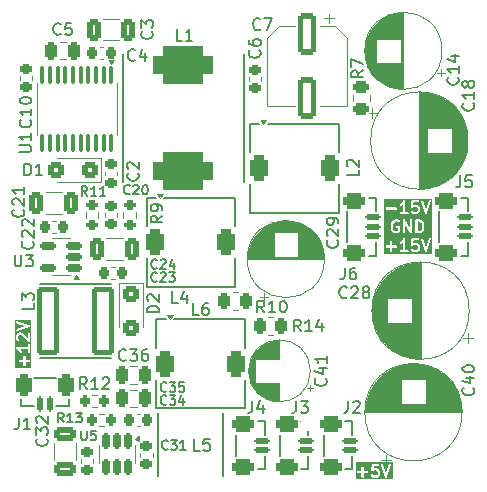
<source format=gbr>
%TF.GenerationSoftware,KiCad,Pcbnew,8.0.3*%
%TF.CreationDate,2024-07-12T17:44:37+02:00*%
%TF.ProjectId,CleanLVSupply,436c6561-6e4c-4565-9375-70706c792e6b,rev?*%
%TF.SameCoordinates,Original*%
%TF.FileFunction,Legend,Top*%
%TF.FilePolarity,Positive*%
%FSLAX46Y46*%
G04 Gerber Fmt 4.6, Leading zero omitted, Abs format (unit mm)*
G04 Created by KiCad (PCBNEW 8.0.3) date 2024-07-12 17:44:37*
%MOMM*%
%LPD*%
G01*
G04 APERTURE LIST*
G04 Aperture macros list*
%AMRoundRect*
0 Rectangle with rounded corners*
0 $1 Rounding radius*
0 $2 $3 $4 $5 $6 $7 $8 $9 X,Y pos of 4 corners*
0 Add a 4 corners polygon primitive as box body*
4,1,4,$2,$3,$4,$5,$6,$7,$8,$9,$2,$3,0*
0 Add four circle primitives for the rounded corners*
1,1,$1+$1,$2,$3*
1,1,$1+$1,$4,$5*
1,1,$1+$1,$6,$7*
1,1,$1+$1,$8,$9*
0 Add four rect primitives between the rounded corners*
20,1,$1+$1,$2,$3,$4,$5,0*
20,1,$1+$1,$4,$5,$6,$7,0*
20,1,$1+$1,$6,$7,$8,$9,0*
20,1,$1+$1,$8,$9,$2,$3,0*%
%AMFreePoly0*
4,1,45,1.289454,2.598348,1.362356,2.568151,1.418152,2.512354,1.448348,2.439452,1.450000,2.399998,1.450000,1.899998,1.322087,1.829913,1.084748,1.660379,0.872545,1.460277,0.689384,1.233290,0.538637,0.983598,0.423079,0.715797,0.344837,0.434817,0.305353,0.145833,0.305353,-0.145837,0.344837,-0.434821,0.423079,-0.715801,0.538637,-0.983602,0.689384,-1.233294,0.872545,-1.460281,
1.084748,-1.660383,1.322087,-1.829917,1.450000,-1.900002,1.450000,-2.400002,1.448080,-2.439402,1.417924,-2.512205,1.362203,-2.567925,1.289400,-2.598080,1.250000,-2.600002,-0.050000,-2.600002,-0.050102,-2.599997,-0.125000,-2.599997,-0.172835,-2.590482,-0.213388,-2.563385,-0.240485,-2.522832,-0.250000,-2.474997,-0.250000,2.474997,-0.240485,2.522832,-0.213388,2.563385,-0.172835,2.590482,
-0.125000,2.599997,-0.050020,2.599997,-0.050000,2.599998,1.250000,2.599998,1.289454,2.598348,1.289454,2.598348,$1*%
G04 Aperture macros list end*
%ADD10C,0.200000*%
%ADD11C,0.150000*%
%ADD12C,0.120000*%
%ADD13C,0.100000*%
%ADD14RoundRect,0.250000X-0.325000X-0.650000X0.325000X-0.650000X0.325000X0.650000X-0.325000X0.650000X0*%
%ADD15RoundRect,0.400000X-0.400000X-0.700000X0.400000X-0.700000X0.400000X0.700000X-0.400000X0.700000X0*%
%ADD16RoundRect,0.200000X-0.275000X0.200000X-0.275000X-0.200000X0.275000X-0.200000X0.275000X0.200000X0*%
%ADD17RoundRect,0.150000X-0.150000X0.512500X-0.150000X-0.512500X0.150000X-0.512500X0.150000X0.512500X0*%
%ADD18RoundRect,0.250000X0.250000X0.475000X-0.250000X0.475000X-0.250000X-0.475000X0.250000X-0.475000X0*%
%ADD19RoundRect,0.250000X-0.550000X1.500000X-0.550000X-1.500000X0.550000X-1.500000X0.550000X1.500000X0*%
%ADD20FreePoly0,90.000000*%
%ADD21FreePoly0,270.000000*%
%ADD22RoundRect,0.125000X-0.525000X0.125000X-0.525000X-0.125000X0.525000X-0.125000X0.525000X0.125000X0*%
%ADD23RoundRect,0.350000X-0.600000X0.350000X-0.600000X-0.350000X0.600000X-0.350000X0.600000X0.350000X0*%
%ADD24RoundRect,0.225000X-0.250000X0.225000X-0.250000X-0.225000X0.250000X-0.225000X0.250000X0.225000X0*%
%ADD25RoundRect,0.125000X0.125000X0.525000X-0.125000X0.525000X-0.125000X-0.525000X0.125000X-0.525000X0*%
%ADD26RoundRect,0.350000X0.350000X0.600000X-0.350000X0.600000X-0.350000X-0.600000X0.350000X-0.600000X0*%
%ADD27RoundRect,0.180000X-0.720000X-2.670000X0.720000X-2.670000X0.720000X2.670000X-0.720000X2.670000X0*%
%ADD28RoundRect,0.200000X-0.200000X-0.275000X0.200000X-0.275000X0.200000X0.275000X-0.200000X0.275000X0*%
%ADD29RoundRect,0.225000X0.225000X0.250000X-0.225000X0.250000X-0.225000X-0.250000X0.225000X-0.250000X0*%
%ADD30RoundRect,0.225000X-0.225000X-0.250000X0.225000X-0.250000X0.225000X0.250000X-0.225000X0.250000X0*%
%ADD31RoundRect,0.250000X0.325000X0.650000X-0.325000X0.650000X-0.325000X-0.650000X0.325000X-0.650000X0*%
%ADD32RoundRect,0.100000X-0.100000X0.637500X-0.100000X-0.637500X0.100000X-0.637500X0.100000X0.637500X0*%
%ADD33R,4.000000X2.850000*%
%ADD34RoundRect,0.150000X0.512500X0.150000X-0.512500X0.150000X-0.512500X-0.150000X0.512500X-0.150000X0*%
%ADD35RoundRect,0.250000X-0.262500X-0.450000X0.262500X-0.450000X0.262500X0.450000X-0.262500X0.450000X0*%
%ADD36RoundRect,0.225000X0.250000X-0.225000X0.250000X0.225000X-0.250000X0.225000X-0.250000X-0.225000X0*%
%ADD37R,1.600000X1.600000*%
%ADD38C,1.600000*%
%ADD39RoundRect,0.793750X1.706250X-0.793750X1.706250X0.793750X-1.706250X0.793750X-1.706250X-0.793750X0*%
%ADD40RoundRect,0.250000X0.400000X0.450000X-0.400000X0.450000X-0.400000X-0.450000X0.400000X-0.450000X0*%
%ADD41RoundRect,0.250000X-0.450000X0.262500X-0.450000X-0.262500X0.450000X-0.262500X0.450000X0.262500X0*%
%ADD42RoundRect,0.250000X0.650000X-0.325000X0.650000X0.325000X-0.650000X0.325000X-0.650000X-0.325000X0*%
%ADD43RoundRect,0.200000X0.200000X0.275000X-0.200000X0.275000X-0.200000X-0.275000X0.200000X-0.275000X0*%
%ADD44RoundRect,0.200000X0.275000X-0.200000X0.275000X0.200000X-0.275000X0.200000X-0.275000X-0.200000X0*%
%ADD45RoundRect,0.250000X-0.450000X0.400000X-0.450000X-0.400000X0.450000X-0.400000X0.450000X0.400000X0*%
G04 APERTURE END LIST*
D10*
G36*
X162638897Y-119763330D02*
G01*
X159505096Y-119763330D01*
X159505096Y-119151757D01*
X159616207Y-119151757D01*
X159616207Y-119190775D01*
X159631139Y-119226823D01*
X159658729Y-119254413D01*
X159694777Y-119269345D01*
X159714286Y-119271266D01*
X159996418Y-119270572D01*
X159997159Y-119571728D01*
X160012091Y-119607776D01*
X160039681Y-119635366D01*
X160075729Y-119650298D01*
X160114747Y-119650298D01*
X160150795Y-119635366D01*
X160178385Y-119607776D01*
X160193317Y-119571728D01*
X160195238Y-119552219D01*
X160194544Y-119270085D01*
X160495700Y-119269345D01*
X160531748Y-119254413D01*
X160559338Y-119226823D01*
X160574270Y-119190775D01*
X160574270Y-119151757D01*
X160559338Y-119115709D01*
X160531748Y-119088119D01*
X160495700Y-119073187D01*
X160476191Y-119071266D01*
X160194057Y-119071959D01*
X160193974Y-119038062D01*
X160805229Y-119038062D01*
X160806683Y-119042880D01*
X160806683Y-119047918D01*
X160812279Y-119061427D01*
X160816500Y-119075417D01*
X160819687Y-119079313D01*
X160821615Y-119083966D01*
X160831951Y-119094302D01*
X160841207Y-119105615D01*
X160845644Y-119107995D01*
X160849205Y-119111556D01*
X160862710Y-119117150D01*
X160875591Y-119124060D01*
X160880600Y-119124560D01*
X160885253Y-119126488D01*
X160899874Y-119126488D01*
X160914415Y-119127942D01*
X160919234Y-119126488D01*
X160924271Y-119126488D01*
X160937780Y-119120891D01*
X160951770Y-119116671D01*
X160955666Y-119113483D01*
X160960319Y-119111556D01*
X160975473Y-119099120D01*
X161009039Y-119064035D01*
X161068787Y-119033013D01*
X161259650Y-119031589D01*
X161319548Y-119060405D01*
X161345325Y-119085067D01*
X161376347Y-119144815D01*
X161377771Y-119335678D01*
X161348955Y-119395576D01*
X161324293Y-119421354D01*
X161264544Y-119452376D01*
X161073682Y-119453800D01*
X161013782Y-119424983D01*
X160960320Y-119373833D01*
X160924272Y-119358902D01*
X160885254Y-119358901D01*
X160849205Y-119373832D01*
X160821615Y-119401422D01*
X160806684Y-119437470D01*
X160806683Y-119476488D01*
X160821614Y-119512537D01*
X160834051Y-119527690D01*
X160884151Y-119575623D01*
X160891069Y-119583600D01*
X160895218Y-119586211D01*
X160896823Y-119587747D01*
X160899263Y-119588757D01*
X160907660Y-119594043D01*
X160990677Y-119633981D01*
X160992062Y-119635366D01*
X161002811Y-119639818D01*
X161021206Y-119648668D01*
X161024789Y-119648922D01*
X161028110Y-119650298D01*
X161047619Y-119652219D01*
X161270574Y-119650556D01*
X161273207Y-119651434D01*
X161287312Y-119650431D01*
X161305223Y-119650298D01*
X161308543Y-119648922D01*
X161312127Y-119648668D01*
X161330435Y-119641662D01*
X161425463Y-119592322D01*
X161436510Y-119587747D01*
X161440356Y-119584589D01*
X161442263Y-119583600D01*
X161443993Y-119581605D01*
X161451663Y-119575310D01*
X161499596Y-119525207D01*
X161507571Y-119518292D01*
X161510182Y-119514142D01*
X161511719Y-119512537D01*
X161512730Y-119510095D01*
X161518014Y-119501701D01*
X161557952Y-119418683D01*
X161559337Y-119417299D01*
X161563789Y-119406549D01*
X161572639Y-119388155D01*
X161572893Y-119384571D01*
X161574269Y-119381251D01*
X161576190Y-119361742D01*
X161574527Y-119138786D01*
X161575405Y-119136154D01*
X161574402Y-119122048D01*
X161574269Y-119104138D01*
X161572893Y-119100817D01*
X161572639Y-119097234D01*
X161565633Y-119078925D01*
X161516290Y-118983891D01*
X161511718Y-118972851D01*
X161508562Y-118969005D01*
X161507571Y-118967097D01*
X161505573Y-118965364D01*
X161499281Y-118957698D01*
X161449180Y-118909766D01*
X161442263Y-118901790D01*
X161438113Y-118899177D01*
X161436509Y-118897643D01*
X161434069Y-118896632D01*
X161425673Y-118891347D01*
X161342655Y-118851408D01*
X161341271Y-118850024D01*
X161330521Y-118845571D01*
X161312127Y-118836722D01*
X161308543Y-118836467D01*
X161305223Y-118835092D01*
X161285714Y-118833171D01*
X161062758Y-118834833D01*
X161060126Y-118833956D01*
X161046020Y-118834958D01*
X161028110Y-118835092D01*
X161024789Y-118836467D01*
X161023661Y-118836547D01*
X161041408Y-118651873D01*
X161448080Y-118650298D01*
X161484128Y-118635366D01*
X161511718Y-118607776D01*
X161526650Y-118571728D01*
X161526650Y-118564726D01*
X161662690Y-118564726D01*
X161667037Y-118583842D01*
X161998298Y-119571734D01*
X161998789Y-119578632D01*
X162004322Y-119589699D01*
X162008361Y-119601742D01*
X162013044Y-119607141D01*
X162016239Y-119613531D01*
X162025710Y-119621746D01*
X162033926Y-119631218D01*
X162040314Y-119634412D01*
X162045715Y-119639096D01*
X162057616Y-119643063D01*
X162068825Y-119648667D01*
X162075949Y-119649173D01*
X162082731Y-119651434D01*
X162095240Y-119650544D01*
X162107745Y-119651434D01*
X162114523Y-119649174D01*
X162121651Y-119648668D01*
X162132867Y-119643059D01*
X162144761Y-119639095D01*
X162150158Y-119634414D01*
X162156550Y-119631218D01*
X162164768Y-119621742D01*
X162174237Y-119613530D01*
X162177430Y-119607143D01*
X162182115Y-119601742D01*
X162190106Y-119583842D01*
X162527786Y-118564727D01*
X162525020Y-118525807D01*
X162507570Y-118490908D01*
X162478094Y-118465343D01*
X162441078Y-118453004D01*
X162402158Y-118455771D01*
X162367259Y-118473220D01*
X162341694Y-118502696D01*
X162333703Y-118520597D01*
X162095671Y-119238973D01*
X161848782Y-118502696D01*
X161823217Y-118473220D01*
X161788318Y-118455770D01*
X161749398Y-118453004D01*
X161712382Y-118465342D01*
X161682906Y-118490907D01*
X161665456Y-118525806D01*
X161662690Y-118564726D01*
X161526650Y-118564726D01*
X161526650Y-118532710D01*
X161511718Y-118496662D01*
X161484128Y-118469072D01*
X161448080Y-118454140D01*
X161428571Y-118452219D01*
X160956359Y-118454048D01*
X160942728Y-118452686D01*
X160937974Y-118454120D01*
X160932872Y-118454140D01*
X160919362Y-118459736D01*
X160905373Y-118463957D01*
X160901476Y-118467144D01*
X160896824Y-118469072D01*
X160886487Y-118479408D01*
X160875175Y-118488664D01*
X160872794Y-118493101D01*
X160869234Y-118496662D01*
X160863639Y-118510167D01*
X160856730Y-118523048D01*
X160855253Y-118530412D01*
X160854302Y-118532710D01*
X160854302Y-118535160D01*
X160852877Y-118542269D01*
X160808439Y-119004660D01*
X160806683Y-119008900D01*
X160806683Y-119022932D01*
X160805229Y-119038062D01*
X160193974Y-119038062D01*
X160193317Y-118770805D01*
X160178385Y-118734757D01*
X160150795Y-118707167D01*
X160114747Y-118692235D01*
X160075729Y-118692235D01*
X160039681Y-118707167D01*
X160012091Y-118734757D01*
X159997159Y-118770805D01*
X159995238Y-118790314D01*
X159995931Y-119072446D01*
X159694777Y-119073187D01*
X159658729Y-119088119D01*
X159631139Y-119115709D01*
X159616207Y-119151757D01*
X159505096Y-119151757D01*
X159505096Y-118341108D01*
X162638897Y-118341108D01*
X162638897Y-119763330D01*
G37*
G36*
X132063330Y-110371094D02*
G01*
X130641108Y-110371094D01*
X130641108Y-109761443D01*
X130992235Y-109761443D01*
X130992235Y-109800461D01*
X131007167Y-109836509D01*
X131034757Y-109864099D01*
X131070805Y-109879031D01*
X131090314Y-109880952D01*
X131372446Y-109880258D01*
X131373187Y-110181413D01*
X131388119Y-110217461D01*
X131415709Y-110245051D01*
X131451757Y-110259983D01*
X131490775Y-110259983D01*
X131526823Y-110245051D01*
X131554413Y-110217461D01*
X131569345Y-110181413D01*
X131571266Y-110161904D01*
X131570572Y-109879771D01*
X131871728Y-109879031D01*
X131907776Y-109864099D01*
X131935366Y-109836509D01*
X131950298Y-109800461D01*
X131950298Y-109761443D01*
X131935366Y-109725395D01*
X131907776Y-109697805D01*
X131871728Y-109682873D01*
X131852219Y-109680952D01*
X131570085Y-109681645D01*
X131569345Y-109380491D01*
X131554413Y-109344443D01*
X131526823Y-109316853D01*
X131490775Y-109301921D01*
X131451757Y-109301921D01*
X131415709Y-109316853D01*
X131388119Y-109344443D01*
X131373187Y-109380491D01*
X131371266Y-109400000D01*
X131371959Y-109682132D01*
X131070805Y-109682873D01*
X131034757Y-109697805D01*
X131007167Y-109725395D01*
X130992235Y-109761443D01*
X130641108Y-109761443D01*
X130641108Y-108685819D01*
X130752219Y-108685819D01*
X130754140Y-108695424D01*
X130754140Y-108705223D01*
X130757929Y-108714371D01*
X130759871Y-108724079D01*
X130765322Y-108732219D01*
X130769072Y-108741271D01*
X130776071Y-108748270D01*
X130781582Y-108756499D01*
X130796588Y-108768787D01*
X130796662Y-108768861D01*
X130796694Y-108768874D01*
X130796749Y-108768919D01*
X130925892Y-108853152D01*
X131006524Y-108931799D01*
X131058933Y-109032739D01*
X131088410Y-109058304D01*
X131125426Y-109070642D01*
X131164346Y-109067877D01*
X131199244Y-109050428D01*
X131224809Y-109020951D01*
X131237148Y-108983935D01*
X131234382Y-108945015D01*
X131227376Y-108926706D01*
X131178033Y-108831672D01*
X131173461Y-108820633D01*
X131170305Y-108816788D01*
X131169314Y-108814878D01*
X131167316Y-108813145D01*
X131161025Y-108805479D01*
X131140204Y-108785171D01*
X131753467Y-108784015D01*
X131754140Y-108990937D01*
X131769072Y-109026985D01*
X131796662Y-109054575D01*
X131832710Y-109069507D01*
X131871728Y-109069507D01*
X131907776Y-109054575D01*
X131935366Y-109026985D01*
X131950298Y-108990937D01*
X131952219Y-108971428D01*
X131950298Y-108380491D01*
X131935366Y-108344443D01*
X131907776Y-108316853D01*
X131871728Y-108301921D01*
X131832710Y-108301921D01*
X131796662Y-108316853D01*
X131769072Y-108344443D01*
X131754140Y-108380491D01*
X131752219Y-108400000D01*
X131752823Y-108585901D01*
X130861550Y-108587580D01*
X130852114Y-108585714D01*
X130842602Y-108587616D01*
X130832710Y-108587635D01*
X130823561Y-108591424D01*
X130813854Y-108593366D01*
X130805713Y-108598817D01*
X130796662Y-108602567D01*
X130789662Y-108609566D01*
X130781434Y-108615077D01*
X130775998Y-108623230D01*
X130769072Y-108630157D01*
X130765283Y-108639303D01*
X130759791Y-108647542D01*
X130757889Y-108657152D01*
X130754140Y-108666205D01*
X130754140Y-108676108D01*
X130752219Y-108685819D01*
X130641108Y-108685819D01*
X130641108Y-107638095D01*
X130752219Y-107638095D01*
X130753881Y-107861050D01*
X130753004Y-107863683D01*
X130754006Y-107877788D01*
X130754140Y-107895699D01*
X130755515Y-107899019D01*
X130755770Y-107902603D01*
X130762776Y-107920911D01*
X130812116Y-108015940D01*
X130816691Y-108026985D01*
X130819847Y-108030831D01*
X130820838Y-108032739D01*
X130822832Y-108034468D01*
X130829127Y-108042139D01*
X130891899Y-108102194D01*
X130927948Y-108117125D01*
X130966966Y-108117125D01*
X131003014Y-108102194D01*
X131030604Y-108074604D01*
X131045535Y-108038556D01*
X131045535Y-107999538D01*
X131030604Y-107963489D01*
X131018167Y-107948336D01*
X130983085Y-107914772D01*
X130952061Y-107855020D01*
X130950637Y-107664158D01*
X130979453Y-107604260D01*
X131004115Y-107578483D01*
X131064254Y-107547258D01*
X131118357Y-107546352D01*
X131224652Y-107580455D01*
X131796662Y-108149813D01*
X131832710Y-108164745D01*
X131871728Y-108164745D01*
X131907776Y-108149813D01*
X131935366Y-108122223D01*
X131950298Y-108086175D01*
X131952219Y-108066666D01*
X131950298Y-107428110D01*
X131935366Y-107392062D01*
X131907776Y-107364472D01*
X131871728Y-107349540D01*
X131832710Y-107349540D01*
X131796662Y-107364472D01*
X131769072Y-107392062D01*
X131754140Y-107428110D01*
X131752219Y-107447619D01*
X131753360Y-107827171D01*
X131361280Y-107436908D01*
X131359789Y-107433926D01*
X131348087Y-107423777D01*
X131336347Y-107412091D01*
X131333028Y-107410716D01*
X131330313Y-107408361D01*
X131312412Y-107400370D01*
X131169332Y-107354465D01*
X131157442Y-107349540D01*
X131152448Y-107349048D01*
X131150440Y-107348404D01*
X131147806Y-107348591D01*
X131137933Y-107347619D01*
X131056915Y-107348975D01*
X131055202Y-107348404D01*
X131044157Y-107349188D01*
X131023186Y-107349540D01*
X131019865Y-107350915D01*
X131016282Y-107351170D01*
X130997973Y-107358176D01*
X130902939Y-107407518D01*
X130891899Y-107412091D01*
X130888053Y-107415246D01*
X130886145Y-107416238D01*
X130884412Y-107418235D01*
X130876746Y-107424528D01*
X130828814Y-107474628D01*
X130820838Y-107481546D01*
X130818225Y-107485695D01*
X130816691Y-107487300D01*
X130815680Y-107489739D01*
X130810395Y-107498136D01*
X130770456Y-107581153D01*
X130769072Y-107582538D01*
X130764619Y-107593287D01*
X130755770Y-107611682D01*
X130755515Y-107615265D01*
X130754140Y-107618586D01*
X130752219Y-107638095D01*
X130641108Y-107638095D01*
X130641108Y-106482731D01*
X130753004Y-106482731D01*
X130755770Y-106521651D01*
X130773220Y-106556550D01*
X130802696Y-106582115D01*
X130820596Y-106590106D01*
X131538972Y-106828137D01*
X130802696Y-107075027D01*
X130773220Y-107100592D01*
X130755770Y-107135491D01*
X130753004Y-107174411D01*
X130765342Y-107211427D01*
X130790907Y-107240903D01*
X130825806Y-107258353D01*
X130864726Y-107261119D01*
X130883842Y-107256772D01*
X131871734Y-106925510D01*
X131878631Y-106925020D01*
X131889696Y-106919487D01*
X131901742Y-106915448D01*
X131907143Y-106910763D01*
X131913530Y-106907570D01*
X131921742Y-106898101D01*
X131931218Y-106889883D01*
X131934413Y-106883491D01*
X131939095Y-106878094D01*
X131943061Y-106866196D01*
X131948667Y-106854984D01*
X131949173Y-106847859D01*
X131951434Y-106841078D01*
X131950544Y-106828571D01*
X131951434Y-106816064D01*
X131949173Y-106809282D01*
X131948667Y-106802158D01*
X131943061Y-106790945D01*
X131939095Y-106779048D01*
X131934413Y-106773650D01*
X131931218Y-106767259D01*
X131921742Y-106759040D01*
X131913530Y-106749572D01*
X131907143Y-106746378D01*
X131901742Y-106741694D01*
X131883841Y-106733703D01*
X130864726Y-106396023D01*
X130825806Y-106398789D01*
X130790907Y-106416239D01*
X130765342Y-106445715D01*
X130753004Y-106482731D01*
X130641108Y-106482731D01*
X130641108Y-106284912D01*
X132063330Y-106284912D01*
X132063330Y-110371094D01*
G37*
G36*
X164987164Y-97985198D02*
G01*
X165054305Y-98050685D01*
X165089925Y-98119289D01*
X165133404Y-98286856D01*
X165134810Y-98405664D01*
X165094570Y-98572936D01*
X165058648Y-98647606D01*
X164991339Y-98716614D01*
X164888157Y-98752307D01*
X164761718Y-98753250D01*
X164760207Y-97951485D01*
X164879319Y-97950597D01*
X164987164Y-97985198D01*
G37*
G36*
X166015087Y-100673274D02*
G01*
X161928905Y-100673274D01*
X161928905Y-100061701D01*
X162040016Y-100061701D01*
X162040016Y-100100719D01*
X162054948Y-100136767D01*
X162082538Y-100164357D01*
X162118586Y-100179289D01*
X162138095Y-100181210D01*
X162420227Y-100180516D01*
X162420968Y-100481672D01*
X162435900Y-100517720D01*
X162463490Y-100545310D01*
X162499538Y-100560242D01*
X162538556Y-100560242D01*
X162574604Y-100545310D01*
X162602194Y-100517720D01*
X162617126Y-100481672D01*
X162619047Y-100462163D01*
X162618353Y-100180029D01*
X162919509Y-100179289D01*
X162955557Y-100164357D01*
X162983147Y-100136767D01*
X162998079Y-100100719D01*
X162998079Y-100061701D01*
X162983147Y-100025653D01*
X162955557Y-99998063D01*
X162919509Y-99983131D01*
X162900000Y-99981210D01*
X162617866Y-99981903D01*
X162617260Y-99735370D01*
X163229356Y-99735370D01*
X163232122Y-99774290D01*
X163249571Y-99809189D01*
X163279048Y-99834753D01*
X163316064Y-99847092D01*
X163354984Y-99844326D01*
X163373292Y-99837320D01*
X163468321Y-99787979D01*
X163479366Y-99783405D01*
X163483212Y-99780248D01*
X163485120Y-99779258D01*
X163486849Y-99777263D01*
X163494520Y-99770969D01*
X163514827Y-99750148D01*
X163515983Y-100363411D01*
X163309062Y-100364084D01*
X163273014Y-100379016D01*
X163245424Y-100406606D01*
X163230492Y-100442654D01*
X163230492Y-100481672D01*
X163245424Y-100517720D01*
X163273014Y-100545310D01*
X163309062Y-100560242D01*
X163328571Y-100562163D01*
X163919508Y-100560242D01*
X163955556Y-100545310D01*
X163983146Y-100517720D01*
X163998078Y-100481672D01*
X163998078Y-100442654D01*
X163983146Y-100406606D01*
X163955556Y-100379016D01*
X163919508Y-100364084D01*
X163899999Y-100362163D01*
X163714097Y-100362767D01*
X163713316Y-99948006D01*
X164181419Y-99948006D01*
X164182873Y-99952824D01*
X164182873Y-99957862D01*
X164188469Y-99971371D01*
X164192690Y-99985361D01*
X164195877Y-99989257D01*
X164197805Y-99993910D01*
X164208141Y-100004246D01*
X164217397Y-100015559D01*
X164221834Y-100017939D01*
X164225395Y-100021500D01*
X164238900Y-100027094D01*
X164251781Y-100034004D01*
X164256790Y-100034504D01*
X164261443Y-100036432D01*
X164276064Y-100036432D01*
X164290605Y-100037886D01*
X164295424Y-100036432D01*
X164300461Y-100036432D01*
X164313970Y-100030835D01*
X164327960Y-100026615D01*
X164331856Y-100023427D01*
X164336509Y-100021500D01*
X164351663Y-100009064D01*
X164385229Y-99973979D01*
X164444977Y-99942957D01*
X164635840Y-99941533D01*
X164695738Y-99970349D01*
X164721515Y-99995011D01*
X164752537Y-100054759D01*
X164753961Y-100245622D01*
X164725145Y-100305520D01*
X164700483Y-100331298D01*
X164640734Y-100362320D01*
X164449872Y-100363744D01*
X164389972Y-100334927D01*
X164336510Y-100283777D01*
X164300462Y-100268846D01*
X164261444Y-100268845D01*
X164225395Y-100283776D01*
X164197805Y-100311366D01*
X164182874Y-100347414D01*
X164182873Y-100386432D01*
X164197804Y-100422481D01*
X164210241Y-100437634D01*
X164260341Y-100485567D01*
X164267259Y-100493544D01*
X164271408Y-100496155D01*
X164273013Y-100497691D01*
X164275453Y-100498701D01*
X164283850Y-100503987D01*
X164366867Y-100543925D01*
X164368252Y-100545310D01*
X164379001Y-100549762D01*
X164397396Y-100558612D01*
X164400979Y-100558866D01*
X164404300Y-100560242D01*
X164423809Y-100562163D01*
X164646764Y-100560500D01*
X164649397Y-100561378D01*
X164663502Y-100560375D01*
X164681413Y-100560242D01*
X164684733Y-100558866D01*
X164688317Y-100558612D01*
X164706625Y-100551606D01*
X164801653Y-100502266D01*
X164812700Y-100497691D01*
X164816546Y-100494533D01*
X164818453Y-100493544D01*
X164820183Y-100491549D01*
X164827853Y-100485254D01*
X164875786Y-100435151D01*
X164883761Y-100428236D01*
X164886372Y-100424086D01*
X164887909Y-100422481D01*
X164888920Y-100420039D01*
X164894204Y-100411645D01*
X164934142Y-100328627D01*
X164935527Y-100327243D01*
X164939979Y-100316493D01*
X164948829Y-100298099D01*
X164949083Y-100294515D01*
X164950459Y-100291195D01*
X164952380Y-100271686D01*
X164950717Y-100048730D01*
X164951595Y-100046098D01*
X164950592Y-100031992D01*
X164950459Y-100014082D01*
X164949083Y-100010761D01*
X164948829Y-100007178D01*
X164941823Y-99988869D01*
X164892480Y-99893835D01*
X164887908Y-99882795D01*
X164884752Y-99878949D01*
X164883761Y-99877041D01*
X164881763Y-99875308D01*
X164875471Y-99867642D01*
X164825370Y-99819710D01*
X164818453Y-99811734D01*
X164814303Y-99809121D01*
X164812699Y-99807587D01*
X164810259Y-99806576D01*
X164801863Y-99801291D01*
X164718845Y-99761352D01*
X164717461Y-99759968D01*
X164706711Y-99755515D01*
X164688317Y-99746666D01*
X164684733Y-99746411D01*
X164681413Y-99745036D01*
X164661904Y-99743115D01*
X164438948Y-99744777D01*
X164436316Y-99743900D01*
X164422210Y-99744902D01*
X164404300Y-99745036D01*
X164400979Y-99746411D01*
X164399851Y-99746491D01*
X164417598Y-99561817D01*
X164824270Y-99560242D01*
X164860318Y-99545310D01*
X164887908Y-99517720D01*
X164902840Y-99481672D01*
X164902840Y-99474670D01*
X165038880Y-99474670D01*
X165043227Y-99493786D01*
X165374488Y-100481678D01*
X165374979Y-100488576D01*
X165380512Y-100499643D01*
X165384551Y-100511686D01*
X165389234Y-100517085D01*
X165392429Y-100523475D01*
X165401900Y-100531690D01*
X165410116Y-100541162D01*
X165416504Y-100544356D01*
X165421905Y-100549040D01*
X165433806Y-100553007D01*
X165445015Y-100558611D01*
X165452139Y-100559117D01*
X165458921Y-100561378D01*
X165471430Y-100560488D01*
X165483935Y-100561378D01*
X165490713Y-100559118D01*
X165497841Y-100558612D01*
X165509057Y-100553003D01*
X165520951Y-100549039D01*
X165526348Y-100544358D01*
X165532740Y-100541162D01*
X165540958Y-100531686D01*
X165550427Y-100523474D01*
X165553620Y-100517087D01*
X165558305Y-100511686D01*
X165566296Y-100493786D01*
X165903976Y-99474671D01*
X165901210Y-99435751D01*
X165883760Y-99400852D01*
X165854284Y-99375287D01*
X165817268Y-99362948D01*
X165778348Y-99365715D01*
X165743449Y-99383164D01*
X165717884Y-99412640D01*
X165709893Y-99430541D01*
X165471861Y-100148917D01*
X165224972Y-99412640D01*
X165199407Y-99383164D01*
X165164508Y-99365714D01*
X165125588Y-99362948D01*
X165088572Y-99375286D01*
X165059096Y-99400851D01*
X165041646Y-99435750D01*
X165038880Y-99474670D01*
X164902840Y-99474670D01*
X164902840Y-99442654D01*
X164887908Y-99406606D01*
X164860318Y-99379016D01*
X164824270Y-99364084D01*
X164804761Y-99362163D01*
X164332549Y-99363992D01*
X164318918Y-99362630D01*
X164314164Y-99364064D01*
X164309062Y-99364084D01*
X164295552Y-99369680D01*
X164281563Y-99373901D01*
X164277666Y-99377088D01*
X164273014Y-99379016D01*
X164262677Y-99389352D01*
X164251365Y-99398608D01*
X164248984Y-99403045D01*
X164245424Y-99406606D01*
X164239829Y-99420111D01*
X164232920Y-99432992D01*
X164231443Y-99440356D01*
X164230492Y-99442654D01*
X164230492Y-99445104D01*
X164229067Y-99452213D01*
X164184629Y-99914604D01*
X164182873Y-99918844D01*
X164182873Y-99932876D01*
X164181419Y-99948006D01*
X163713316Y-99948006D01*
X163712418Y-99471494D01*
X163714285Y-99462058D01*
X163712382Y-99452546D01*
X163712364Y-99442654D01*
X163708574Y-99433505D01*
X163706633Y-99423798D01*
X163701181Y-99415657D01*
X163697432Y-99406606D01*
X163690432Y-99399606D01*
X163684922Y-99391378D01*
X163676767Y-99385941D01*
X163669842Y-99379016D01*
X163660698Y-99375228D01*
X163652457Y-99369734D01*
X163642843Y-99367832D01*
X163633794Y-99364084D01*
X163623893Y-99364084D01*
X163614181Y-99362163D01*
X163604576Y-99364084D01*
X163594776Y-99364084D01*
X163585627Y-99367873D01*
X163575920Y-99369815D01*
X163567779Y-99375266D01*
X163558728Y-99379016D01*
X163551728Y-99386015D01*
X163543500Y-99391526D01*
X163531211Y-99406532D01*
X163531138Y-99406606D01*
X163531124Y-99406638D01*
X163531080Y-99406693D01*
X163446846Y-99535836D01*
X163368200Y-99616467D01*
X163267259Y-99668877D01*
X163241695Y-99698354D01*
X163229356Y-99735370D01*
X162617260Y-99735370D01*
X162617126Y-99680749D01*
X162602194Y-99644701D01*
X162574604Y-99617111D01*
X162538556Y-99602179D01*
X162499538Y-99602179D01*
X162463490Y-99617111D01*
X162435900Y-99644701D01*
X162420968Y-99680749D01*
X162419047Y-99700258D01*
X162419740Y-99982390D01*
X162118586Y-99983131D01*
X162082538Y-99998063D01*
X162054948Y-100025653D01*
X162040016Y-100061701D01*
X161928905Y-100061701D01*
X161928905Y-98280790D01*
X162466667Y-98280790D01*
X162468294Y-98418363D01*
X162466785Y-98428508D01*
X162468556Y-98440486D01*
X162468588Y-98443156D01*
X162469152Y-98444519D01*
X162469653Y-98447901D01*
X162517157Y-98630980D01*
X162517837Y-98640536D01*
X162523428Y-98655148D01*
X162523867Y-98656837D01*
X162524297Y-98657417D01*
X162524843Y-98658844D01*
X162574179Y-98753866D01*
X162578757Y-98764918D01*
X162581915Y-98768766D01*
X162582905Y-98770672D01*
X162584899Y-98772401D01*
X162591194Y-98780071D01*
X162677139Y-98863902D01*
X162678144Y-98865912D01*
X162687668Y-98874172D01*
X162701585Y-98887747D01*
X162704904Y-98889122D01*
X162707620Y-98891477D01*
X162725520Y-98899468D01*
X162868604Y-98945374D01*
X162880491Y-98950298D01*
X162885483Y-98950789D01*
X162887492Y-98951434D01*
X162890126Y-98951246D01*
X162900000Y-98952219D01*
X162996142Y-98950609D01*
X163007745Y-98951434D01*
X163012581Y-98950334D01*
X163014747Y-98950298D01*
X163017189Y-98949286D01*
X163026861Y-98947087D01*
X163155238Y-98902678D01*
X163157605Y-98902678D01*
X163169597Y-98897710D01*
X163187618Y-98891477D01*
X163190333Y-98889122D01*
X163193653Y-98887747D01*
X163208806Y-98875310D01*
X163268862Y-98812537D01*
X163283793Y-98776488D01*
X163285714Y-98756980D01*
X163283793Y-98404138D01*
X163268861Y-98368090D01*
X163241271Y-98340500D01*
X163205223Y-98325568D01*
X163185714Y-98323647D01*
X162975729Y-98325568D01*
X162939681Y-98340500D01*
X162912091Y-98368090D01*
X162897159Y-98404138D01*
X162897159Y-98443156D01*
X162912091Y-98479204D01*
X162939681Y-98506794D01*
X162975729Y-98521726D01*
X162995238Y-98523647D01*
X163086253Y-98522814D01*
X163087301Y-98715224D01*
X163085672Y-98716927D01*
X162983061Y-98752422D01*
X162919574Y-98753485D01*
X162812834Y-98719240D01*
X162745695Y-98653752D01*
X162710074Y-98585145D01*
X162666595Y-98417580D01*
X162665189Y-98298773D01*
X162705429Y-98131500D01*
X162741351Y-98056830D01*
X162808658Y-97987824D01*
X162911997Y-97952077D01*
X163017198Y-97950832D01*
X163111682Y-97996287D01*
X163150602Y-97999053D01*
X163187618Y-97986714D01*
X163217095Y-97961149D01*
X163234544Y-97926251D01*
X163237309Y-97887331D01*
X163225606Y-97852219D01*
X163514286Y-97852219D01*
X163516207Y-98871728D01*
X163531139Y-98907776D01*
X163558729Y-98935366D01*
X163594777Y-98950298D01*
X163633795Y-98950298D01*
X163669843Y-98935366D01*
X163697433Y-98907776D01*
X163712365Y-98871728D01*
X163714286Y-98852219D01*
X163713105Y-98225475D01*
X164097603Y-98895793D01*
X164102567Y-98907776D01*
X164107046Y-98912255D01*
X164110237Y-98917818D01*
X164120753Y-98925962D01*
X164130157Y-98935366D01*
X164136044Y-98937804D01*
X164141086Y-98941709D01*
X164153918Y-98945208D01*
X164166205Y-98950298D01*
X164172581Y-98950298D01*
X164178730Y-98951975D01*
X164191923Y-98950298D01*
X164205223Y-98950298D01*
X164211111Y-98947858D01*
X164217436Y-98947055D01*
X164228985Y-98940454D01*
X164241271Y-98935366D01*
X164245778Y-98930858D01*
X164251313Y-98927696D01*
X164259457Y-98917179D01*
X164268861Y-98907776D01*
X164271299Y-98901888D01*
X164275204Y-98896847D01*
X164278703Y-98884014D01*
X164283793Y-98871728D01*
X164284775Y-98861750D01*
X164285470Y-98859204D01*
X164285219Y-98857236D01*
X164285714Y-98852219D01*
X164283830Y-97852219D01*
X164561905Y-97852219D01*
X164563826Y-98871728D01*
X164578758Y-98907776D01*
X164606348Y-98935366D01*
X164642396Y-98950298D01*
X164661905Y-98952219D01*
X164898705Y-98950453D01*
X164912507Y-98951434D01*
X164917434Y-98950313D01*
X164919509Y-98950298D01*
X164921951Y-98949286D01*
X164931623Y-98947087D01*
X165060000Y-98902678D01*
X165062367Y-98902678D01*
X165074359Y-98897710D01*
X165092380Y-98891477D01*
X165095095Y-98889122D01*
X165098415Y-98887747D01*
X165113568Y-98875310D01*
X165207585Y-98778920D01*
X165217095Y-98770673D01*
X165219761Y-98766437D01*
X165221243Y-98764918D01*
X165222254Y-98762476D01*
X165227538Y-98754082D01*
X165270966Y-98663810D01*
X165276133Y-98656837D01*
X165281361Y-98642202D01*
X165282163Y-98640536D01*
X165282214Y-98639815D01*
X165282728Y-98638377D01*
X165327307Y-98453064D01*
X165331412Y-98443156D01*
X165332604Y-98431046D01*
X165333215Y-98428508D01*
X165332997Y-98427049D01*
X165333333Y-98423647D01*
X165331705Y-98286073D01*
X165333215Y-98275929D01*
X165331443Y-98263950D01*
X165331412Y-98261281D01*
X165330847Y-98259917D01*
X165330347Y-98256536D01*
X165282842Y-98073456D01*
X165282163Y-98063901D01*
X165276570Y-98049285D01*
X165276133Y-98047600D01*
X165275703Y-98047020D01*
X165275157Y-98045592D01*
X165225814Y-97950558D01*
X165221242Y-97939519D01*
X165218086Y-97935674D01*
X165217095Y-97933764D01*
X165215097Y-97932031D01*
X165208806Y-97924365D01*
X165122861Y-97840536D01*
X165121856Y-97838526D01*
X165112326Y-97830260D01*
X165098414Y-97816691D01*
X165095095Y-97815316D01*
X165092380Y-97812961D01*
X165074479Y-97804970D01*
X164931399Y-97759065D01*
X164919509Y-97754140D01*
X164914515Y-97753648D01*
X164912507Y-97753004D01*
X164909873Y-97753191D01*
X164900000Y-97752219D01*
X164642396Y-97754140D01*
X164606348Y-97769072D01*
X164578758Y-97796662D01*
X164563826Y-97832710D01*
X164561905Y-97852219D01*
X164283830Y-97852219D01*
X164283793Y-97832710D01*
X164268861Y-97796662D01*
X164241271Y-97769072D01*
X164205223Y-97754140D01*
X164166205Y-97754140D01*
X164130157Y-97769072D01*
X164102567Y-97796662D01*
X164087635Y-97832710D01*
X164085714Y-97852219D01*
X164086894Y-98478962D01*
X163702396Y-97808644D01*
X163697433Y-97796662D01*
X163692953Y-97792182D01*
X163689763Y-97786620D01*
X163679248Y-97778477D01*
X163669843Y-97769072D01*
X163663952Y-97766632D01*
X163658914Y-97762730D01*
X163646085Y-97759231D01*
X163633795Y-97754140D01*
X163627420Y-97754140D01*
X163621271Y-97752463D01*
X163608078Y-97754140D01*
X163594777Y-97754140D01*
X163588888Y-97756579D01*
X163582564Y-97757383D01*
X163571014Y-97763983D01*
X163558729Y-97769072D01*
X163554221Y-97773579D01*
X163548687Y-97776742D01*
X163540544Y-97787256D01*
X163531139Y-97796662D01*
X163528699Y-97802552D01*
X163524797Y-97807591D01*
X163521298Y-97820419D01*
X163516207Y-97832710D01*
X163515224Y-97842687D01*
X163514530Y-97845234D01*
X163514780Y-97847201D01*
X163514286Y-97852219D01*
X163225606Y-97852219D01*
X163224971Y-97850315D01*
X163199406Y-97820838D01*
X163182816Y-97810395D01*
X163099798Y-97770456D01*
X163098414Y-97769072D01*
X163087664Y-97764619D01*
X163069270Y-97755770D01*
X163065686Y-97755515D01*
X163062366Y-97754140D01*
X163042857Y-97752219D01*
X162900196Y-97753906D01*
X162887492Y-97753004D01*
X162882606Y-97754114D01*
X162880491Y-97754140D01*
X162878049Y-97755151D01*
X162868377Y-97757351D01*
X162740003Y-97801759D01*
X162737634Y-97801759D01*
X162725637Y-97806728D01*
X162707620Y-97812961D01*
X162704904Y-97815316D01*
X162701586Y-97816691D01*
X162686432Y-97829127D01*
X162592415Y-97925516D01*
X162582905Y-97933765D01*
X162580238Y-97938001D01*
X162578758Y-97939519D01*
X162577747Y-97941958D01*
X162572462Y-97950355D01*
X162529033Y-98040626D01*
X162523867Y-98047600D01*
X162518639Y-98062232D01*
X162517837Y-98063901D01*
X162517785Y-98064623D01*
X162517272Y-98066061D01*
X162472692Y-98251371D01*
X162468588Y-98261281D01*
X162467395Y-98273390D01*
X162466785Y-98275929D01*
X162467002Y-98277387D01*
X162466667Y-98280790D01*
X161928905Y-98280790D01*
X161928905Y-96841813D01*
X162040016Y-96841813D01*
X162040016Y-96880831D01*
X162054948Y-96916879D01*
X162082538Y-96944469D01*
X162118586Y-96959401D01*
X162138095Y-96961322D01*
X162919509Y-96959401D01*
X162955557Y-96944469D01*
X162983147Y-96916879D01*
X162998079Y-96880831D01*
X162998079Y-96841813D01*
X162983147Y-96805765D01*
X162955557Y-96778175D01*
X162919509Y-96763243D01*
X162900000Y-96761322D01*
X162118586Y-96763243D01*
X162082538Y-96778175D01*
X162054948Y-96805765D01*
X162040016Y-96841813D01*
X161928905Y-96841813D01*
X161928905Y-96515482D01*
X163229356Y-96515482D01*
X163232122Y-96554402D01*
X163249571Y-96589301D01*
X163279048Y-96614865D01*
X163316064Y-96627204D01*
X163354984Y-96624438D01*
X163373292Y-96617432D01*
X163468321Y-96568091D01*
X163479366Y-96563517D01*
X163483212Y-96560360D01*
X163485120Y-96559370D01*
X163486849Y-96557375D01*
X163494520Y-96551081D01*
X163514827Y-96530260D01*
X163515983Y-97143523D01*
X163309062Y-97144196D01*
X163273014Y-97159128D01*
X163245424Y-97186718D01*
X163230492Y-97222766D01*
X163230492Y-97261784D01*
X163245424Y-97297832D01*
X163273014Y-97325422D01*
X163309062Y-97340354D01*
X163328571Y-97342275D01*
X163919508Y-97340354D01*
X163955556Y-97325422D01*
X163983146Y-97297832D01*
X163998078Y-97261784D01*
X163998078Y-97222766D01*
X163983146Y-97186718D01*
X163955556Y-97159128D01*
X163919508Y-97144196D01*
X163899999Y-97142275D01*
X163714097Y-97142879D01*
X163713316Y-96728118D01*
X164181419Y-96728118D01*
X164182873Y-96732936D01*
X164182873Y-96737974D01*
X164188469Y-96751483D01*
X164192690Y-96765473D01*
X164195877Y-96769369D01*
X164197805Y-96774022D01*
X164208141Y-96784358D01*
X164217397Y-96795671D01*
X164221834Y-96798051D01*
X164225395Y-96801612D01*
X164238900Y-96807206D01*
X164251781Y-96814116D01*
X164256790Y-96814616D01*
X164261443Y-96816544D01*
X164276064Y-96816544D01*
X164290605Y-96817998D01*
X164295424Y-96816544D01*
X164300461Y-96816544D01*
X164313970Y-96810947D01*
X164327960Y-96806727D01*
X164331856Y-96803539D01*
X164336509Y-96801612D01*
X164351663Y-96789176D01*
X164385229Y-96754091D01*
X164444977Y-96723069D01*
X164635840Y-96721645D01*
X164695738Y-96750461D01*
X164721515Y-96775123D01*
X164752537Y-96834871D01*
X164753961Y-97025734D01*
X164725145Y-97085632D01*
X164700483Y-97111410D01*
X164640734Y-97142432D01*
X164449872Y-97143856D01*
X164389972Y-97115039D01*
X164336510Y-97063889D01*
X164300462Y-97048958D01*
X164261444Y-97048957D01*
X164225395Y-97063888D01*
X164197805Y-97091478D01*
X164182874Y-97127526D01*
X164182873Y-97166544D01*
X164197804Y-97202593D01*
X164210241Y-97217746D01*
X164260341Y-97265679D01*
X164267259Y-97273656D01*
X164271408Y-97276267D01*
X164273013Y-97277803D01*
X164275453Y-97278813D01*
X164283850Y-97284099D01*
X164366867Y-97324037D01*
X164368252Y-97325422D01*
X164379001Y-97329874D01*
X164397396Y-97338724D01*
X164400979Y-97338978D01*
X164404300Y-97340354D01*
X164423809Y-97342275D01*
X164646764Y-97340612D01*
X164649397Y-97341490D01*
X164663502Y-97340487D01*
X164681413Y-97340354D01*
X164684733Y-97338978D01*
X164688317Y-97338724D01*
X164706625Y-97331718D01*
X164801653Y-97282378D01*
X164812700Y-97277803D01*
X164816546Y-97274645D01*
X164818453Y-97273656D01*
X164820183Y-97271661D01*
X164827853Y-97265366D01*
X164875786Y-97215263D01*
X164883761Y-97208348D01*
X164886372Y-97204198D01*
X164887909Y-97202593D01*
X164888920Y-97200151D01*
X164894204Y-97191757D01*
X164934142Y-97108739D01*
X164935527Y-97107355D01*
X164939979Y-97096605D01*
X164948829Y-97078211D01*
X164949083Y-97074627D01*
X164950459Y-97071307D01*
X164952380Y-97051798D01*
X164950717Y-96828842D01*
X164951595Y-96826210D01*
X164950592Y-96812104D01*
X164950459Y-96794194D01*
X164949083Y-96790873D01*
X164948829Y-96787290D01*
X164941823Y-96768981D01*
X164892480Y-96673947D01*
X164887908Y-96662907D01*
X164884752Y-96659061D01*
X164883761Y-96657153D01*
X164881763Y-96655420D01*
X164875471Y-96647754D01*
X164825370Y-96599822D01*
X164818453Y-96591846D01*
X164814303Y-96589233D01*
X164812699Y-96587699D01*
X164810259Y-96586688D01*
X164801863Y-96581403D01*
X164718845Y-96541464D01*
X164717461Y-96540080D01*
X164706711Y-96535627D01*
X164688317Y-96526778D01*
X164684733Y-96526523D01*
X164681413Y-96525148D01*
X164661904Y-96523227D01*
X164438948Y-96524889D01*
X164436316Y-96524012D01*
X164422210Y-96525014D01*
X164404300Y-96525148D01*
X164400979Y-96526523D01*
X164399851Y-96526603D01*
X164417598Y-96341929D01*
X164824270Y-96340354D01*
X164860318Y-96325422D01*
X164887908Y-96297832D01*
X164902840Y-96261784D01*
X164902840Y-96254782D01*
X165038880Y-96254782D01*
X165043227Y-96273898D01*
X165374488Y-97261790D01*
X165374979Y-97268688D01*
X165380512Y-97279755D01*
X165384551Y-97291798D01*
X165389234Y-97297197D01*
X165392429Y-97303587D01*
X165401900Y-97311802D01*
X165410116Y-97321274D01*
X165416504Y-97324468D01*
X165421905Y-97329152D01*
X165433806Y-97333119D01*
X165445015Y-97338723D01*
X165452139Y-97339229D01*
X165458921Y-97341490D01*
X165471430Y-97340600D01*
X165483935Y-97341490D01*
X165490713Y-97339230D01*
X165497841Y-97338724D01*
X165509057Y-97333115D01*
X165520951Y-97329151D01*
X165526348Y-97324470D01*
X165532740Y-97321274D01*
X165540958Y-97311798D01*
X165550427Y-97303586D01*
X165553620Y-97297199D01*
X165558305Y-97291798D01*
X165566296Y-97273898D01*
X165903976Y-96254783D01*
X165901210Y-96215863D01*
X165883760Y-96180964D01*
X165854284Y-96155399D01*
X165817268Y-96143060D01*
X165778348Y-96145827D01*
X165743449Y-96163276D01*
X165717884Y-96192752D01*
X165709893Y-96210653D01*
X165471861Y-96929029D01*
X165224972Y-96192752D01*
X165199407Y-96163276D01*
X165164508Y-96145826D01*
X165125588Y-96143060D01*
X165088572Y-96155398D01*
X165059096Y-96180963D01*
X165041646Y-96215862D01*
X165038880Y-96254782D01*
X164902840Y-96254782D01*
X164902840Y-96222766D01*
X164887908Y-96186718D01*
X164860318Y-96159128D01*
X164824270Y-96144196D01*
X164804761Y-96142275D01*
X164332549Y-96144104D01*
X164318918Y-96142742D01*
X164314164Y-96144176D01*
X164309062Y-96144196D01*
X164295552Y-96149792D01*
X164281563Y-96154013D01*
X164277666Y-96157200D01*
X164273014Y-96159128D01*
X164262677Y-96169464D01*
X164251365Y-96178720D01*
X164248984Y-96183157D01*
X164245424Y-96186718D01*
X164239829Y-96200223D01*
X164232920Y-96213104D01*
X164231443Y-96220468D01*
X164230492Y-96222766D01*
X164230492Y-96225216D01*
X164229067Y-96232325D01*
X164184629Y-96694716D01*
X164182873Y-96698956D01*
X164182873Y-96712988D01*
X164181419Y-96728118D01*
X163713316Y-96728118D01*
X163712418Y-96251606D01*
X163714285Y-96242170D01*
X163712382Y-96232658D01*
X163712364Y-96222766D01*
X163708574Y-96213617D01*
X163706633Y-96203910D01*
X163701181Y-96195769D01*
X163697432Y-96186718D01*
X163690432Y-96179718D01*
X163684922Y-96171490D01*
X163676767Y-96166053D01*
X163669842Y-96159128D01*
X163660698Y-96155340D01*
X163652457Y-96149846D01*
X163642843Y-96147944D01*
X163633794Y-96144196D01*
X163623893Y-96144196D01*
X163614181Y-96142275D01*
X163604576Y-96144196D01*
X163594776Y-96144196D01*
X163585627Y-96147985D01*
X163575920Y-96149927D01*
X163567779Y-96155378D01*
X163558728Y-96159128D01*
X163551728Y-96166127D01*
X163543500Y-96171638D01*
X163531211Y-96186644D01*
X163531138Y-96186718D01*
X163531124Y-96186750D01*
X163531080Y-96186805D01*
X163446846Y-96315948D01*
X163368200Y-96396579D01*
X163267259Y-96448989D01*
X163241695Y-96478466D01*
X163229356Y-96515482D01*
X161928905Y-96515482D01*
X161928905Y-96031164D01*
X166015087Y-96031164D01*
X166015087Y-100673274D01*
G37*
D11*
X131359580Y-96942857D02*
X131407200Y-96990476D01*
X131407200Y-96990476D02*
X131454819Y-97133333D01*
X131454819Y-97133333D02*
X131454819Y-97228571D01*
X131454819Y-97228571D02*
X131407200Y-97371428D01*
X131407200Y-97371428D02*
X131311961Y-97466666D01*
X131311961Y-97466666D02*
X131216723Y-97514285D01*
X131216723Y-97514285D02*
X131026247Y-97561904D01*
X131026247Y-97561904D02*
X130883390Y-97561904D01*
X130883390Y-97561904D02*
X130692914Y-97514285D01*
X130692914Y-97514285D02*
X130597676Y-97466666D01*
X130597676Y-97466666D02*
X130502438Y-97371428D01*
X130502438Y-97371428D02*
X130454819Y-97228571D01*
X130454819Y-97228571D02*
X130454819Y-97133333D01*
X130454819Y-97133333D02*
X130502438Y-96990476D01*
X130502438Y-96990476D02*
X130550057Y-96942857D01*
X130550057Y-96561904D02*
X130502438Y-96514285D01*
X130502438Y-96514285D02*
X130454819Y-96419047D01*
X130454819Y-96419047D02*
X130454819Y-96180952D01*
X130454819Y-96180952D02*
X130502438Y-96085714D01*
X130502438Y-96085714D02*
X130550057Y-96038095D01*
X130550057Y-96038095D02*
X130645295Y-95990476D01*
X130645295Y-95990476D02*
X130740533Y-95990476D01*
X130740533Y-95990476D02*
X130883390Y-96038095D01*
X130883390Y-96038095D02*
X131454819Y-96609523D01*
X131454819Y-96609523D02*
X131454819Y-95990476D01*
X131454819Y-95038095D02*
X131454819Y-95609523D01*
X131454819Y-95323809D02*
X130454819Y-95323809D01*
X130454819Y-95323809D02*
X130597676Y-95419047D01*
X130597676Y-95419047D02*
X130692914Y-95514285D01*
X130692914Y-95514285D02*
X130740533Y-95609523D01*
X146233333Y-105854819D02*
X145757143Y-105854819D01*
X145757143Y-105854819D02*
X145757143Y-104854819D01*
X146995238Y-104854819D02*
X146804762Y-104854819D01*
X146804762Y-104854819D02*
X146709524Y-104902438D01*
X146709524Y-104902438D02*
X146661905Y-104950057D01*
X146661905Y-104950057D02*
X146566667Y-105092914D01*
X146566667Y-105092914D02*
X146519048Y-105283390D01*
X146519048Y-105283390D02*
X146519048Y-105664342D01*
X146519048Y-105664342D02*
X146566667Y-105759580D01*
X146566667Y-105759580D02*
X146614286Y-105807200D01*
X146614286Y-105807200D02*
X146709524Y-105854819D01*
X146709524Y-105854819D02*
X146900000Y-105854819D01*
X146900000Y-105854819D02*
X146995238Y-105807200D01*
X146995238Y-105807200D02*
X147042857Y-105759580D01*
X147042857Y-105759580D02*
X147090476Y-105664342D01*
X147090476Y-105664342D02*
X147090476Y-105426247D01*
X147090476Y-105426247D02*
X147042857Y-105331009D01*
X147042857Y-105331009D02*
X146995238Y-105283390D01*
X146995238Y-105283390D02*
X146900000Y-105235771D01*
X146900000Y-105235771D02*
X146709524Y-105235771D01*
X146709524Y-105235771D02*
X146614286Y-105283390D01*
X146614286Y-105283390D02*
X146566667Y-105331009D01*
X146566667Y-105331009D02*
X146519048Y-105426247D01*
X143154819Y-97466666D02*
X142678628Y-97799999D01*
X143154819Y-98038094D02*
X142154819Y-98038094D01*
X142154819Y-98038094D02*
X142154819Y-97657142D01*
X142154819Y-97657142D02*
X142202438Y-97561904D01*
X142202438Y-97561904D02*
X142250057Y-97514285D01*
X142250057Y-97514285D02*
X142345295Y-97466666D01*
X142345295Y-97466666D02*
X142488152Y-97466666D01*
X142488152Y-97466666D02*
X142583390Y-97514285D01*
X142583390Y-97514285D02*
X142631009Y-97561904D01*
X142631009Y-97561904D02*
X142678628Y-97657142D01*
X142678628Y-97657142D02*
X142678628Y-98038094D01*
X143154819Y-96990475D02*
X143154819Y-96799999D01*
X143154819Y-96799999D02*
X143107200Y-96704761D01*
X143107200Y-96704761D02*
X143059580Y-96657142D01*
X143059580Y-96657142D02*
X142916723Y-96561904D01*
X142916723Y-96561904D02*
X142726247Y-96514285D01*
X142726247Y-96514285D02*
X142345295Y-96514285D01*
X142345295Y-96514285D02*
X142250057Y-96561904D01*
X142250057Y-96561904D02*
X142202438Y-96609523D01*
X142202438Y-96609523D02*
X142154819Y-96704761D01*
X142154819Y-96704761D02*
X142154819Y-96895237D01*
X142154819Y-96895237D02*
X142202438Y-96990475D01*
X142202438Y-96990475D02*
X142250057Y-97038094D01*
X142250057Y-97038094D02*
X142345295Y-97085713D01*
X142345295Y-97085713D02*
X142583390Y-97085713D01*
X142583390Y-97085713D02*
X142678628Y-97038094D01*
X142678628Y-97038094D02*
X142726247Y-96990475D01*
X142726247Y-96990475D02*
X142773866Y-96895237D01*
X142773866Y-96895237D02*
X142773866Y-96704761D01*
X142773866Y-96704761D02*
X142726247Y-96609523D01*
X142726247Y-96609523D02*
X142678628Y-96561904D01*
X142678628Y-96561904D02*
X142583390Y-96514285D01*
X144433333Y-104854819D02*
X143957143Y-104854819D01*
X143957143Y-104854819D02*
X143957143Y-103854819D01*
X145195238Y-104188152D02*
X145195238Y-104854819D01*
X144957143Y-103807200D02*
X144719048Y-104521485D01*
X144719048Y-104521485D02*
X145338095Y-104521485D01*
X136290476Y-115662295D02*
X136290476Y-116309914D01*
X136290476Y-116309914D02*
X136328571Y-116386104D01*
X136328571Y-116386104D02*
X136366666Y-116424200D01*
X136366666Y-116424200D02*
X136442857Y-116462295D01*
X136442857Y-116462295D02*
X136595238Y-116462295D01*
X136595238Y-116462295D02*
X136671428Y-116424200D01*
X136671428Y-116424200D02*
X136709523Y-116386104D01*
X136709523Y-116386104D02*
X136747619Y-116309914D01*
X136747619Y-116309914D02*
X136747619Y-115662295D01*
X137509523Y-115662295D02*
X137128571Y-115662295D01*
X137128571Y-115662295D02*
X137090475Y-116043247D01*
X137090475Y-116043247D02*
X137128571Y-116005152D01*
X137128571Y-116005152D02*
X137204761Y-115967057D01*
X137204761Y-115967057D02*
X137395237Y-115967057D01*
X137395237Y-115967057D02*
X137471428Y-116005152D01*
X137471428Y-116005152D02*
X137509523Y-116043247D01*
X137509523Y-116043247D02*
X137547618Y-116119438D01*
X137547618Y-116119438D02*
X137547618Y-116309914D01*
X137547618Y-116309914D02*
X137509523Y-116386104D01*
X137509523Y-116386104D02*
X137471428Y-116424200D01*
X137471428Y-116424200D02*
X137395237Y-116462295D01*
X137395237Y-116462295D02*
X137204761Y-116462295D01*
X137204761Y-116462295D02*
X137128571Y-116424200D01*
X137128571Y-116424200D02*
X137090475Y-116386104D01*
X134533333Y-82059580D02*
X134485714Y-82107200D01*
X134485714Y-82107200D02*
X134342857Y-82154819D01*
X134342857Y-82154819D02*
X134247619Y-82154819D01*
X134247619Y-82154819D02*
X134104762Y-82107200D01*
X134104762Y-82107200D02*
X134009524Y-82011961D01*
X134009524Y-82011961D02*
X133961905Y-81916723D01*
X133961905Y-81916723D02*
X133914286Y-81726247D01*
X133914286Y-81726247D02*
X133914286Y-81583390D01*
X133914286Y-81583390D02*
X133961905Y-81392914D01*
X133961905Y-81392914D02*
X134009524Y-81297676D01*
X134009524Y-81297676D02*
X134104762Y-81202438D01*
X134104762Y-81202438D02*
X134247619Y-81154819D01*
X134247619Y-81154819D02*
X134342857Y-81154819D01*
X134342857Y-81154819D02*
X134485714Y-81202438D01*
X134485714Y-81202438D02*
X134533333Y-81250057D01*
X135438095Y-81154819D02*
X134961905Y-81154819D01*
X134961905Y-81154819D02*
X134914286Y-81631009D01*
X134914286Y-81631009D02*
X134961905Y-81583390D01*
X134961905Y-81583390D02*
X135057143Y-81535771D01*
X135057143Y-81535771D02*
X135295238Y-81535771D01*
X135295238Y-81535771D02*
X135390476Y-81583390D01*
X135390476Y-81583390D02*
X135438095Y-81631009D01*
X135438095Y-81631009D02*
X135485714Y-81726247D01*
X135485714Y-81726247D02*
X135485714Y-81964342D01*
X135485714Y-81964342D02*
X135438095Y-82059580D01*
X135438095Y-82059580D02*
X135390476Y-82107200D01*
X135390476Y-82107200D02*
X135295238Y-82154819D01*
X135295238Y-82154819D02*
X135057143Y-82154819D01*
X135057143Y-82154819D02*
X134961905Y-82107200D01*
X134961905Y-82107200D02*
X134914286Y-82059580D01*
X151433333Y-81659580D02*
X151385714Y-81707200D01*
X151385714Y-81707200D02*
X151242857Y-81754819D01*
X151242857Y-81754819D02*
X151147619Y-81754819D01*
X151147619Y-81754819D02*
X151004762Y-81707200D01*
X151004762Y-81707200D02*
X150909524Y-81611961D01*
X150909524Y-81611961D02*
X150861905Y-81516723D01*
X150861905Y-81516723D02*
X150814286Y-81326247D01*
X150814286Y-81326247D02*
X150814286Y-81183390D01*
X150814286Y-81183390D02*
X150861905Y-80992914D01*
X150861905Y-80992914D02*
X150909524Y-80897676D01*
X150909524Y-80897676D02*
X151004762Y-80802438D01*
X151004762Y-80802438D02*
X151147619Y-80754819D01*
X151147619Y-80754819D02*
X151242857Y-80754819D01*
X151242857Y-80754819D02*
X151385714Y-80802438D01*
X151385714Y-80802438D02*
X151433333Y-80850057D01*
X151766667Y-80754819D02*
X152433333Y-80754819D01*
X152433333Y-80754819D02*
X152004762Y-81754819D01*
X146333333Y-117354819D02*
X145857143Y-117354819D01*
X145857143Y-117354819D02*
X145857143Y-116354819D01*
X147142857Y-116354819D02*
X146666667Y-116354819D01*
X146666667Y-116354819D02*
X146619048Y-116831009D01*
X146619048Y-116831009D02*
X146666667Y-116783390D01*
X146666667Y-116783390D02*
X146761905Y-116735771D01*
X146761905Y-116735771D02*
X147000000Y-116735771D01*
X147000000Y-116735771D02*
X147095238Y-116783390D01*
X147095238Y-116783390D02*
X147142857Y-116831009D01*
X147142857Y-116831009D02*
X147190476Y-116926247D01*
X147190476Y-116926247D02*
X147190476Y-117164342D01*
X147190476Y-117164342D02*
X147142857Y-117259580D01*
X147142857Y-117259580D02*
X147095238Y-117307200D01*
X147095238Y-117307200D02*
X147000000Y-117354819D01*
X147000000Y-117354819D02*
X146761905Y-117354819D01*
X146761905Y-117354819D02*
X146666667Y-117307200D01*
X146666667Y-117307200D02*
X146619048Y-117259580D01*
X154466666Y-113154819D02*
X154466666Y-113869104D01*
X154466666Y-113869104D02*
X154419047Y-114011961D01*
X154419047Y-114011961D02*
X154323809Y-114107200D01*
X154323809Y-114107200D02*
X154180952Y-114154819D01*
X154180952Y-114154819D02*
X154085714Y-114154819D01*
X154847619Y-113154819D02*
X155466666Y-113154819D01*
X155466666Y-113154819D02*
X155133333Y-113535771D01*
X155133333Y-113535771D02*
X155276190Y-113535771D01*
X155276190Y-113535771D02*
X155371428Y-113583390D01*
X155371428Y-113583390D02*
X155419047Y-113631009D01*
X155419047Y-113631009D02*
X155466666Y-113726247D01*
X155466666Y-113726247D02*
X155466666Y-113964342D01*
X155466666Y-113964342D02*
X155419047Y-114059580D01*
X155419047Y-114059580D02*
X155371428Y-114107200D01*
X155371428Y-114107200D02*
X155276190Y-114154819D01*
X155276190Y-114154819D02*
X154990476Y-114154819D01*
X154990476Y-114154819D02*
X154895238Y-114107200D01*
X154895238Y-114107200D02*
X154847619Y-114059580D01*
X143585714Y-117186104D02*
X143547618Y-117224200D01*
X143547618Y-117224200D02*
X143433333Y-117262295D01*
X143433333Y-117262295D02*
X143357142Y-117262295D01*
X143357142Y-117262295D02*
X143242856Y-117224200D01*
X143242856Y-117224200D02*
X143166666Y-117148009D01*
X143166666Y-117148009D02*
X143128571Y-117071819D01*
X143128571Y-117071819D02*
X143090475Y-116919438D01*
X143090475Y-116919438D02*
X143090475Y-116805152D01*
X143090475Y-116805152D02*
X143128571Y-116652771D01*
X143128571Y-116652771D02*
X143166666Y-116576580D01*
X143166666Y-116576580D02*
X143242856Y-116500390D01*
X143242856Y-116500390D02*
X143357142Y-116462295D01*
X143357142Y-116462295D02*
X143433333Y-116462295D01*
X143433333Y-116462295D02*
X143547618Y-116500390D01*
X143547618Y-116500390D02*
X143585714Y-116538485D01*
X143852380Y-116462295D02*
X144347618Y-116462295D01*
X144347618Y-116462295D02*
X144080952Y-116767057D01*
X144080952Y-116767057D02*
X144195237Y-116767057D01*
X144195237Y-116767057D02*
X144271428Y-116805152D01*
X144271428Y-116805152D02*
X144309523Y-116843247D01*
X144309523Y-116843247D02*
X144347618Y-116919438D01*
X144347618Y-116919438D02*
X144347618Y-117109914D01*
X144347618Y-117109914D02*
X144309523Y-117186104D01*
X144309523Y-117186104D02*
X144271428Y-117224200D01*
X144271428Y-117224200D02*
X144195237Y-117262295D01*
X144195237Y-117262295D02*
X143966666Y-117262295D01*
X143966666Y-117262295D02*
X143890475Y-117224200D01*
X143890475Y-117224200D02*
X143852380Y-117186104D01*
X145109523Y-117262295D02*
X144652380Y-117262295D01*
X144880952Y-117262295D02*
X144880952Y-116462295D01*
X144880952Y-116462295D02*
X144804761Y-116576580D01*
X144804761Y-116576580D02*
X144728571Y-116652771D01*
X144728571Y-116652771D02*
X144652380Y-116690866D01*
X141059580Y-93866666D02*
X141107200Y-93914285D01*
X141107200Y-93914285D02*
X141154819Y-94057142D01*
X141154819Y-94057142D02*
X141154819Y-94152380D01*
X141154819Y-94152380D02*
X141107200Y-94295237D01*
X141107200Y-94295237D02*
X141011961Y-94390475D01*
X141011961Y-94390475D02*
X140916723Y-94438094D01*
X140916723Y-94438094D02*
X140726247Y-94485713D01*
X140726247Y-94485713D02*
X140583390Y-94485713D01*
X140583390Y-94485713D02*
X140392914Y-94438094D01*
X140392914Y-94438094D02*
X140297676Y-94390475D01*
X140297676Y-94390475D02*
X140202438Y-94295237D01*
X140202438Y-94295237D02*
X140154819Y-94152380D01*
X140154819Y-94152380D02*
X140154819Y-94057142D01*
X140154819Y-94057142D02*
X140202438Y-93914285D01*
X140202438Y-93914285D02*
X140250057Y-93866666D01*
X140250057Y-93485713D02*
X140202438Y-93438094D01*
X140202438Y-93438094D02*
X140154819Y-93342856D01*
X140154819Y-93342856D02*
X140154819Y-93104761D01*
X140154819Y-93104761D02*
X140202438Y-93009523D01*
X140202438Y-93009523D02*
X140250057Y-92961904D01*
X140250057Y-92961904D02*
X140345295Y-92914285D01*
X140345295Y-92914285D02*
X140440533Y-92914285D01*
X140440533Y-92914285D02*
X140583390Y-92961904D01*
X140583390Y-92961904D02*
X141154819Y-93533332D01*
X141154819Y-93533332D02*
X141154819Y-92914285D01*
X130966666Y-114554819D02*
X130966666Y-115269104D01*
X130966666Y-115269104D02*
X130919047Y-115411961D01*
X130919047Y-115411961D02*
X130823809Y-115507200D01*
X130823809Y-115507200D02*
X130680952Y-115554819D01*
X130680952Y-115554819D02*
X130585714Y-115554819D01*
X131966666Y-115554819D02*
X131395238Y-115554819D01*
X131680952Y-115554819D02*
X131680952Y-114554819D01*
X131680952Y-114554819D02*
X131585714Y-114697676D01*
X131585714Y-114697676D02*
X131490476Y-114792914D01*
X131490476Y-114792914D02*
X131395238Y-114840533D01*
X142259580Y-81866666D02*
X142307200Y-81914285D01*
X142307200Y-81914285D02*
X142354819Y-82057142D01*
X142354819Y-82057142D02*
X142354819Y-82152380D01*
X142354819Y-82152380D02*
X142307200Y-82295237D01*
X142307200Y-82295237D02*
X142211961Y-82390475D01*
X142211961Y-82390475D02*
X142116723Y-82438094D01*
X142116723Y-82438094D02*
X141926247Y-82485713D01*
X141926247Y-82485713D02*
X141783390Y-82485713D01*
X141783390Y-82485713D02*
X141592914Y-82438094D01*
X141592914Y-82438094D02*
X141497676Y-82390475D01*
X141497676Y-82390475D02*
X141402438Y-82295237D01*
X141402438Y-82295237D02*
X141354819Y-82152380D01*
X141354819Y-82152380D02*
X141354819Y-82057142D01*
X141354819Y-82057142D02*
X141402438Y-81914285D01*
X141402438Y-81914285D02*
X141450057Y-81866666D01*
X141354819Y-81533332D02*
X141354819Y-80914285D01*
X141354819Y-80914285D02*
X141735771Y-81247618D01*
X141735771Y-81247618D02*
X141735771Y-81104761D01*
X141735771Y-81104761D02*
X141783390Y-81009523D01*
X141783390Y-81009523D02*
X141831009Y-80961904D01*
X141831009Y-80961904D02*
X141926247Y-80914285D01*
X141926247Y-80914285D02*
X142164342Y-80914285D01*
X142164342Y-80914285D02*
X142259580Y-80961904D01*
X142259580Y-80961904D02*
X142307200Y-81009523D01*
X142307200Y-81009523D02*
X142354819Y-81104761D01*
X142354819Y-81104761D02*
X142354819Y-81390475D01*
X142354819Y-81390475D02*
X142307200Y-81485713D01*
X142307200Y-81485713D02*
X142259580Y-81533332D01*
X132254819Y-104866666D02*
X132254819Y-105342856D01*
X132254819Y-105342856D02*
X131254819Y-105342856D01*
X131254819Y-104628570D02*
X131254819Y-104009523D01*
X131254819Y-104009523D02*
X131635771Y-104342856D01*
X131635771Y-104342856D02*
X131635771Y-104199999D01*
X131635771Y-104199999D02*
X131683390Y-104104761D01*
X131683390Y-104104761D02*
X131731009Y-104057142D01*
X131731009Y-104057142D02*
X131826247Y-104009523D01*
X131826247Y-104009523D02*
X132064342Y-104009523D01*
X132064342Y-104009523D02*
X132159580Y-104057142D01*
X132159580Y-104057142D02*
X132207200Y-104104761D01*
X132207200Y-104104761D02*
X132254819Y-104199999D01*
X132254819Y-104199999D02*
X132254819Y-104485713D01*
X132254819Y-104485713D02*
X132207200Y-104580951D01*
X132207200Y-104580951D02*
X132159580Y-104628570D01*
X134785714Y-114962295D02*
X134519047Y-114581342D01*
X134328571Y-114962295D02*
X134328571Y-114162295D01*
X134328571Y-114162295D02*
X134633333Y-114162295D01*
X134633333Y-114162295D02*
X134709523Y-114200390D01*
X134709523Y-114200390D02*
X134747618Y-114238485D01*
X134747618Y-114238485D02*
X134785714Y-114314676D01*
X134785714Y-114314676D02*
X134785714Y-114428961D01*
X134785714Y-114428961D02*
X134747618Y-114505152D01*
X134747618Y-114505152D02*
X134709523Y-114543247D01*
X134709523Y-114543247D02*
X134633333Y-114581342D01*
X134633333Y-114581342D02*
X134328571Y-114581342D01*
X135547618Y-114962295D02*
X135090475Y-114962295D01*
X135319047Y-114962295D02*
X135319047Y-114162295D01*
X135319047Y-114162295D02*
X135242856Y-114276580D01*
X135242856Y-114276580D02*
X135166666Y-114352771D01*
X135166666Y-114352771D02*
X135090475Y-114390866D01*
X135814285Y-114162295D02*
X136309523Y-114162295D01*
X136309523Y-114162295D02*
X136042857Y-114467057D01*
X136042857Y-114467057D02*
X136157142Y-114467057D01*
X136157142Y-114467057D02*
X136233333Y-114505152D01*
X136233333Y-114505152D02*
X136271428Y-114543247D01*
X136271428Y-114543247D02*
X136309523Y-114619438D01*
X136309523Y-114619438D02*
X136309523Y-114809914D01*
X136309523Y-114809914D02*
X136271428Y-114886104D01*
X136271428Y-114886104D02*
X136233333Y-114924200D01*
X136233333Y-114924200D02*
X136157142Y-114962295D01*
X136157142Y-114962295D02*
X135928571Y-114962295D01*
X135928571Y-114962295D02*
X135852380Y-114924200D01*
X135852380Y-114924200D02*
X135814285Y-114886104D01*
X142685714Y-102986104D02*
X142647618Y-103024200D01*
X142647618Y-103024200D02*
X142533333Y-103062295D01*
X142533333Y-103062295D02*
X142457142Y-103062295D01*
X142457142Y-103062295D02*
X142342856Y-103024200D01*
X142342856Y-103024200D02*
X142266666Y-102948009D01*
X142266666Y-102948009D02*
X142228571Y-102871819D01*
X142228571Y-102871819D02*
X142190475Y-102719438D01*
X142190475Y-102719438D02*
X142190475Y-102605152D01*
X142190475Y-102605152D02*
X142228571Y-102452771D01*
X142228571Y-102452771D02*
X142266666Y-102376580D01*
X142266666Y-102376580D02*
X142342856Y-102300390D01*
X142342856Y-102300390D02*
X142457142Y-102262295D01*
X142457142Y-102262295D02*
X142533333Y-102262295D01*
X142533333Y-102262295D02*
X142647618Y-102300390D01*
X142647618Y-102300390D02*
X142685714Y-102338485D01*
X142990475Y-102338485D02*
X143028571Y-102300390D01*
X143028571Y-102300390D02*
X143104761Y-102262295D01*
X143104761Y-102262295D02*
X143295237Y-102262295D01*
X143295237Y-102262295D02*
X143371428Y-102300390D01*
X143371428Y-102300390D02*
X143409523Y-102338485D01*
X143409523Y-102338485D02*
X143447618Y-102414676D01*
X143447618Y-102414676D02*
X143447618Y-102490866D01*
X143447618Y-102490866D02*
X143409523Y-102605152D01*
X143409523Y-102605152D02*
X142952380Y-103062295D01*
X142952380Y-103062295D02*
X143447618Y-103062295D01*
X143714285Y-102262295D02*
X144209523Y-102262295D01*
X144209523Y-102262295D02*
X143942857Y-102567057D01*
X143942857Y-102567057D02*
X144057142Y-102567057D01*
X144057142Y-102567057D02*
X144133333Y-102605152D01*
X144133333Y-102605152D02*
X144171428Y-102643247D01*
X144171428Y-102643247D02*
X144209523Y-102719438D01*
X144209523Y-102719438D02*
X144209523Y-102909914D01*
X144209523Y-102909914D02*
X144171428Y-102986104D01*
X144171428Y-102986104D02*
X144133333Y-103024200D01*
X144133333Y-103024200D02*
X144057142Y-103062295D01*
X144057142Y-103062295D02*
X143828571Y-103062295D01*
X143828571Y-103062295D02*
X143752380Y-103024200D01*
X143752380Y-103024200D02*
X143714285Y-102986104D01*
X158866666Y-113154819D02*
X158866666Y-113869104D01*
X158866666Y-113869104D02*
X158819047Y-114011961D01*
X158819047Y-114011961D02*
X158723809Y-114107200D01*
X158723809Y-114107200D02*
X158580952Y-114154819D01*
X158580952Y-114154819D02*
X158485714Y-114154819D01*
X159295238Y-113250057D02*
X159342857Y-113202438D01*
X159342857Y-113202438D02*
X159438095Y-113154819D01*
X159438095Y-113154819D02*
X159676190Y-113154819D01*
X159676190Y-113154819D02*
X159771428Y-113202438D01*
X159771428Y-113202438D02*
X159819047Y-113250057D01*
X159819047Y-113250057D02*
X159866666Y-113345295D01*
X159866666Y-113345295D02*
X159866666Y-113440533D01*
X159866666Y-113440533D02*
X159819047Y-113583390D01*
X159819047Y-113583390D02*
X159247619Y-114154819D01*
X159247619Y-114154819D02*
X159866666Y-114154819D01*
X159754819Y-93566666D02*
X159754819Y-94042856D01*
X159754819Y-94042856D02*
X158754819Y-94042856D01*
X158850057Y-93280951D02*
X158802438Y-93233332D01*
X158802438Y-93233332D02*
X158754819Y-93138094D01*
X158754819Y-93138094D02*
X158754819Y-92899999D01*
X158754819Y-92899999D02*
X158802438Y-92804761D01*
X158802438Y-92804761D02*
X158850057Y-92757142D01*
X158850057Y-92757142D02*
X158945295Y-92709523D01*
X158945295Y-92709523D02*
X159040533Y-92709523D01*
X159040533Y-92709523D02*
X159183390Y-92757142D01*
X159183390Y-92757142D02*
X159754819Y-93328570D01*
X159754819Y-93328570D02*
X159754819Y-92709523D01*
X158566666Y-101854819D02*
X158566666Y-102569104D01*
X158566666Y-102569104D02*
X158519047Y-102711961D01*
X158519047Y-102711961D02*
X158423809Y-102807200D01*
X158423809Y-102807200D02*
X158280952Y-102854819D01*
X158280952Y-102854819D02*
X158185714Y-102854819D01*
X159471428Y-101854819D02*
X159280952Y-101854819D01*
X159280952Y-101854819D02*
X159185714Y-101902438D01*
X159185714Y-101902438D02*
X159138095Y-101950057D01*
X159138095Y-101950057D02*
X159042857Y-102092914D01*
X159042857Y-102092914D02*
X158995238Y-102283390D01*
X158995238Y-102283390D02*
X158995238Y-102664342D01*
X158995238Y-102664342D02*
X159042857Y-102759580D01*
X159042857Y-102759580D02*
X159090476Y-102807200D01*
X159090476Y-102807200D02*
X159185714Y-102854819D01*
X159185714Y-102854819D02*
X159376190Y-102854819D01*
X159376190Y-102854819D02*
X159471428Y-102807200D01*
X159471428Y-102807200D02*
X159519047Y-102759580D01*
X159519047Y-102759580D02*
X159566666Y-102664342D01*
X159566666Y-102664342D02*
X159566666Y-102426247D01*
X159566666Y-102426247D02*
X159519047Y-102331009D01*
X159519047Y-102331009D02*
X159471428Y-102283390D01*
X159471428Y-102283390D02*
X159376190Y-102235771D01*
X159376190Y-102235771D02*
X159185714Y-102235771D01*
X159185714Y-102235771D02*
X159090476Y-102283390D01*
X159090476Y-102283390D02*
X159042857Y-102331009D01*
X159042857Y-102331009D02*
X158995238Y-102426247D01*
X140833333Y-84259580D02*
X140785714Y-84307200D01*
X140785714Y-84307200D02*
X140642857Y-84354819D01*
X140642857Y-84354819D02*
X140547619Y-84354819D01*
X140547619Y-84354819D02*
X140404762Y-84307200D01*
X140404762Y-84307200D02*
X140309524Y-84211961D01*
X140309524Y-84211961D02*
X140261905Y-84116723D01*
X140261905Y-84116723D02*
X140214286Y-83926247D01*
X140214286Y-83926247D02*
X140214286Y-83783390D01*
X140214286Y-83783390D02*
X140261905Y-83592914D01*
X140261905Y-83592914D02*
X140309524Y-83497676D01*
X140309524Y-83497676D02*
X140404762Y-83402438D01*
X140404762Y-83402438D02*
X140547619Y-83354819D01*
X140547619Y-83354819D02*
X140642857Y-83354819D01*
X140642857Y-83354819D02*
X140785714Y-83402438D01*
X140785714Y-83402438D02*
X140833333Y-83450057D01*
X141690476Y-83688152D02*
X141690476Y-84354819D01*
X141452381Y-83307200D02*
X141214286Y-84021485D01*
X141214286Y-84021485D02*
X141833333Y-84021485D01*
X142685714Y-101886104D02*
X142647618Y-101924200D01*
X142647618Y-101924200D02*
X142533333Y-101962295D01*
X142533333Y-101962295D02*
X142457142Y-101962295D01*
X142457142Y-101962295D02*
X142342856Y-101924200D01*
X142342856Y-101924200D02*
X142266666Y-101848009D01*
X142266666Y-101848009D02*
X142228571Y-101771819D01*
X142228571Y-101771819D02*
X142190475Y-101619438D01*
X142190475Y-101619438D02*
X142190475Y-101505152D01*
X142190475Y-101505152D02*
X142228571Y-101352771D01*
X142228571Y-101352771D02*
X142266666Y-101276580D01*
X142266666Y-101276580D02*
X142342856Y-101200390D01*
X142342856Y-101200390D02*
X142457142Y-101162295D01*
X142457142Y-101162295D02*
X142533333Y-101162295D01*
X142533333Y-101162295D02*
X142647618Y-101200390D01*
X142647618Y-101200390D02*
X142685714Y-101238485D01*
X142990475Y-101238485D02*
X143028571Y-101200390D01*
X143028571Y-101200390D02*
X143104761Y-101162295D01*
X143104761Y-101162295D02*
X143295237Y-101162295D01*
X143295237Y-101162295D02*
X143371428Y-101200390D01*
X143371428Y-101200390D02*
X143409523Y-101238485D01*
X143409523Y-101238485D02*
X143447618Y-101314676D01*
X143447618Y-101314676D02*
X143447618Y-101390866D01*
X143447618Y-101390866D02*
X143409523Y-101505152D01*
X143409523Y-101505152D02*
X142952380Y-101962295D01*
X142952380Y-101962295D02*
X143447618Y-101962295D01*
X144133333Y-101428961D02*
X144133333Y-101962295D01*
X143942857Y-101124200D02*
X143752380Y-101695628D01*
X143752380Y-101695628D02*
X144247619Y-101695628D01*
X151359580Y-83466666D02*
X151407200Y-83514285D01*
X151407200Y-83514285D02*
X151454819Y-83657142D01*
X151454819Y-83657142D02*
X151454819Y-83752380D01*
X151454819Y-83752380D02*
X151407200Y-83895237D01*
X151407200Y-83895237D02*
X151311961Y-83990475D01*
X151311961Y-83990475D02*
X151216723Y-84038094D01*
X151216723Y-84038094D02*
X151026247Y-84085713D01*
X151026247Y-84085713D02*
X150883390Y-84085713D01*
X150883390Y-84085713D02*
X150692914Y-84038094D01*
X150692914Y-84038094D02*
X150597676Y-83990475D01*
X150597676Y-83990475D02*
X150502438Y-83895237D01*
X150502438Y-83895237D02*
X150454819Y-83752380D01*
X150454819Y-83752380D02*
X150454819Y-83657142D01*
X150454819Y-83657142D02*
X150502438Y-83514285D01*
X150502438Y-83514285D02*
X150550057Y-83466666D01*
X150454819Y-82609523D02*
X150454819Y-82799999D01*
X150454819Y-82799999D02*
X150502438Y-82895237D01*
X150502438Y-82895237D02*
X150550057Y-82942856D01*
X150550057Y-82942856D02*
X150692914Y-83038094D01*
X150692914Y-83038094D02*
X150883390Y-83085713D01*
X150883390Y-83085713D02*
X151264342Y-83085713D01*
X151264342Y-83085713D02*
X151359580Y-83038094D01*
X151359580Y-83038094D02*
X151407200Y-82990475D01*
X151407200Y-82990475D02*
X151454819Y-82895237D01*
X151454819Y-82895237D02*
X151454819Y-82704761D01*
X151454819Y-82704761D02*
X151407200Y-82609523D01*
X151407200Y-82609523D02*
X151359580Y-82561904D01*
X151359580Y-82561904D02*
X151264342Y-82514285D01*
X151264342Y-82514285D02*
X151026247Y-82514285D01*
X151026247Y-82514285D02*
X150931009Y-82561904D01*
X150931009Y-82561904D02*
X150883390Y-82609523D01*
X150883390Y-82609523D02*
X150835771Y-82704761D01*
X150835771Y-82704761D02*
X150835771Y-82895237D01*
X150835771Y-82895237D02*
X150883390Y-82990475D01*
X150883390Y-82990475D02*
X150931009Y-83038094D01*
X150931009Y-83038094D02*
X151026247Y-83085713D01*
X131029819Y-92061904D02*
X131839342Y-92061904D01*
X131839342Y-92061904D02*
X131934580Y-92014285D01*
X131934580Y-92014285D02*
X131982200Y-91966666D01*
X131982200Y-91966666D02*
X132029819Y-91871428D01*
X132029819Y-91871428D02*
X132029819Y-91680952D01*
X132029819Y-91680952D02*
X131982200Y-91585714D01*
X131982200Y-91585714D02*
X131934580Y-91538095D01*
X131934580Y-91538095D02*
X131839342Y-91490476D01*
X131839342Y-91490476D02*
X131029819Y-91490476D01*
X132029819Y-90490476D02*
X132029819Y-91061904D01*
X132029819Y-90776190D02*
X131029819Y-90776190D01*
X131029819Y-90776190D02*
X131172676Y-90871428D01*
X131172676Y-90871428D02*
X131267914Y-90966666D01*
X131267914Y-90966666D02*
X131315533Y-91061904D01*
X130638095Y-100754819D02*
X130638095Y-101564342D01*
X130638095Y-101564342D02*
X130685714Y-101659580D01*
X130685714Y-101659580D02*
X130733333Y-101707200D01*
X130733333Y-101707200D02*
X130828571Y-101754819D01*
X130828571Y-101754819D02*
X131019047Y-101754819D01*
X131019047Y-101754819D02*
X131114285Y-101707200D01*
X131114285Y-101707200D02*
X131161904Y-101659580D01*
X131161904Y-101659580D02*
X131209523Y-101564342D01*
X131209523Y-101564342D02*
X131209523Y-100754819D01*
X131590476Y-100754819D02*
X132209523Y-100754819D01*
X132209523Y-100754819D02*
X131876190Y-101135771D01*
X131876190Y-101135771D02*
X132019047Y-101135771D01*
X132019047Y-101135771D02*
X132114285Y-101183390D01*
X132114285Y-101183390D02*
X132161904Y-101231009D01*
X132161904Y-101231009D02*
X132209523Y-101326247D01*
X132209523Y-101326247D02*
X132209523Y-101564342D01*
X132209523Y-101564342D02*
X132161904Y-101659580D01*
X132161904Y-101659580D02*
X132114285Y-101707200D01*
X132114285Y-101707200D02*
X132019047Y-101754819D01*
X132019047Y-101754819D02*
X131733333Y-101754819D01*
X131733333Y-101754819D02*
X131638095Y-101707200D01*
X131638095Y-101707200D02*
X131590476Y-101659580D01*
X154857142Y-107254819D02*
X154523809Y-106778628D01*
X154285714Y-107254819D02*
X154285714Y-106254819D01*
X154285714Y-106254819D02*
X154666666Y-106254819D01*
X154666666Y-106254819D02*
X154761904Y-106302438D01*
X154761904Y-106302438D02*
X154809523Y-106350057D01*
X154809523Y-106350057D02*
X154857142Y-106445295D01*
X154857142Y-106445295D02*
X154857142Y-106588152D01*
X154857142Y-106588152D02*
X154809523Y-106683390D01*
X154809523Y-106683390D02*
X154761904Y-106731009D01*
X154761904Y-106731009D02*
X154666666Y-106778628D01*
X154666666Y-106778628D02*
X154285714Y-106778628D01*
X155809523Y-107254819D02*
X155238095Y-107254819D01*
X155523809Y-107254819D02*
X155523809Y-106254819D01*
X155523809Y-106254819D02*
X155428571Y-106397676D01*
X155428571Y-106397676D02*
X155333333Y-106492914D01*
X155333333Y-106492914D02*
X155238095Y-106540533D01*
X156666666Y-106588152D02*
X156666666Y-107254819D01*
X156428571Y-106207200D02*
X156190476Y-106921485D01*
X156190476Y-106921485D02*
X156809523Y-106921485D01*
X169459580Y-87942857D02*
X169507200Y-87990476D01*
X169507200Y-87990476D02*
X169554819Y-88133333D01*
X169554819Y-88133333D02*
X169554819Y-88228571D01*
X169554819Y-88228571D02*
X169507200Y-88371428D01*
X169507200Y-88371428D02*
X169411961Y-88466666D01*
X169411961Y-88466666D02*
X169316723Y-88514285D01*
X169316723Y-88514285D02*
X169126247Y-88561904D01*
X169126247Y-88561904D02*
X168983390Y-88561904D01*
X168983390Y-88561904D02*
X168792914Y-88514285D01*
X168792914Y-88514285D02*
X168697676Y-88466666D01*
X168697676Y-88466666D02*
X168602438Y-88371428D01*
X168602438Y-88371428D02*
X168554819Y-88228571D01*
X168554819Y-88228571D02*
X168554819Y-88133333D01*
X168554819Y-88133333D02*
X168602438Y-87990476D01*
X168602438Y-87990476D02*
X168650057Y-87942857D01*
X169554819Y-86990476D02*
X169554819Y-87561904D01*
X169554819Y-87276190D02*
X168554819Y-87276190D01*
X168554819Y-87276190D02*
X168697676Y-87371428D01*
X168697676Y-87371428D02*
X168792914Y-87466666D01*
X168792914Y-87466666D02*
X168840533Y-87561904D01*
X168983390Y-86419047D02*
X168935771Y-86514285D01*
X168935771Y-86514285D02*
X168888152Y-86561904D01*
X168888152Y-86561904D02*
X168792914Y-86609523D01*
X168792914Y-86609523D02*
X168745295Y-86609523D01*
X168745295Y-86609523D02*
X168650057Y-86561904D01*
X168650057Y-86561904D02*
X168602438Y-86514285D01*
X168602438Y-86514285D02*
X168554819Y-86419047D01*
X168554819Y-86419047D02*
X168554819Y-86228571D01*
X168554819Y-86228571D02*
X168602438Y-86133333D01*
X168602438Y-86133333D02*
X168650057Y-86085714D01*
X168650057Y-86085714D02*
X168745295Y-86038095D01*
X168745295Y-86038095D02*
X168792914Y-86038095D01*
X168792914Y-86038095D02*
X168888152Y-86085714D01*
X168888152Y-86085714D02*
X168935771Y-86133333D01*
X168935771Y-86133333D02*
X168983390Y-86228571D01*
X168983390Y-86228571D02*
X168983390Y-86419047D01*
X168983390Y-86419047D02*
X169031009Y-86514285D01*
X169031009Y-86514285D02*
X169078628Y-86561904D01*
X169078628Y-86561904D02*
X169173866Y-86609523D01*
X169173866Y-86609523D02*
X169364342Y-86609523D01*
X169364342Y-86609523D02*
X169459580Y-86561904D01*
X169459580Y-86561904D02*
X169507200Y-86514285D01*
X169507200Y-86514285D02*
X169554819Y-86419047D01*
X169554819Y-86419047D02*
X169554819Y-86228571D01*
X169554819Y-86228571D02*
X169507200Y-86133333D01*
X169507200Y-86133333D02*
X169459580Y-86085714D01*
X169459580Y-86085714D02*
X169364342Y-86038095D01*
X169364342Y-86038095D02*
X169173866Y-86038095D01*
X169173866Y-86038095D02*
X169078628Y-86085714D01*
X169078628Y-86085714D02*
X169031009Y-86133333D01*
X169031009Y-86133333D02*
X168983390Y-86228571D01*
X168366666Y-94054819D02*
X168366666Y-94769104D01*
X168366666Y-94769104D02*
X168319047Y-94911961D01*
X168319047Y-94911961D02*
X168223809Y-95007200D01*
X168223809Y-95007200D02*
X168080952Y-95054819D01*
X168080952Y-95054819D02*
X167985714Y-95054819D01*
X169319047Y-94054819D02*
X168842857Y-94054819D01*
X168842857Y-94054819D02*
X168795238Y-94531009D01*
X168795238Y-94531009D02*
X168842857Y-94483390D01*
X168842857Y-94483390D02*
X168938095Y-94435771D01*
X168938095Y-94435771D02*
X169176190Y-94435771D01*
X169176190Y-94435771D02*
X169271428Y-94483390D01*
X169271428Y-94483390D02*
X169319047Y-94531009D01*
X169319047Y-94531009D02*
X169366666Y-94626247D01*
X169366666Y-94626247D02*
X169366666Y-94864342D01*
X169366666Y-94864342D02*
X169319047Y-94959580D01*
X169319047Y-94959580D02*
X169271428Y-95007200D01*
X169271428Y-95007200D02*
X169176190Y-95054819D01*
X169176190Y-95054819D02*
X168938095Y-95054819D01*
X168938095Y-95054819D02*
X168842857Y-95007200D01*
X168842857Y-95007200D02*
X168795238Y-94959580D01*
X144833333Y-82654819D02*
X144357143Y-82654819D01*
X144357143Y-82654819D02*
X144357143Y-81654819D01*
X145690476Y-82654819D02*
X145119048Y-82654819D01*
X145404762Y-82654819D02*
X145404762Y-81654819D01*
X145404762Y-81654819D02*
X145309524Y-81797676D01*
X145309524Y-81797676D02*
X145214286Y-81892914D01*
X145214286Y-81892914D02*
X145119048Y-81940533D01*
X131461905Y-94054819D02*
X131461905Y-93054819D01*
X131461905Y-93054819D02*
X131700000Y-93054819D01*
X131700000Y-93054819D02*
X131842857Y-93102438D01*
X131842857Y-93102438D02*
X131938095Y-93197676D01*
X131938095Y-93197676D02*
X131985714Y-93292914D01*
X131985714Y-93292914D02*
X132033333Y-93483390D01*
X132033333Y-93483390D02*
X132033333Y-93626247D01*
X132033333Y-93626247D02*
X131985714Y-93816723D01*
X131985714Y-93816723D02*
X131938095Y-93911961D01*
X131938095Y-93911961D02*
X131842857Y-94007200D01*
X131842857Y-94007200D02*
X131700000Y-94054819D01*
X131700000Y-94054819D02*
X131461905Y-94054819D01*
X132985714Y-94054819D02*
X132414286Y-94054819D01*
X132700000Y-94054819D02*
X132700000Y-93054819D01*
X132700000Y-93054819D02*
X132604762Y-93197676D01*
X132604762Y-93197676D02*
X132509524Y-93292914D01*
X132509524Y-93292914D02*
X132414286Y-93340533D01*
X160154819Y-85166666D02*
X159678628Y-85499999D01*
X160154819Y-85738094D02*
X159154819Y-85738094D01*
X159154819Y-85738094D02*
X159154819Y-85357142D01*
X159154819Y-85357142D02*
X159202438Y-85261904D01*
X159202438Y-85261904D02*
X159250057Y-85214285D01*
X159250057Y-85214285D02*
X159345295Y-85166666D01*
X159345295Y-85166666D02*
X159488152Y-85166666D01*
X159488152Y-85166666D02*
X159583390Y-85214285D01*
X159583390Y-85214285D02*
X159631009Y-85261904D01*
X159631009Y-85261904D02*
X159678628Y-85357142D01*
X159678628Y-85357142D02*
X159678628Y-85738094D01*
X159154819Y-84833332D02*
X159154819Y-84166666D01*
X159154819Y-84166666D02*
X160154819Y-84595237D01*
X143485714Y-113386104D02*
X143447618Y-113424200D01*
X143447618Y-113424200D02*
X143333333Y-113462295D01*
X143333333Y-113462295D02*
X143257142Y-113462295D01*
X143257142Y-113462295D02*
X143142856Y-113424200D01*
X143142856Y-113424200D02*
X143066666Y-113348009D01*
X143066666Y-113348009D02*
X143028571Y-113271819D01*
X143028571Y-113271819D02*
X142990475Y-113119438D01*
X142990475Y-113119438D02*
X142990475Y-113005152D01*
X142990475Y-113005152D02*
X143028571Y-112852771D01*
X143028571Y-112852771D02*
X143066666Y-112776580D01*
X143066666Y-112776580D02*
X143142856Y-112700390D01*
X143142856Y-112700390D02*
X143257142Y-112662295D01*
X143257142Y-112662295D02*
X143333333Y-112662295D01*
X143333333Y-112662295D02*
X143447618Y-112700390D01*
X143447618Y-112700390D02*
X143485714Y-112738485D01*
X143752380Y-112662295D02*
X144247618Y-112662295D01*
X144247618Y-112662295D02*
X143980952Y-112967057D01*
X143980952Y-112967057D02*
X144095237Y-112967057D01*
X144095237Y-112967057D02*
X144171428Y-113005152D01*
X144171428Y-113005152D02*
X144209523Y-113043247D01*
X144209523Y-113043247D02*
X144247618Y-113119438D01*
X144247618Y-113119438D02*
X144247618Y-113309914D01*
X144247618Y-113309914D02*
X144209523Y-113386104D01*
X144209523Y-113386104D02*
X144171428Y-113424200D01*
X144171428Y-113424200D02*
X144095237Y-113462295D01*
X144095237Y-113462295D02*
X143866666Y-113462295D01*
X143866666Y-113462295D02*
X143790475Y-113424200D01*
X143790475Y-113424200D02*
X143752380Y-113386104D01*
X144933333Y-112928961D02*
X144933333Y-113462295D01*
X144742857Y-112624200D02*
X144552380Y-113195628D01*
X144552380Y-113195628D02*
X145047619Y-113195628D01*
X133359580Y-116342857D02*
X133407200Y-116390476D01*
X133407200Y-116390476D02*
X133454819Y-116533333D01*
X133454819Y-116533333D02*
X133454819Y-116628571D01*
X133454819Y-116628571D02*
X133407200Y-116771428D01*
X133407200Y-116771428D02*
X133311961Y-116866666D01*
X133311961Y-116866666D02*
X133216723Y-116914285D01*
X133216723Y-116914285D02*
X133026247Y-116961904D01*
X133026247Y-116961904D02*
X132883390Y-116961904D01*
X132883390Y-116961904D02*
X132692914Y-116914285D01*
X132692914Y-116914285D02*
X132597676Y-116866666D01*
X132597676Y-116866666D02*
X132502438Y-116771428D01*
X132502438Y-116771428D02*
X132454819Y-116628571D01*
X132454819Y-116628571D02*
X132454819Y-116533333D01*
X132454819Y-116533333D02*
X132502438Y-116390476D01*
X132502438Y-116390476D02*
X132550057Y-116342857D01*
X132454819Y-116009523D02*
X132454819Y-115390476D01*
X132454819Y-115390476D02*
X132835771Y-115723809D01*
X132835771Y-115723809D02*
X132835771Y-115580952D01*
X132835771Y-115580952D02*
X132883390Y-115485714D01*
X132883390Y-115485714D02*
X132931009Y-115438095D01*
X132931009Y-115438095D02*
X133026247Y-115390476D01*
X133026247Y-115390476D02*
X133264342Y-115390476D01*
X133264342Y-115390476D02*
X133359580Y-115438095D01*
X133359580Y-115438095D02*
X133407200Y-115485714D01*
X133407200Y-115485714D02*
X133454819Y-115580952D01*
X133454819Y-115580952D02*
X133454819Y-115866666D01*
X133454819Y-115866666D02*
X133407200Y-115961904D01*
X133407200Y-115961904D02*
X133359580Y-116009523D01*
X132550057Y-115009523D02*
X132502438Y-114961904D01*
X132502438Y-114961904D02*
X132454819Y-114866666D01*
X132454819Y-114866666D02*
X132454819Y-114628571D01*
X132454819Y-114628571D02*
X132502438Y-114533333D01*
X132502438Y-114533333D02*
X132550057Y-114485714D01*
X132550057Y-114485714D02*
X132645295Y-114438095D01*
X132645295Y-114438095D02*
X132740533Y-114438095D01*
X132740533Y-114438095D02*
X132883390Y-114485714D01*
X132883390Y-114485714D02*
X133454819Y-115057142D01*
X133454819Y-115057142D02*
X133454819Y-114438095D01*
X136757142Y-112154819D02*
X136423809Y-111678628D01*
X136185714Y-112154819D02*
X136185714Y-111154819D01*
X136185714Y-111154819D02*
X136566666Y-111154819D01*
X136566666Y-111154819D02*
X136661904Y-111202438D01*
X136661904Y-111202438D02*
X136709523Y-111250057D01*
X136709523Y-111250057D02*
X136757142Y-111345295D01*
X136757142Y-111345295D02*
X136757142Y-111488152D01*
X136757142Y-111488152D02*
X136709523Y-111583390D01*
X136709523Y-111583390D02*
X136661904Y-111631009D01*
X136661904Y-111631009D02*
X136566666Y-111678628D01*
X136566666Y-111678628D02*
X136185714Y-111678628D01*
X137709523Y-112154819D02*
X137138095Y-112154819D01*
X137423809Y-112154819D02*
X137423809Y-111154819D01*
X137423809Y-111154819D02*
X137328571Y-111297676D01*
X137328571Y-111297676D02*
X137233333Y-111392914D01*
X137233333Y-111392914D02*
X137138095Y-111440533D01*
X138090476Y-111250057D02*
X138138095Y-111202438D01*
X138138095Y-111202438D02*
X138233333Y-111154819D01*
X138233333Y-111154819D02*
X138471428Y-111154819D01*
X138471428Y-111154819D02*
X138566666Y-111202438D01*
X138566666Y-111202438D02*
X138614285Y-111250057D01*
X138614285Y-111250057D02*
X138661904Y-111345295D01*
X138661904Y-111345295D02*
X138661904Y-111440533D01*
X138661904Y-111440533D02*
X138614285Y-111583390D01*
X138614285Y-111583390D02*
X138042857Y-112154819D01*
X138042857Y-112154819D02*
X138661904Y-112154819D01*
X140057142Y-109659580D02*
X140009523Y-109707200D01*
X140009523Y-109707200D02*
X139866666Y-109754819D01*
X139866666Y-109754819D02*
X139771428Y-109754819D01*
X139771428Y-109754819D02*
X139628571Y-109707200D01*
X139628571Y-109707200D02*
X139533333Y-109611961D01*
X139533333Y-109611961D02*
X139485714Y-109516723D01*
X139485714Y-109516723D02*
X139438095Y-109326247D01*
X139438095Y-109326247D02*
X139438095Y-109183390D01*
X139438095Y-109183390D02*
X139485714Y-108992914D01*
X139485714Y-108992914D02*
X139533333Y-108897676D01*
X139533333Y-108897676D02*
X139628571Y-108802438D01*
X139628571Y-108802438D02*
X139771428Y-108754819D01*
X139771428Y-108754819D02*
X139866666Y-108754819D01*
X139866666Y-108754819D02*
X140009523Y-108802438D01*
X140009523Y-108802438D02*
X140057142Y-108850057D01*
X140390476Y-108754819D02*
X141009523Y-108754819D01*
X141009523Y-108754819D02*
X140676190Y-109135771D01*
X140676190Y-109135771D02*
X140819047Y-109135771D01*
X140819047Y-109135771D02*
X140914285Y-109183390D01*
X140914285Y-109183390D02*
X140961904Y-109231009D01*
X140961904Y-109231009D02*
X141009523Y-109326247D01*
X141009523Y-109326247D02*
X141009523Y-109564342D01*
X141009523Y-109564342D02*
X140961904Y-109659580D01*
X140961904Y-109659580D02*
X140914285Y-109707200D01*
X140914285Y-109707200D02*
X140819047Y-109754819D01*
X140819047Y-109754819D02*
X140533333Y-109754819D01*
X140533333Y-109754819D02*
X140438095Y-109707200D01*
X140438095Y-109707200D02*
X140390476Y-109659580D01*
X141866666Y-108754819D02*
X141676190Y-108754819D01*
X141676190Y-108754819D02*
X141580952Y-108802438D01*
X141580952Y-108802438D02*
X141533333Y-108850057D01*
X141533333Y-108850057D02*
X141438095Y-108992914D01*
X141438095Y-108992914D02*
X141390476Y-109183390D01*
X141390476Y-109183390D02*
X141390476Y-109564342D01*
X141390476Y-109564342D02*
X141438095Y-109659580D01*
X141438095Y-109659580D02*
X141485714Y-109707200D01*
X141485714Y-109707200D02*
X141580952Y-109754819D01*
X141580952Y-109754819D02*
X141771428Y-109754819D01*
X141771428Y-109754819D02*
X141866666Y-109707200D01*
X141866666Y-109707200D02*
X141914285Y-109659580D01*
X141914285Y-109659580D02*
X141961904Y-109564342D01*
X141961904Y-109564342D02*
X141961904Y-109326247D01*
X141961904Y-109326247D02*
X141914285Y-109231009D01*
X141914285Y-109231009D02*
X141866666Y-109183390D01*
X141866666Y-109183390D02*
X141771428Y-109135771D01*
X141771428Y-109135771D02*
X141580952Y-109135771D01*
X141580952Y-109135771D02*
X141485714Y-109183390D01*
X141485714Y-109183390D02*
X141438095Y-109231009D01*
X141438095Y-109231009D02*
X141390476Y-109326247D01*
X136785714Y-95762295D02*
X136519047Y-95381342D01*
X136328571Y-95762295D02*
X136328571Y-94962295D01*
X136328571Y-94962295D02*
X136633333Y-94962295D01*
X136633333Y-94962295D02*
X136709523Y-95000390D01*
X136709523Y-95000390D02*
X136747618Y-95038485D01*
X136747618Y-95038485D02*
X136785714Y-95114676D01*
X136785714Y-95114676D02*
X136785714Y-95228961D01*
X136785714Y-95228961D02*
X136747618Y-95305152D01*
X136747618Y-95305152D02*
X136709523Y-95343247D01*
X136709523Y-95343247D02*
X136633333Y-95381342D01*
X136633333Y-95381342D02*
X136328571Y-95381342D01*
X137547618Y-95762295D02*
X137090475Y-95762295D01*
X137319047Y-95762295D02*
X137319047Y-94962295D01*
X137319047Y-94962295D02*
X137242856Y-95076580D01*
X137242856Y-95076580D02*
X137166666Y-95152771D01*
X137166666Y-95152771D02*
X137090475Y-95190866D01*
X138309523Y-95762295D02*
X137852380Y-95762295D01*
X138080952Y-95762295D02*
X138080952Y-94962295D01*
X138080952Y-94962295D02*
X138004761Y-95076580D01*
X138004761Y-95076580D02*
X137928571Y-95152771D01*
X137928571Y-95152771D02*
X137852380Y-95190866D01*
X143485714Y-112286104D02*
X143447618Y-112324200D01*
X143447618Y-112324200D02*
X143333333Y-112362295D01*
X143333333Y-112362295D02*
X143257142Y-112362295D01*
X143257142Y-112362295D02*
X143142856Y-112324200D01*
X143142856Y-112324200D02*
X143066666Y-112248009D01*
X143066666Y-112248009D02*
X143028571Y-112171819D01*
X143028571Y-112171819D02*
X142990475Y-112019438D01*
X142990475Y-112019438D02*
X142990475Y-111905152D01*
X142990475Y-111905152D02*
X143028571Y-111752771D01*
X143028571Y-111752771D02*
X143066666Y-111676580D01*
X143066666Y-111676580D02*
X143142856Y-111600390D01*
X143142856Y-111600390D02*
X143257142Y-111562295D01*
X143257142Y-111562295D02*
X143333333Y-111562295D01*
X143333333Y-111562295D02*
X143447618Y-111600390D01*
X143447618Y-111600390D02*
X143485714Y-111638485D01*
X143752380Y-111562295D02*
X144247618Y-111562295D01*
X144247618Y-111562295D02*
X143980952Y-111867057D01*
X143980952Y-111867057D02*
X144095237Y-111867057D01*
X144095237Y-111867057D02*
X144171428Y-111905152D01*
X144171428Y-111905152D02*
X144209523Y-111943247D01*
X144209523Y-111943247D02*
X144247618Y-112019438D01*
X144247618Y-112019438D02*
X144247618Y-112209914D01*
X144247618Y-112209914D02*
X144209523Y-112286104D01*
X144209523Y-112286104D02*
X144171428Y-112324200D01*
X144171428Y-112324200D02*
X144095237Y-112362295D01*
X144095237Y-112362295D02*
X143866666Y-112362295D01*
X143866666Y-112362295D02*
X143790475Y-112324200D01*
X143790475Y-112324200D02*
X143752380Y-112286104D01*
X144971428Y-111562295D02*
X144590476Y-111562295D01*
X144590476Y-111562295D02*
X144552380Y-111943247D01*
X144552380Y-111943247D02*
X144590476Y-111905152D01*
X144590476Y-111905152D02*
X144666666Y-111867057D01*
X144666666Y-111867057D02*
X144857142Y-111867057D01*
X144857142Y-111867057D02*
X144933333Y-111905152D01*
X144933333Y-111905152D02*
X144971428Y-111943247D01*
X144971428Y-111943247D02*
X145009523Y-112019438D01*
X145009523Y-112019438D02*
X145009523Y-112209914D01*
X145009523Y-112209914D02*
X144971428Y-112286104D01*
X144971428Y-112286104D02*
X144933333Y-112324200D01*
X144933333Y-112324200D02*
X144857142Y-112362295D01*
X144857142Y-112362295D02*
X144666666Y-112362295D01*
X144666666Y-112362295D02*
X144590476Y-112324200D01*
X144590476Y-112324200D02*
X144552380Y-112286104D01*
X169459580Y-112042857D02*
X169507200Y-112090476D01*
X169507200Y-112090476D02*
X169554819Y-112233333D01*
X169554819Y-112233333D02*
X169554819Y-112328571D01*
X169554819Y-112328571D02*
X169507200Y-112471428D01*
X169507200Y-112471428D02*
X169411961Y-112566666D01*
X169411961Y-112566666D02*
X169316723Y-112614285D01*
X169316723Y-112614285D02*
X169126247Y-112661904D01*
X169126247Y-112661904D02*
X168983390Y-112661904D01*
X168983390Y-112661904D02*
X168792914Y-112614285D01*
X168792914Y-112614285D02*
X168697676Y-112566666D01*
X168697676Y-112566666D02*
X168602438Y-112471428D01*
X168602438Y-112471428D02*
X168554819Y-112328571D01*
X168554819Y-112328571D02*
X168554819Y-112233333D01*
X168554819Y-112233333D02*
X168602438Y-112090476D01*
X168602438Y-112090476D02*
X168650057Y-112042857D01*
X168888152Y-111185714D02*
X169554819Y-111185714D01*
X168507200Y-111423809D02*
X169221485Y-111661904D01*
X169221485Y-111661904D02*
X169221485Y-111042857D01*
X168554819Y-110471428D02*
X168554819Y-110376190D01*
X168554819Y-110376190D02*
X168602438Y-110280952D01*
X168602438Y-110280952D02*
X168650057Y-110233333D01*
X168650057Y-110233333D02*
X168745295Y-110185714D01*
X168745295Y-110185714D02*
X168935771Y-110138095D01*
X168935771Y-110138095D02*
X169173866Y-110138095D01*
X169173866Y-110138095D02*
X169364342Y-110185714D01*
X169364342Y-110185714D02*
X169459580Y-110233333D01*
X169459580Y-110233333D02*
X169507200Y-110280952D01*
X169507200Y-110280952D02*
X169554819Y-110376190D01*
X169554819Y-110376190D02*
X169554819Y-110471428D01*
X169554819Y-110471428D02*
X169507200Y-110566666D01*
X169507200Y-110566666D02*
X169459580Y-110614285D01*
X169459580Y-110614285D02*
X169364342Y-110661904D01*
X169364342Y-110661904D02*
X169173866Y-110709523D01*
X169173866Y-110709523D02*
X168935771Y-110709523D01*
X168935771Y-110709523D02*
X168745295Y-110661904D01*
X168745295Y-110661904D02*
X168650057Y-110614285D01*
X168650057Y-110614285D02*
X168602438Y-110566666D01*
X168602438Y-110566666D02*
X168554819Y-110471428D01*
X156959580Y-111242857D02*
X157007200Y-111290476D01*
X157007200Y-111290476D02*
X157054819Y-111433333D01*
X157054819Y-111433333D02*
X157054819Y-111528571D01*
X157054819Y-111528571D02*
X157007200Y-111671428D01*
X157007200Y-111671428D02*
X156911961Y-111766666D01*
X156911961Y-111766666D02*
X156816723Y-111814285D01*
X156816723Y-111814285D02*
X156626247Y-111861904D01*
X156626247Y-111861904D02*
X156483390Y-111861904D01*
X156483390Y-111861904D02*
X156292914Y-111814285D01*
X156292914Y-111814285D02*
X156197676Y-111766666D01*
X156197676Y-111766666D02*
X156102438Y-111671428D01*
X156102438Y-111671428D02*
X156054819Y-111528571D01*
X156054819Y-111528571D02*
X156054819Y-111433333D01*
X156054819Y-111433333D02*
X156102438Y-111290476D01*
X156102438Y-111290476D02*
X156150057Y-111242857D01*
X156388152Y-110385714D02*
X157054819Y-110385714D01*
X156007200Y-110623809D02*
X156721485Y-110861904D01*
X156721485Y-110861904D02*
X156721485Y-110242857D01*
X157054819Y-109338095D02*
X157054819Y-109909523D01*
X157054819Y-109623809D02*
X156054819Y-109623809D01*
X156054819Y-109623809D02*
X156197676Y-109719047D01*
X156197676Y-109719047D02*
X156292914Y-109814285D01*
X156292914Y-109814285D02*
X156340533Y-109909523D01*
X142854819Y-105638094D02*
X141854819Y-105638094D01*
X141854819Y-105638094D02*
X141854819Y-105399999D01*
X141854819Y-105399999D02*
X141902438Y-105257142D01*
X141902438Y-105257142D02*
X141997676Y-105161904D01*
X141997676Y-105161904D02*
X142092914Y-105114285D01*
X142092914Y-105114285D02*
X142283390Y-105066666D01*
X142283390Y-105066666D02*
X142426247Y-105066666D01*
X142426247Y-105066666D02*
X142616723Y-105114285D01*
X142616723Y-105114285D02*
X142711961Y-105161904D01*
X142711961Y-105161904D02*
X142807200Y-105257142D01*
X142807200Y-105257142D02*
X142854819Y-105399999D01*
X142854819Y-105399999D02*
X142854819Y-105638094D01*
X141950057Y-104685713D02*
X141902438Y-104638094D01*
X141902438Y-104638094D02*
X141854819Y-104542856D01*
X141854819Y-104542856D02*
X141854819Y-104304761D01*
X141854819Y-104304761D02*
X141902438Y-104209523D01*
X141902438Y-104209523D02*
X141950057Y-104161904D01*
X141950057Y-104161904D02*
X142045295Y-104114285D01*
X142045295Y-104114285D02*
X142140533Y-104114285D01*
X142140533Y-104114285D02*
X142283390Y-104161904D01*
X142283390Y-104161904D02*
X142854819Y-104733332D01*
X142854819Y-104733332D02*
X142854819Y-104114285D01*
X168159580Y-85742857D02*
X168207200Y-85790476D01*
X168207200Y-85790476D02*
X168254819Y-85933333D01*
X168254819Y-85933333D02*
X168254819Y-86028571D01*
X168254819Y-86028571D02*
X168207200Y-86171428D01*
X168207200Y-86171428D02*
X168111961Y-86266666D01*
X168111961Y-86266666D02*
X168016723Y-86314285D01*
X168016723Y-86314285D02*
X167826247Y-86361904D01*
X167826247Y-86361904D02*
X167683390Y-86361904D01*
X167683390Y-86361904D02*
X167492914Y-86314285D01*
X167492914Y-86314285D02*
X167397676Y-86266666D01*
X167397676Y-86266666D02*
X167302438Y-86171428D01*
X167302438Y-86171428D02*
X167254819Y-86028571D01*
X167254819Y-86028571D02*
X167254819Y-85933333D01*
X167254819Y-85933333D02*
X167302438Y-85790476D01*
X167302438Y-85790476D02*
X167350057Y-85742857D01*
X168254819Y-84790476D02*
X168254819Y-85361904D01*
X168254819Y-85076190D02*
X167254819Y-85076190D01*
X167254819Y-85076190D02*
X167397676Y-85171428D01*
X167397676Y-85171428D02*
X167492914Y-85266666D01*
X167492914Y-85266666D02*
X167540533Y-85361904D01*
X167588152Y-83933333D02*
X168254819Y-83933333D01*
X167207200Y-84171428D02*
X167921485Y-84409523D01*
X167921485Y-84409523D02*
X167921485Y-83790476D01*
X132159580Y-99642857D02*
X132207200Y-99690476D01*
X132207200Y-99690476D02*
X132254819Y-99833333D01*
X132254819Y-99833333D02*
X132254819Y-99928571D01*
X132254819Y-99928571D02*
X132207200Y-100071428D01*
X132207200Y-100071428D02*
X132111961Y-100166666D01*
X132111961Y-100166666D02*
X132016723Y-100214285D01*
X132016723Y-100214285D02*
X131826247Y-100261904D01*
X131826247Y-100261904D02*
X131683390Y-100261904D01*
X131683390Y-100261904D02*
X131492914Y-100214285D01*
X131492914Y-100214285D02*
X131397676Y-100166666D01*
X131397676Y-100166666D02*
X131302438Y-100071428D01*
X131302438Y-100071428D02*
X131254819Y-99928571D01*
X131254819Y-99928571D02*
X131254819Y-99833333D01*
X131254819Y-99833333D02*
X131302438Y-99690476D01*
X131302438Y-99690476D02*
X131350057Y-99642857D01*
X131350057Y-99261904D02*
X131302438Y-99214285D01*
X131302438Y-99214285D02*
X131254819Y-99119047D01*
X131254819Y-99119047D02*
X131254819Y-98880952D01*
X131254819Y-98880952D02*
X131302438Y-98785714D01*
X131302438Y-98785714D02*
X131350057Y-98738095D01*
X131350057Y-98738095D02*
X131445295Y-98690476D01*
X131445295Y-98690476D02*
X131540533Y-98690476D01*
X131540533Y-98690476D02*
X131683390Y-98738095D01*
X131683390Y-98738095D02*
X132254819Y-99309523D01*
X132254819Y-99309523D02*
X132254819Y-98690476D01*
X131350057Y-98309523D02*
X131302438Y-98261904D01*
X131302438Y-98261904D02*
X131254819Y-98166666D01*
X131254819Y-98166666D02*
X131254819Y-97928571D01*
X131254819Y-97928571D02*
X131302438Y-97833333D01*
X131302438Y-97833333D02*
X131350057Y-97785714D01*
X131350057Y-97785714D02*
X131445295Y-97738095D01*
X131445295Y-97738095D02*
X131540533Y-97738095D01*
X131540533Y-97738095D02*
X131683390Y-97785714D01*
X131683390Y-97785714D02*
X132254819Y-98357142D01*
X132254819Y-98357142D02*
X132254819Y-97738095D01*
X157959580Y-99542857D02*
X158007200Y-99590476D01*
X158007200Y-99590476D02*
X158054819Y-99733333D01*
X158054819Y-99733333D02*
X158054819Y-99828571D01*
X158054819Y-99828571D02*
X158007200Y-99971428D01*
X158007200Y-99971428D02*
X157911961Y-100066666D01*
X157911961Y-100066666D02*
X157816723Y-100114285D01*
X157816723Y-100114285D02*
X157626247Y-100161904D01*
X157626247Y-100161904D02*
X157483390Y-100161904D01*
X157483390Y-100161904D02*
X157292914Y-100114285D01*
X157292914Y-100114285D02*
X157197676Y-100066666D01*
X157197676Y-100066666D02*
X157102438Y-99971428D01*
X157102438Y-99971428D02*
X157054819Y-99828571D01*
X157054819Y-99828571D02*
X157054819Y-99733333D01*
X157054819Y-99733333D02*
X157102438Y-99590476D01*
X157102438Y-99590476D02*
X157150057Y-99542857D01*
X157150057Y-99161904D02*
X157102438Y-99114285D01*
X157102438Y-99114285D02*
X157054819Y-99019047D01*
X157054819Y-99019047D02*
X157054819Y-98780952D01*
X157054819Y-98780952D02*
X157102438Y-98685714D01*
X157102438Y-98685714D02*
X157150057Y-98638095D01*
X157150057Y-98638095D02*
X157245295Y-98590476D01*
X157245295Y-98590476D02*
X157340533Y-98590476D01*
X157340533Y-98590476D02*
X157483390Y-98638095D01*
X157483390Y-98638095D02*
X158054819Y-99209523D01*
X158054819Y-99209523D02*
X158054819Y-98590476D01*
X158054819Y-98114285D02*
X158054819Y-97923809D01*
X158054819Y-97923809D02*
X158007200Y-97828571D01*
X158007200Y-97828571D02*
X157959580Y-97780952D01*
X157959580Y-97780952D02*
X157816723Y-97685714D01*
X157816723Y-97685714D02*
X157626247Y-97638095D01*
X157626247Y-97638095D02*
X157245295Y-97638095D01*
X157245295Y-97638095D02*
X157150057Y-97685714D01*
X157150057Y-97685714D02*
X157102438Y-97733333D01*
X157102438Y-97733333D02*
X157054819Y-97828571D01*
X157054819Y-97828571D02*
X157054819Y-98019047D01*
X157054819Y-98019047D02*
X157102438Y-98114285D01*
X157102438Y-98114285D02*
X157150057Y-98161904D01*
X157150057Y-98161904D02*
X157245295Y-98209523D01*
X157245295Y-98209523D02*
X157483390Y-98209523D01*
X157483390Y-98209523D02*
X157578628Y-98161904D01*
X157578628Y-98161904D02*
X157626247Y-98114285D01*
X157626247Y-98114285D02*
X157673866Y-98019047D01*
X157673866Y-98019047D02*
X157673866Y-97828571D01*
X157673866Y-97828571D02*
X157626247Y-97733333D01*
X157626247Y-97733333D02*
X157578628Y-97685714D01*
X157578628Y-97685714D02*
X157483390Y-97638095D01*
X158757142Y-104359580D02*
X158709523Y-104407200D01*
X158709523Y-104407200D02*
X158566666Y-104454819D01*
X158566666Y-104454819D02*
X158471428Y-104454819D01*
X158471428Y-104454819D02*
X158328571Y-104407200D01*
X158328571Y-104407200D02*
X158233333Y-104311961D01*
X158233333Y-104311961D02*
X158185714Y-104216723D01*
X158185714Y-104216723D02*
X158138095Y-104026247D01*
X158138095Y-104026247D02*
X158138095Y-103883390D01*
X158138095Y-103883390D02*
X158185714Y-103692914D01*
X158185714Y-103692914D02*
X158233333Y-103597676D01*
X158233333Y-103597676D02*
X158328571Y-103502438D01*
X158328571Y-103502438D02*
X158471428Y-103454819D01*
X158471428Y-103454819D02*
X158566666Y-103454819D01*
X158566666Y-103454819D02*
X158709523Y-103502438D01*
X158709523Y-103502438D02*
X158757142Y-103550057D01*
X159138095Y-103550057D02*
X159185714Y-103502438D01*
X159185714Y-103502438D02*
X159280952Y-103454819D01*
X159280952Y-103454819D02*
X159519047Y-103454819D01*
X159519047Y-103454819D02*
X159614285Y-103502438D01*
X159614285Y-103502438D02*
X159661904Y-103550057D01*
X159661904Y-103550057D02*
X159709523Y-103645295D01*
X159709523Y-103645295D02*
X159709523Y-103740533D01*
X159709523Y-103740533D02*
X159661904Y-103883390D01*
X159661904Y-103883390D02*
X159090476Y-104454819D01*
X159090476Y-104454819D02*
X159709523Y-104454819D01*
X160280952Y-103883390D02*
X160185714Y-103835771D01*
X160185714Y-103835771D02*
X160138095Y-103788152D01*
X160138095Y-103788152D02*
X160090476Y-103692914D01*
X160090476Y-103692914D02*
X160090476Y-103645295D01*
X160090476Y-103645295D02*
X160138095Y-103550057D01*
X160138095Y-103550057D02*
X160185714Y-103502438D01*
X160185714Y-103502438D02*
X160280952Y-103454819D01*
X160280952Y-103454819D02*
X160471428Y-103454819D01*
X160471428Y-103454819D02*
X160566666Y-103502438D01*
X160566666Y-103502438D02*
X160614285Y-103550057D01*
X160614285Y-103550057D02*
X160661904Y-103645295D01*
X160661904Y-103645295D02*
X160661904Y-103692914D01*
X160661904Y-103692914D02*
X160614285Y-103788152D01*
X160614285Y-103788152D02*
X160566666Y-103835771D01*
X160566666Y-103835771D02*
X160471428Y-103883390D01*
X160471428Y-103883390D02*
X160280952Y-103883390D01*
X160280952Y-103883390D02*
X160185714Y-103931009D01*
X160185714Y-103931009D02*
X160138095Y-103978628D01*
X160138095Y-103978628D02*
X160090476Y-104073866D01*
X160090476Y-104073866D02*
X160090476Y-104264342D01*
X160090476Y-104264342D02*
X160138095Y-104359580D01*
X160138095Y-104359580D02*
X160185714Y-104407200D01*
X160185714Y-104407200D02*
X160280952Y-104454819D01*
X160280952Y-104454819D02*
X160471428Y-104454819D01*
X160471428Y-104454819D02*
X160566666Y-104407200D01*
X160566666Y-104407200D02*
X160614285Y-104359580D01*
X160614285Y-104359580D02*
X160661904Y-104264342D01*
X160661904Y-104264342D02*
X160661904Y-104073866D01*
X160661904Y-104073866D02*
X160614285Y-103978628D01*
X160614285Y-103978628D02*
X160566666Y-103931009D01*
X160566666Y-103931009D02*
X160471428Y-103883390D01*
X131959580Y-89342857D02*
X132007200Y-89390476D01*
X132007200Y-89390476D02*
X132054819Y-89533333D01*
X132054819Y-89533333D02*
X132054819Y-89628571D01*
X132054819Y-89628571D02*
X132007200Y-89771428D01*
X132007200Y-89771428D02*
X131911961Y-89866666D01*
X131911961Y-89866666D02*
X131816723Y-89914285D01*
X131816723Y-89914285D02*
X131626247Y-89961904D01*
X131626247Y-89961904D02*
X131483390Y-89961904D01*
X131483390Y-89961904D02*
X131292914Y-89914285D01*
X131292914Y-89914285D02*
X131197676Y-89866666D01*
X131197676Y-89866666D02*
X131102438Y-89771428D01*
X131102438Y-89771428D02*
X131054819Y-89628571D01*
X131054819Y-89628571D02*
X131054819Y-89533333D01*
X131054819Y-89533333D02*
X131102438Y-89390476D01*
X131102438Y-89390476D02*
X131150057Y-89342857D01*
X132054819Y-88390476D02*
X132054819Y-88961904D01*
X132054819Y-88676190D02*
X131054819Y-88676190D01*
X131054819Y-88676190D02*
X131197676Y-88771428D01*
X131197676Y-88771428D02*
X131292914Y-88866666D01*
X131292914Y-88866666D02*
X131340533Y-88961904D01*
X131054819Y-87771428D02*
X131054819Y-87676190D01*
X131054819Y-87676190D02*
X131102438Y-87580952D01*
X131102438Y-87580952D02*
X131150057Y-87533333D01*
X131150057Y-87533333D02*
X131245295Y-87485714D01*
X131245295Y-87485714D02*
X131435771Y-87438095D01*
X131435771Y-87438095D02*
X131673866Y-87438095D01*
X131673866Y-87438095D02*
X131864342Y-87485714D01*
X131864342Y-87485714D02*
X131959580Y-87533333D01*
X131959580Y-87533333D02*
X132007200Y-87580952D01*
X132007200Y-87580952D02*
X132054819Y-87676190D01*
X132054819Y-87676190D02*
X132054819Y-87771428D01*
X132054819Y-87771428D02*
X132007200Y-87866666D01*
X132007200Y-87866666D02*
X131959580Y-87914285D01*
X131959580Y-87914285D02*
X131864342Y-87961904D01*
X131864342Y-87961904D02*
X131673866Y-88009523D01*
X131673866Y-88009523D02*
X131435771Y-88009523D01*
X131435771Y-88009523D02*
X131245295Y-87961904D01*
X131245295Y-87961904D02*
X131150057Y-87914285D01*
X131150057Y-87914285D02*
X131102438Y-87866666D01*
X131102438Y-87866666D02*
X131054819Y-87771428D01*
X151757142Y-105654819D02*
X151423809Y-105178628D01*
X151185714Y-105654819D02*
X151185714Y-104654819D01*
X151185714Y-104654819D02*
X151566666Y-104654819D01*
X151566666Y-104654819D02*
X151661904Y-104702438D01*
X151661904Y-104702438D02*
X151709523Y-104750057D01*
X151709523Y-104750057D02*
X151757142Y-104845295D01*
X151757142Y-104845295D02*
X151757142Y-104988152D01*
X151757142Y-104988152D02*
X151709523Y-105083390D01*
X151709523Y-105083390D02*
X151661904Y-105131009D01*
X151661904Y-105131009D02*
X151566666Y-105178628D01*
X151566666Y-105178628D02*
X151185714Y-105178628D01*
X152709523Y-105654819D02*
X152138095Y-105654819D01*
X152423809Y-105654819D02*
X152423809Y-104654819D01*
X152423809Y-104654819D02*
X152328571Y-104797676D01*
X152328571Y-104797676D02*
X152233333Y-104892914D01*
X152233333Y-104892914D02*
X152138095Y-104940533D01*
X153328571Y-104654819D02*
X153423809Y-104654819D01*
X153423809Y-104654819D02*
X153519047Y-104702438D01*
X153519047Y-104702438D02*
X153566666Y-104750057D01*
X153566666Y-104750057D02*
X153614285Y-104845295D01*
X153614285Y-104845295D02*
X153661904Y-105035771D01*
X153661904Y-105035771D02*
X153661904Y-105273866D01*
X153661904Y-105273866D02*
X153614285Y-105464342D01*
X153614285Y-105464342D02*
X153566666Y-105559580D01*
X153566666Y-105559580D02*
X153519047Y-105607200D01*
X153519047Y-105607200D02*
X153423809Y-105654819D01*
X153423809Y-105654819D02*
X153328571Y-105654819D01*
X153328571Y-105654819D02*
X153233333Y-105607200D01*
X153233333Y-105607200D02*
X153185714Y-105559580D01*
X153185714Y-105559580D02*
X153138095Y-105464342D01*
X153138095Y-105464342D02*
X153090476Y-105273866D01*
X153090476Y-105273866D02*
X153090476Y-105035771D01*
X153090476Y-105035771D02*
X153138095Y-104845295D01*
X153138095Y-104845295D02*
X153185714Y-104750057D01*
X153185714Y-104750057D02*
X153233333Y-104702438D01*
X153233333Y-104702438D02*
X153328571Y-104654819D01*
X150766666Y-113154819D02*
X150766666Y-113869104D01*
X150766666Y-113869104D02*
X150719047Y-114011961D01*
X150719047Y-114011961D02*
X150623809Y-114107200D01*
X150623809Y-114107200D02*
X150480952Y-114154819D01*
X150480952Y-114154819D02*
X150385714Y-114154819D01*
X151671428Y-113488152D02*
X151671428Y-114154819D01*
X151433333Y-113107200D02*
X151195238Y-113821485D01*
X151195238Y-113821485D02*
X151814285Y-113821485D01*
X140385714Y-95586104D02*
X140347618Y-95624200D01*
X140347618Y-95624200D02*
X140233333Y-95662295D01*
X140233333Y-95662295D02*
X140157142Y-95662295D01*
X140157142Y-95662295D02*
X140042856Y-95624200D01*
X140042856Y-95624200D02*
X139966666Y-95548009D01*
X139966666Y-95548009D02*
X139928571Y-95471819D01*
X139928571Y-95471819D02*
X139890475Y-95319438D01*
X139890475Y-95319438D02*
X139890475Y-95205152D01*
X139890475Y-95205152D02*
X139928571Y-95052771D01*
X139928571Y-95052771D02*
X139966666Y-94976580D01*
X139966666Y-94976580D02*
X140042856Y-94900390D01*
X140042856Y-94900390D02*
X140157142Y-94862295D01*
X140157142Y-94862295D02*
X140233333Y-94862295D01*
X140233333Y-94862295D02*
X140347618Y-94900390D01*
X140347618Y-94900390D02*
X140385714Y-94938485D01*
X140690475Y-94938485D02*
X140728571Y-94900390D01*
X140728571Y-94900390D02*
X140804761Y-94862295D01*
X140804761Y-94862295D02*
X140995237Y-94862295D01*
X140995237Y-94862295D02*
X141071428Y-94900390D01*
X141071428Y-94900390D02*
X141109523Y-94938485D01*
X141109523Y-94938485D02*
X141147618Y-95014676D01*
X141147618Y-95014676D02*
X141147618Y-95090866D01*
X141147618Y-95090866D02*
X141109523Y-95205152D01*
X141109523Y-95205152D02*
X140652380Y-95662295D01*
X140652380Y-95662295D02*
X141147618Y-95662295D01*
X141642857Y-94862295D02*
X141719047Y-94862295D01*
X141719047Y-94862295D02*
X141795238Y-94900390D01*
X141795238Y-94900390D02*
X141833333Y-94938485D01*
X141833333Y-94938485D02*
X141871428Y-95014676D01*
X141871428Y-95014676D02*
X141909523Y-95167057D01*
X141909523Y-95167057D02*
X141909523Y-95357533D01*
X141909523Y-95357533D02*
X141871428Y-95509914D01*
X141871428Y-95509914D02*
X141833333Y-95586104D01*
X141833333Y-95586104D02*
X141795238Y-95624200D01*
X141795238Y-95624200D02*
X141719047Y-95662295D01*
X141719047Y-95662295D02*
X141642857Y-95662295D01*
X141642857Y-95662295D02*
X141566666Y-95624200D01*
X141566666Y-95624200D02*
X141528571Y-95586104D01*
X141528571Y-95586104D02*
X141490476Y-95509914D01*
X141490476Y-95509914D02*
X141452380Y-95357533D01*
X141452380Y-95357533D02*
X141452380Y-95167057D01*
X141452380Y-95167057D02*
X141490476Y-95014676D01*
X141490476Y-95014676D02*
X141528571Y-94938485D01*
X141528571Y-94938485D02*
X141566666Y-94900390D01*
X141566666Y-94900390D02*
X141642857Y-94862295D01*
D12*
%TO.C,C21*%
X133251248Y-95490000D02*
X134673752Y-95490000D01*
X133251248Y-97310000D02*
X134673752Y-97310000D01*
D11*
%TO.C,L6*%
X142640000Y-106240000D02*
X142640000Y-108640000D01*
X142640000Y-106240000D02*
X143440000Y-106240000D01*
X142640000Y-113760000D02*
X142640000Y-111360000D01*
X142640000Y-113760000D02*
X150160000Y-113760000D01*
X144160000Y-106240000D02*
X150160000Y-106240000D01*
X150160000Y-106240000D02*
X150160000Y-108640000D01*
X150160000Y-113760000D02*
X150160000Y-111360000D01*
D12*
X143800000Y-106240000D02*
X143560000Y-105910000D01*
X144040000Y-105910000D01*
X143800000Y-106240000D01*
G36*
X143800000Y-106240000D02*
G01*
X143560000Y-105910000D01*
X144040000Y-105910000D01*
X143800000Y-106240000D01*
G37*
%TO.C,R9*%
X139840000Y-97162742D02*
X139840000Y-97637258D01*
X140885000Y-97162742D02*
X140885000Y-97637258D01*
D11*
%TO.C,L4*%
X141802500Y-95940000D02*
X141802500Y-98340000D01*
X141802500Y-95940000D02*
X142602500Y-95940000D01*
X141802500Y-103460000D02*
X141802500Y-101060000D01*
X141802500Y-103460000D02*
X149322500Y-103460000D01*
X143322500Y-95940000D02*
X149322500Y-95940000D01*
X149322500Y-95940000D02*
X149322500Y-98340000D01*
X149322500Y-103460000D02*
X149322500Y-101060000D01*
D12*
X142962500Y-95940000D02*
X142722500Y-95610000D01*
X143202500Y-95610000D01*
X142962500Y-95940000D01*
G36*
X142962500Y-95940000D02*
G01*
X142722500Y-95610000D01*
X143202500Y-95610000D01*
X142962500Y-95940000D01*
G37*
%TO.C,U5*%
X137740000Y-117635000D02*
X137740000Y-116835000D01*
X137740000Y-117635000D02*
X137740000Y-118435000D01*
X140860000Y-117635000D02*
X140860000Y-116835000D01*
X140860000Y-117635000D02*
X140860000Y-118435000D01*
X141140000Y-116575000D02*
X140810000Y-116335000D01*
X141140000Y-116095000D01*
X141140000Y-116575000D01*
G36*
X141140000Y-116575000D02*
G01*
X140810000Y-116335000D01*
X141140000Y-116095000D01*
X141140000Y-116575000D01*
G37*
%TO.C,C5*%
X134961252Y-82765000D02*
X134438748Y-82765000D01*
X134961252Y-84235000D02*
X134438748Y-84235000D01*
%TO.C,C7*%
X151990000Y-82454437D02*
X151990000Y-88210000D01*
X151990000Y-88210000D02*
X154340000Y-88210000D01*
X153054437Y-81390000D02*
X151990000Y-82454437D01*
X153054437Y-81390000D02*
X154340000Y-81390000D01*
X157247500Y-80362500D02*
X157247500Y-81150000D01*
X157641250Y-80756250D02*
X156853750Y-80756250D01*
X157745563Y-81390000D02*
X156460000Y-81390000D01*
X157745563Y-81390000D02*
X158810000Y-82454437D01*
X158810000Y-82454437D02*
X158810000Y-88210000D01*
X158810000Y-88210000D02*
X156460000Y-88210000D01*
D11*
%TO.C,L5*%
X142750000Y-119535000D02*
X142750000Y-114135000D01*
X148250000Y-114135000D02*
X148250000Y-119535000D01*
%TO.C,J3*%
X153100000Y-116000000D02*
X153100000Y-117800000D01*
X154900000Y-114850000D02*
X155500000Y-114850000D01*
X155500000Y-114850000D02*
X155500000Y-116000000D01*
X155500000Y-117800000D02*
X155500000Y-118950000D01*
X155500000Y-118950000D02*
X154900000Y-118950000D01*
D12*
%TO.C,C31*%
X141290000Y-117594420D02*
X141290000Y-117875580D01*
X142310000Y-117594420D02*
X142310000Y-117875580D01*
%TO.C,C2*%
X138290000Y-93759420D02*
X138290000Y-94040580D01*
X139310000Y-93759420D02*
X139310000Y-94040580D01*
D11*
%TO.C,J1*%
X131150000Y-113600000D02*
X131150000Y-113000000D01*
X132300000Y-113600000D02*
X131150000Y-113600000D01*
X134100000Y-111200000D02*
X132300000Y-111200000D01*
X135250000Y-113000000D02*
X135250000Y-113600000D01*
X135250000Y-113600000D02*
X134100000Y-113600000D01*
D12*
%TO.C,C3*%
X138088748Y-80790000D02*
X139511252Y-80790000D01*
X138088748Y-82610000D02*
X139511252Y-82610000D01*
D11*
%TO.C,L3*%
X132810000Y-103280000D02*
X138790000Y-103280000D01*
X132810000Y-109520000D02*
X138790000Y-109520000D01*
D12*
%TO.C,R13*%
X137762742Y-114212500D02*
X138237258Y-114212500D01*
X137762742Y-115257500D02*
X138237258Y-115257500D01*
%TO.C,C23*%
X139103080Y-101790000D02*
X138821920Y-101790000D01*
X139103080Y-102810000D02*
X138821920Y-102810000D01*
D11*
%TO.C,J2*%
X156800000Y-116000000D02*
X156800000Y-117800000D01*
X158600000Y-114850000D02*
X159200000Y-114850000D01*
X159200000Y-114850000D02*
X159200000Y-116000000D01*
X159200000Y-117800000D02*
X159200000Y-118950000D01*
X159200000Y-118950000D02*
X158600000Y-118950000D01*
%TO.C,L2*%
X150540000Y-89697500D02*
X150540000Y-92097500D01*
X150540000Y-89697500D02*
X151340000Y-89697500D01*
X150540000Y-97217500D02*
X150540000Y-94817500D01*
X150540000Y-97217500D02*
X158060000Y-97217500D01*
X152060000Y-89697500D02*
X158060000Y-89697500D01*
X158060000Y-89697500D02*
X158060000Y-92097500D01*
X158060000Y-97217500D02*
X158060000Y-94817500D01*
D12*
X151700000Y-89697500D02*
X151460000Y-89367500D01*
X151940000Y-89367500D01*
X151700000Y-89697500D01*
G36*
X151700000Y-89697500D02*
G01*
X151460000Y-89367500D01*
X151940000Y-89367500D01*
X151700000Y-89697500D01*
G37*
D11*
%TO.C,J6*%
X158800000Y-97100000D02*
X158800000Y-99700000D01*
X160600000Y-95950000D02*
X161200000Y-95950000D01*
X161200000Y-95950000D02*
X161200000Y-97100000D01*
X161200000Y-99700000D02*
X161200000Y-100850000D01*
X161200000Y-100850000D02*
X160600000Y-100850000D01*
D12*
%TO.C,C4*%
X137859420Y-83190000D02*
X138140580Y-83190000D01*
X137859420Y-84210000D02*
X138140580Y-84210000D01*
%TO.C,C24*%
X139773752Y-99390000D02*
X138351248Y-99390000D01*
X139773752Y-101210000D02*
X138351248Y-101210000D01*
%TO.C,C6*%
X150490000Y-85759420D02*
X150490000Y-86040580D01*
X151510000Y-85759420D02*
X151510000Y-86040580D01*
%TO.C,U1*%
X132515000Y-88437500D02*
X132515000Y-86237500D01*
X132515000Y-88437500D02*
X132515000Y-90637500D01*
X139285000Y-88437500D02*
X139285000Y-86237500D01*
X139285000Y-88437500D02*
X139285000Y-90637500D01*
X138825000Y-84577500D02*
X138585000Y-84247500D01*
X139065000Y-84247500D01*
X138825000Y-84577500D01*
G36*
X138825000Y-84577500D02*
G01*
X138585000Y-84247500D01*
X139065000Y-84247500D01*
X138825000Y-84577500D01*
G37*
%TO.C,U3*%
X134562500Y-99390000D02*
X133762500Y-99390000D01*
X134562500Y-99390000D02*
X135362500Y-99390000D01*
X134562500Y-102510000D02*
X133762500Y-102510000D01*
X134562500Y-102510000D02*
X135362500Y-102510000D01*
X136102500Y-102790000D02*
X135622500Y-102790000D01*
X135862500Y-102460000D01*
X136102500Y-102790000D01*
G36*
X136102500Y-102790000D02*
G01*
X135622500Y-102790000D01*
X135862500Y-102460000D01*
X136102500Y-102790000D01*
G37*
%TO.C,R14*%
X152072936Y-106065000D02*
X152527064Y-106065000D01*
X152072936Y-107535000D02*
X152527064Y-107535000D01*
%TO.C,C33*%
X136290000Y-118375580D02*
X136290000Y-118094420D01*
X137310000Y-118375580D02*
X137310000Y-118094420D01*
%TO.C,C18*%
X160487651Y-88785000D02*
X161287651Y-88785000D01*
X160887651Y-88385000D02*
X160887651Y-89185000D01*
X164897349Y-87020000D02*
X164897349Y-95180000D01*
X164937349Y-87020000D02*
X164937349Y-95180000D01*
X164977349Y-87020000D02*
X164977349Y-95180000D01*
X165017349Y-87021000D02*
X165017349Y-95179000D01*
X165057349Y-87023000D02*
X165057349Y-95177000D01*
X165097349Y-87024000D02*
X165097349Y-95176000D01*
X165137349Y-87026000D02*
X165137349Y-95174000D01*
X165177349Y-87029000D02*
X165177349Y-95171000D01*
X165217349Y-87032000D02*
X165217349Y-95168000D01*
X165257349Y-87035000D02*
X165257349Y-95165000D01*
X165297349Y-87039000D02*
X165297349Y-95161000D01*
X165337349Y-87043000D02*
X165337349Y-95157000D01*
X165377349Y-87048000D02*
X165377349Y-95152000D01*
X165417349Y-87052000D02*
X165417349Y-95148000D01*
X165457349Y-87058000D02*
X165457349Y-95142000D01*
X165497349Y-87063000D02*
X165497349Y-95137000D01*
X165537349Y-87070000D02*
X165537349Y-95130000D01*
X165577349Y-87076000D02*
X165577349Y-95124000D01*
X165618349Y-87083000D02*
X165618349Y-90060000D01*
X165618349Y-92140000D02*
X165618349Y-95117000D01*
X165658349Y-87090000D02*
X165658349Y-90060000D01*
X165658349Y-92140000D02*
X165658349Y-95110000D01*
X165698349Y-87098000D02*
X165698349Y-90060000D01*
X165698349Y-92140000D02*
X165698349Y-95102000D01*
X165738349Y-87106000D02*
X165738349Y-90060000D01*
X165738349Y-92140000D02*
X165738349Y-95094000D01*
X165778349Y-87115000D02*
X165778349Y-90060000D01*
X165778349Y-92140000D02*
X165778349Y-95085000D01*
X165818349Y-87124000D02*
X165818349Y-90060000D01*
X165818349Y-92140000D02*
X165818349Y-95076000D01*
X165858349Y-87133000D02*
X165858349Y-90060000D01*
X165858349Y-92140000D02*
X165858349Y-95067000D01*
X165898349Y-87143000D02*
X165898349Y-90060000D01*
X165898349Y-92140000D02*
X165898349Y-95057000D01*
X165938349Y-87153000D02*
X165938349Y-90060000D01*
X165938349Y-92140000D02*
X165938349Y-95047000D01*
X165978349Y-87164000D02*
X165978349Y-90060000D01*
X165978349Y-92140000D02*
X165978349Y-95036000D01*
X166018349Y-87175000D02*
X166018349Y-90060000D01*
X166018349Y-92140000D02*
X166018349Y-95025000D01*
X166058349Y-87186000D02*
X166058349Y-90060000D01*
X166058349Y-92140000D02*
X166058349Y-95014000D01*
X166098349Y-87198000D02*
X166098349Y-90060000D01*
X166098349Y-92140000D02*
X166098349Y-95002000D01*
X166138349Y-87211000D02*
X166138349Y-90060000D01*
X166138349Y-92140000D02*
X166138349Y-94989000D01*
X166178349Y-87223000D02*
X166178349Y-90060000D01*
X166178349Y-92140000D02*
X166178349Y-94977000D01*
X166218349Y-87237000D02*
X166218349Y-90060000D01*
X166218349Y-92140000D02*
X166218349Y-94963000D01*
X166258349Y-87250000D02*
X166258349Y-90060000D01*
X166258349Y-92140000D02*
X166258349Y-94950000D01*
X166298349Y-87265000D02*
X166298349Y-90060000D01*
X166298349Y-92140000D02*
X166298349Y-94935000D01*
X166338349Y-87279000D02*
X166338349Y-90060000D01*
X166338349Y-92140000D02*
X166338349Y-94921000D01*
X166378349Y-87295000D02*
X166378349Y-90060000D01*
X166378349Y-92140000D02*
X166378349Y-94905000D01*
X166418349Y-87310000D02*
X166418349Y-90060000D01*
X166418349Y-92140000D02*
X166418349Y-94890000D01*
X166458349Y-87326000D02*
X166458349Y-90060000D01*
X166458349Y-92140000D02*
X166458349Y-94874000D01*
X166498349Y-87343000D02*
X166498349Y-90060000D01*
X166498349Y-92140000D02*
X166498349Y-94857000D01*
X166538349Y-87360000D02*
X166538349Y-90060000D01*
X166538349Y-92140000D02*
X166538349Y-94840000D01*
X166578349Y-87378000D02*
X166578349Y-90060000D01*
X166578349Y-92140000D02*
X166578349Y-94822000D01*
X166618349Y-87396000D02*
X166618349Y-90060000D01*
X166618349Y-92140000D02*
X166618349Y-94804000D01*
X166658349Y-87414000D02*
X166658349Y-90060000D01*
X166658349Y-92140000D02*
X166658349Y-94786000D01*
X166698349Y-87434000D02*
X166698349Y-90060000D01*
X166698349Y-92140000D02*
X166698349Y-94766000D01*
X166738349Y-87453000D02*
X166738349Y-90060000D01*
X166738349Y-92140000D02*
X166738349Y-94747000D01*
X166778349Y-87473000D02*
X166778349Y-90060000D01*
X166778349Y-92140000D02*
X166778349Y-94727000D01*
X166818349Y-87494000D02*
X166818349Y-90060000D01*
X166818349Y-92140000D02*
X166818349Y-94706000D01*
X166858349Y-87516000D02*
X166858349Y-90060000D01*
X166858349Y-92140000D02*
X166858349Y-94684000D01*
X166898349Y-87538000D02*
X166898349Y-90060000D01*
X166898349Y-92140000D02*
X166898349Y-94662000D01*
X166938349Y-87560000D02*
X166938349Y-90060000D01*
X166938349Y-92140000D02*
X166938349Y-94640000D01*
X166978349Y-87583000D02*
X166978349Y-90060000D01*
X166978349Y-92140000D02*
X166978349Y-94617000D01*
X167018349Y-87607000D02*
X167018349Y-90060000D01*
X167018349Y-92140000D02*
X167018349Y-94593000D01*
X167058349Y-87631000D02*
X167058349Y-90060000D01*
X167058349Y-92140000D02*
X167058349Y-94569000D01*
X167098349Y-87656000D02*
X167098349Y-90060000D01*
X167098349Y-92140000D02*
X167098349Y-94544000D01*
X167138349Y-87682000D02*
X167138349Y-90060000D01*
X167138349Y-92140000D02*
X167138349Y-94518000D01*
X167178349Y-87708000D02*
X167178349Y-90060000D01*
X167178349Y-92140000D02*
X167178349Y-94492000D01*
X167218349Y-87735000D02*
X167218349Y-90060000D01*
X167218349Y-92140000D02*
X167218349Y-94465000D01*
X167258349Y-87762000D02*
X167258349Y-90060000D01*
X167258349Y-92140000D02*
X167258349Y-94438000D01*
X167298349Y-87791000D02*
X167298349Y-90060000D01*
X167298349Y-92140000D02*
X167298349Y-94409000D01*
X167338349Y-87820000D02*
X167338349Y-90060000D01*
X167338349Y-92140000D02*
X167338349Y-94380000D01*
X167378349Y-87850000D02*
X167378349Y-90060000D01*
X167378349Y-92140000D02*
X167378349Y-94350000D01*
X167418349Y-87880000D02*
X167418349Y-90060000D01*
X167418349Y-92140000D02*
X167418349Y-94320000D01*
X167458349Y-87911000D02*
X167458349Y-90060000D01*
X167458349Y-92140000D02*
X167458349Y-94289000D01*
X167498349Y-87944000D02*
X167498349Y-90060000D01*
X167498349Y-92140000D02*
X167498349Y-94256000D01*
X167538349Y-87976000D02*
X167538349Y-90060000D01*
X167538349Y-92140000D02*
X167538349Y-94224000D01*
X167578349Y-88010000D02*
X167578349Y-90060000D01*
X167578349Y-92140000D02*
X167578349Y-94190000D01*
X167618349Y-88045000D02*
X167618349Y-90060000D01*
X167618349Y-92140000D02*
X167618349Y-94155000D01*
X167658349Y-88081000D02*
X167658349Y-90060000D01*
X167658349Y-92140000D02*
X167658349Y-94119000D01*
X167698349Y-88117000D02*
X167698349Y-94083000D01*
X167738349Y-88155000D02*
X167738349Y-94045000D01*
X167778349Y-88193000D02*
X167778349Y-94007000D01*
X167818349Y-88233000D02*
X167818349Y-93967000D01*
X167858349Y-88274000D02*
X167858349Y-93926000D01*
X167898349Y-88316000D02*
X167898349Y-93884000D01*
X167938349Y-88359000D02*
X167938349Y-93841000D01*
X167978349Y-88403000D02*
X167978349Y-93797000D01*
X168018349Y-88449000D02*
X168018349Y-93751000D01*
X168058349Y-88496000D02*
X168058349Y-93704000D01*
X168098349Y-88544000D02*
X168098349Y-93656000D01*
X168138349Y-88595000D02*
X168138349Y-93605000D01*
X168178349Y-88646000D02*
X168178349Y-93554000D01*
X168218349Y-88700000D02*
X168218349Y-93500000D01*
X168258349Y-88755000D02*
X168258349Y-93445000D01*
X168298349Y-88813000D02*
X168298349Y-93387000D01*
X168338349Y-88872000D02*
X168338349Y-93328000D01*
X168378349Y-88934000D02*
X168378349Y-93266000D01*
X168418349Y-88998000D02*
X168418349Y-93202000D01*
X168458349Y-89066000D02*
X168458349Y-93134000D01*
X168498349Y-89136000D02*
X168498349Y-93064000D01*
X168538349Y-89210000D02*
X168538349Y-92990000D01*
X168578349Y-89287000D02*
X168578349Y-92913000D01*
X168618349Y-89369000D02*
X168618349Y-92831000D01*
X168658349Y-89455000D02*
X168658349Y-92745000D01*
X168698349Y-89548000D02*
X168698349Y-92652000D01*
X168738349Y-89647000D02*
X168738349Y-92553000D01*
X168778349Y-89754000D02*
X168778349Y-92446000D01*
X168818349Y-89871000D02*
X168818349Y-92329000D01*
X168858349Y-90002000D02*
X168858349Y-92198000D01*
X168898349Y-90152000D02*
X168898349Y-92048000D01*
X168938349Y-90332000D02*
X168938349Y-91868000D01*
X168978349Y-90567000D02*
X168978349Y-91633000D01*
X169017349Y-91100000D02*
G75*
G02*
X160777349Y-91100000I-4120000J0D01*
G01*
X160777349Y-91100000D02*
G75*
G02*
X169017349Y-91100000I4120000J0D01*
G01*
D11*
%TO.C,J5*%
X166600000Y-97100000D02*
X166600000Y-99700000D01*
X168400000Y-95950000D02*
X169000000Y-95950000D01*
X169000000Y-95950000D02*
X169000000Y-97100000D01*
X169000000Y-99700000D02*
X169000000Y-100850000D01*
X169000000Y-100850000D02*
X168400000Y-100850000D01*
%TO.C,L1*%
X139780000Y-94600000D02*
X139780000Y-83800000D01*
X150020000Y-94600000D02*
X150020000Y-83800000D01*
D12*
%TO.C,D1*%
X137960000Y-92590000D02*
X134200000Y-92590000D01*
X137960000Y-94610000D02*
X134200000Y-94610000D01*
X137960000Y-94610000D02*
X137960000Y-92590000D01*
%TO.C,R7*%
X159265000Y-87272936D02*
X159265000Y-87727064D01*
X160735000Y-87272936D02*
X160735000Y-87727064D01*
%TO.C,C34*%
X141240580Y-114225000D02*
X140959420Y-114225000D01*
X141240580Y-115245000D02*
X140959420Y-115245000D01*
%TO.C,C32*%
X133990000Y-118111252D02*
X133990000Y-116688748D01*
X135810000Y-118111252D02*
X135810000Y-116688748D01*
%TO.C,R12*%
X137637258Y-112612500D02*
X137162742Y-112612500D01*
X137637258Y-113657500D02*
X137162742Y-113657500D01*
%TO.C,C36*%
X140961252Y-110200000D02*
X140438748Y-110200000D01*
X140961252Y-111670000D02*
X140438748Y-111670000D01*
%TO.C,R11*%
X136640000Y-97637258D02*
X136640000Y-97162742D01*
X137685000Y-97637258D02*
X137685000Y-97162742D01*
%TO.C,C35*%
X140961252Y-112200000D02*
X140438748Y-112200000D01*
X140961252Y-113670000D02*
X140438748Y-113670000D01*
%TO.C,C40*%
X160320000Y-114022651D02*
X168480000Y-114022651D01*
X160320000Y-114062651D02*
X168480000Y-114062651D01*
X160320000Y-114102651D02*
X168480000Y-114102651D01*
X160321000Y-113982651D02*
X168479000Y-113982651D01*
X160323000Y-113942651D02*
X168477000Y-113942651D01*
X160324000Y-113902651D02*
X168476000Y-113902651D01*
X160326000Y-113862651D02*
X168474000Y-113862651D01*
X160329000Y-113822651D02*
X168471000Y-113822651D01*
X160332000Y-113782651D02*
X168468000Y-113782651D01*
X160335000Y-113742651D02*
X168465000Y-113742651D01*
X160339000Y-113702651D02*
X168461000Y-113702651D01*
X160343000Y-113662651D02*
X168457000Y-113662651D01*
X160348000Y-113622651D02*
X168452000Y-113622651D01*
X160352000Y-113582651D02*
X168448000Y-113582651D01*
X160358000Y-113542651D02*
X168442000Y-113542651D01*
X160363000Y-113502651D02*
X168437000Y-113502651D01*
X160370000Y-113462651D02*
X168430000Y-113462651D01*
X160376000Y-113422651D02*
X168424000Y-113422651D01*
X160383000Y-113381651D02*
X163360000Y-113381651D01*
X160390000Y-113341651D02*
X163360000Y-113341651D01*
X160398000Y-113301651D02*
X163360000Y-113301651D01*
X160406000Y-113261651D02*
X163360000Y-113261651D01*
X160415000Y-113221651D02*
X163360000Y-113221651D01*
X160424000Y-113181651D02*
X163360000Y-113181651D01*
X160433000Y-113141651D02*
X163360000Y-113141651D01*
X160443000Y-113101651D02*
X163360000Y-113101651D01*
X160453000Y-113061651D02*
X163360000Y-113061651D01*
X160464000Y-113021651D02*
X163360000Y-113021651D01*
X160475000Y-112981651D02*
X163360000Y-112981651D01*
X160486000Y-112941651D02*
X163360000Y-112941651D01*
X160498000Y-112901651D02*
X163360000Y-112901651D01*
X160511000Y-112861651D02*
X163360000Y-112861651D01*
X160523000Y-112821651D02*
X163360000Y-112821651D01*
X160537000Y-112781651D02*
X163360000Y-112781651D01*
X160550000Y-112741651D02*
X163360000Y-112741651D01*
X160565000Y-112701651D02*
X163360000Y-112701651D01*
X160579000Y-112661651D02*
X163360000Y-112661651D01*
X160595000Y-112621651D02*
X163360000Y-112621651D01*
X160610000Y-112581651D02*
X163360000Y-112581651D01*
X160626000Y-112541651D02*
X163360000Y-112541651D01*
X160643000Y-112501651D02*
X163360000Y-112501651D01*
X160660000Y-112461651D02*
X163360000Y-112461651D01*
X160678000Y-112421651D02*
X163360000Y-112421651D01*
X160696000Y-112381651D02*
X163360000Y-112381651D01*
X160714000Y-112341651D02*
X163360000Y-112341651D01*
X160734000Y-112301651D02*
X163360000Y-112301651D01*
X160753000Y-112261651D02*
X163360000Y-112261651D01*
X160773000Y-112221651D02*
X163360000Y-112221651D01*
X160794000Y-112181651D02*
X163360000Y-112181651D01*
X160816000Y-112141651D02*
X163360000Y-112141651D01*
X160838000Y-112101651D02*
X163360000Y-112101651D01*
X160860000Y-112061651D02*
X163360000Y-112061651D01*
X160883000Y-112021651D02*
X163360000Y-112021651D01*
X160907000Y-111981651D02*
X163360000Y-111981651D01*
X160931000Y-111941651D02*
X163360000Y-111941651D01*
X160956000Y-111901651D02*
X163360000Y-111901651D01*
X160982000Y-111861651D02*
X163360000Y-111861651D01*
X161008000Y-111821651D02*
X163360000Y-111821651D01*
X161035000Y-111781651D02*
X163360000Y-111781651D01*
X161062000Y-111741651D02*
X163360000Y-111741651D01*
X161091000Y-111701651D02*
X163360000Y-111701651D01*
X161120000Y-111661651D02*
X163360000Y-111661651D01*
X161150000Y-111621651D02*
X163360000Y-111621651D01*
X161180000Y-111581651D02*
X163360000Y-111581651D01*
X161211000Y-111541651D02*
X163360000Y-111541651D01*
X161244000Y-111501651D02*
X163360000Y-111501651D01*
X161276000Y-111461651D02*
X163360000Y-111461651D01*
X161310000Y-111421651D02*
X163360000Y-111421651D01*
X161345000Y-111381651D02*
X163360000Y-111381651D01*
X161381000Y-111341651D02*
X163360000Y-111341651D01*
X161417000Y-111301651D02*
X167383000Y-111301651D01*
X161455000Y-111261651D02*
X167345000Y-111261651D01*
X161493000Y-111221651D02*
X167307000Y-111221651D01*
X161533000Y-111181651D02*
X167267000Y-111181651D01*
X161574000Y-111141651D02*
X167226000Y-111141651D01*
X161616000Y-111101651D02*
X167184000Y-111101651D01*
X161659000Y-111061651D02*
X167141000Y-111061651D01*
X161685000Y-118112349D02*
X162485000Y-118112349D01*
X161703000Y-111021651D02*
X167097000Y-111021651D01*
X161749000Y-110981651D02*
X167051000Y-110981651D01*
X161796000Y-110941651D02*
X167004000Y-110941651D01*
X161844000Y-110901651D02*
X166956000Y-110901651D01*
X161895000Y-110861651D02*
X166905000Y-110861651D01*
X161946000Y-110821651D02*
X166854000Y-110821651D01*
X162000000Y-110781651D02*
X166800000Y-110781651D01*
X162055000Y-110741651D02*
X166745000Y-110741651D01*
X162085000Y-118512349D02*
X162085000Y-117712349D01*
X162113000Y-110701651D02*
X166687000Y-110701651D01*
X162172000Y-110661651D02*
X166628000Y-110661651D01*
X162234000Y-110621651D02*
X166566000Y-110621651D01*
X162298000Y-110581651D02*
X166502000Y-110581651D01*
X162366000Y-110541651D02*
X166434000Y-110541651D01*
X162436000Y-110501651D02*
X166364000Y-110501651D01*
X162510000Y-110461651D02*
X166290000Y-110461651D01*
X162587000Y-110421651D02*
X166213000Y-110421651D01*
X162669000Y-110381651D02*
X166131000Y-110381651D01*
X162755000Y-110341651D02*
X166045000Y-110341651D01*
X162848000Y-110301651D02*
X165952000Y-110301651D01*
X162947000Y-110261651D02*
X165853000Y-110261651D01*
X163054000Y-110221651D02*
X165746000Y-110221651D01*
X163171000Y-110181651D02*
X165629000Y-110181651D01*
X163302000Y-110141651D02*
X165498000Y-110141651D01*
X163452000Y-110101651D02*
X165348000Y-110101651D01*
X163632000Y-110061651D02*
X165168000Y-110061651D01*
X163867000Y-110021651D02*
X164933000Y-110021651D01*
X165440000Y-111341651D02*
X167419000Y-111341651D01*
X165440000Y-111381651D02*
X167455000Y-111381651D01*
X165440000Y-111421651D02*
X167490000Y-111421651D01*
X165440000Y-111461651D02*
X167524000Y-111461651D01*
X165440000Y-111501651D02*
X167556000Y-111501651D01*
X165440000Y-111541651D02*
X167589000Y-111541651D01*
X165440000Y-111581651D02*
X167620000Y-111581651D01*
X165440000Y-111621651D02*
X167650000Y-111621651D01*
X165440000Y-111661651D02*
X167680000Y-111661651D01*
X165440000Y-111701651D02*
X167709000Y-111701651D01*
X165440000Y-111741651D02*
X167738000Y-111741651D01*
X165440000Y-111781651D02*
X167765000Y-111781651D01*
X165440000Y-111821651D02*
X167792000Y-111821651D01*
X165440000Y-111861651D02*
X167818000Y-111861651D01*
X165440000Y-111901651D02*
X167844000Y-111901651D01*
X165440000Y-111941651D02*
X167869000Y-111941651D01*
X165440000Y-111981651D02*
X167893000Y-111981651D01*
X165440000Y-112021651D02*
X167917000Y-112021651D01*
X165440000Y-112061651D02*
X167940000Y-112061651D01*
X165440000Y-112101651D02*
X167962000Y-112101651D01*
X165440000Y-112141651D02*
X167984000Y-112141651D01*
X165440000Y-112181651D02*
X168006000Y-112181651D01*
X165440000Y-112221651D02*
X168027000Y-112221651D01*
X165440000Y-112261651D02*
X168047000Y-112261651D01*
X165440000Y-112301651D02*
X168066000Y-112301651D01*
X165440000Y-112341651D02*
X168086000Y-112341651D01*
X165440000Y-112381651D02*
X168104000Y-112381651D01*
X165440000Y-112421651D02*
X168122000Y-112421651D01*
X165440000Y-112461651D02*
X168140000Y-112461651D01*
X165440000Y-112501651D02*
X168157000Y-112501651D01*
X165440000Y-112541651D02*
X168174000Y-112541651D01*
X165440000Y-112581651D02*
X168190000Y-112581651D01*
X165440000Y-112621651D02*
X168205000Y-112621651D01*
X165440000Y-112661651D02*
X168221000Y-112661651D01*
X165440000Y-112701651D02*
X168235000Y-112701651D01*
X165440000Y-112741651D02*
X168250000Y-112741651D01*
X165440000Y-112781651D02*
X168263000Y-112781651D01*
X165440000Y-112821651D02*
X168277000Y-112821651D01*
X165440000Y-112861651D02*
X168289000Y-112861651D01*
X165440000Y-112901651D02*
X168302000Y-112901651D01*
X165440000Y-112941651D02*
X168314000Y-112941651D01*
X165440000Y-112981651D02*
X168325000Y-112981651D01*
X165440000Y-113021651D02*
X168336000Y-113021651D01*
X165440000Y-113061651D02*
X168347000Y-113061651D01*
X165440000Y-113101651D02*
X168357000Y-113101651D01*
X165440000Y-113141651D02*
X168367000Y-113141651D01*
X165440000Y-113181651D02*
X168376000Y-113181651D01*
X165440000Y-113221651D02*
X168385000Y-113221651D01*
X165440000Y-113261651D02*
X168394000Y-113261651D01*
X165440000Y-113301651D02*
X168402000Y-113301651D01*
X165440000Y-113341651D02*
X168410000Y-113341651D01*
X165440000Y-113381651D02*
X168417000Y-113381651D01*
X168520000Y-114102651D02*
G75*
G02*
X160280000Y-114102651I-4120000J0D01*
G01*
X160280000Y-114102651D02*
G75*
G02*
X168520000Y-114102651I4120000J0D01*
G01*
%TO.C,C41*%
X150454113Y-110884000D02*
X150454113Y-110316000D01*
X150494113Y-111118000D02*
X150494113Y-110082000D01*
X150534113Y-111277000D02*
X150534113Y-109923000D01*
X150574113Y-111405000D02*
X150574113Y-109795000D01*
X150614113Y-111515000D02*
X150614113Y-109685000D01*
X150654113Y-111611000D02*
X150654113Y-109589000D01*
X150694113Y-111698000D02*
X150694113Y-109502000D01*
X150734113Y-111778000D02*
X150734113Y-109422000D01*
X150774113Y-111851000D02*
X150774113Y-109349000D01*
X150814113Y-111919000D02*
X150814113Y-109281000D01*
X150854113Y-111983000D02*
X150854113Y-109217000D01*
X150894113Y-112043000D02*
X150894113Y-109157000D01*
X150934113Y-112100000D02*
X150934113Y-109100000D01*
X150974113Y-112154000D02*
X150974113Y-109046000D01*
X151014113Y-112205000D02*
X151014113Y-108995000D01*
X151054113Y-109560000D02*
X151054113Y-108947000D01*
X151054113Y-112253000D02*
X151054113Y-111640000D01*
X151094113Y-109560000D02*
X151094113Y-108901000D01*
X151094113Y-112299000D02*
X151094113Y-111640000D01*
X151134113Y-109560000D02*
X151134113Y-108857000D01*
X151134113Y-112343000D02*
X151134113Y-111640000D01*
X151174113Y-109560000D02*
X151174113Y-108815000D01*
X151174113Y-112385000D02*
X151174113Y-111640000D01*
X151214113Y-109560000D02*
X151214113Y-108774000D01*
X151214113Y-112426000D02*
X151214113Y-111640000D01*
X151254113Y-109560000D02*
X151254113Y-108736000D01*
X151254113Y-112464000D02*
X151254113Y-111640000D01*
X151294113Y-109560000D02*
X151294113Y-108699000D01*
X151294113Y-112501000D02*
X151294113Y-111640000D01*
X151334113Y-109560000D02*
X151334113Y-108663000D01*
X151334113Y-112537000D02*
X151334113Y-111640000D01*
X151374113Y-109560000D02*
X151374113Y-108629000D01*
X151374113Y-112571000D02*
X151374113Y-111640000D01*
X151414113Y-109560000D02*
X151414113Y-108596000D01*
X151414113Y-112604000D02*
X151414113Y-111640000D01*
X151454113Y-109560000D02*
X151454113Y-108565000D01*
X151454113Y-112635000D02*
X151454113Y-111640000D01*
X151494113Y-109560000D02*
X151494113Y-108535000D01*
X151494113Y-112665000D02*
X151494113Y-111640000D01*
X151534113Y-109560000D02*
X151534113Y-108505000D01*
X151534113Y-112695000D02*
X151534113Y-111640000D01*
X151574113Y-109560000D02*
X151574113Y-108478000D01*
X151574113Y-112722000D02*
X151574113Y-111640000D01*
X151614113Y-109560000D02*
X151614113Y-108451000D01*
X151614113Y-112749000D02*
X151614113Y-111640000D01*
X151654113Y-109560000D02*
X151654113Y-108425000D01*
X151654113Y-112775000D02*
X151654113Y-111640000D01*
X151694113Y-109560000D02*
X151694113Y-108400000D01*
X151694113Y-112800000D02*
X151694113Y-111640000D01*
X151734113Y-109560000D02*
X151734113Y-108376000D01*
X151734113Y-112824000D02*
X151734113Y-111640000D01*
X151774113Y-109560000D02*
X151774113Y-108353000D01*
X151774113Y-112847000D02*
X151774113Y-111640000D01*
X151814113Y-109560000D02*
X151814113Y-108332000D01*
X151814113Y-112868000D02*
X151814113Y-111640000D01*
X151854113Y-109560000D02*
X151854113Y-108310000D01*
X151854113Y-112890000D02*
X151854113Y-111640000D01*
X151894113Y-109560000D02*
X151894113Y-108290000D01*
X151894113Y-112910000D02*
X151894113Y-111640000D01*
X151934113Y-109560000D02*
X151934113Y-108271000D01*
X151934113Y-112929000D02*
X151934113Y-111640000D01*
X151974113Y-109560000D02*
X151974113Y-108252000D01*
X151974113Y-112948000D02*
X151974113Y-111640000D01*
X152014113Y-109560000D02*
X152014113Y-108235000D01*
X152014113Y-112965000D02*
X152014113Y-111640000D01*
X152054113Y-109560000D02*
X152054113Y-108218000D01*
X152054113Y-112982000D02*
X152054113Y-111640000D01*
X152094113Y-109560000D02*
X152094113Y-108202000D01*
X152094113Y-112998000D02*
X152094113Y-111640000D01*
X152134113Y-109560000D02*
X152134113Y-108186000D01*
X152134113Y-113014000D02*
X152134113Y-111640000D01*
X152174113Y-109560000D02*
X152174113Y-108172000D01*
X152174113Y-113028000D02*
X152174113Y-111640000D01*
X152214113Y-109560000D02*
X152214113Y-108158000D01*
X152214113Y-113042000D02*
X152214113Y-111640000D01*
X152254113Y-109560000D02*
X152254113Y-108145000D01*
X152254113Y-113055000D02*
X152254113Y-111640000D01*
X152294113Y-109560000D02*
X152294113Y-108132000D01*
X152294113Y-113068000D02*
X152294113Y-111640000D01*
X152334113Y-109560000D02*
X152334113Y-108120000D01*
X152334113Y-113080000D02*
X152334113Y-111640000D01*
X152375113Y-109560000D02*
X152375113Y-108109000D01*
X152375113Y-113091000D02*
X152375113Y-111640000D01*
X152415113Y-109560000D02*
X152415113Y-108099000D01*
X152415113Y-113101000D02*
X152415113Y-111640000D01*
X152455113Y-109560000D02*
X152455113Y-108089000D01*
X152455113Y-113111000D02*
X152455113Y-111640000D01*
X152495113Y-109560000D02*
X152495113Y-108080000D01*
X152495113Y-113120000D02*
X152495113Y-111640000D01*
X152535113Y-109560000D02*
X152535113Y-108072000D01*
X152535113Y-113128000D02*
X152535113Y-111640000D01*
X152575113Y-109560000D02*
X152575113Y-108064000D01*
X152575113Y-113136000D02*
X152575113Y-111640000D01*
X152615113Y-109560000D02*
X152615113Y-108057000D01*
X152615113Y-113143000D02*
X152615113Y-111640000D01*
X152655113Y-109560000D02*
X152655113Y-108050000D01*
X152655113Y-113150000D02*
X152655113Y-111640000D01*
X152695113Y-109560000D02*
X152695113Y-108044000D01*
X152695113Y-113156000D02*
X152695113Y-111640000D01*
X152735113Y-109560000D02*
X152735113Y-108039000D01*
X152735113Y-113161000D02*
X152735113Y-111640000D01*
X152775113Y-109560000D02*
X152775113Y-108035000D01*
X152775113Y-113165000D02*
X152775113Y-111640000D01*
X152815113Y-109560000D02*
X152815113Y-108031000D01*
X152815113Y-113169000D02*
X152815113Y-111640000D01*
X152855113Y-109560000D02*
X152855113Y-108027000D01*
X152855113Y-113173000D02*
X152855113Y-111640000D01*
X152895113Y-109560000D02*
X152895113Y-108024000D01*
X152895113Y-113176000D02*
X152895113Y-111640000D01*
X152935113Y-109560000D02*
X152935113Y-108022000D01*
X152935113Y-113178000D02*
X152935113Y-111640000D01*
X152975113Y-109560000D02*
X152975113Y-108021000D01*
X152975113Y-113179000D02*
X152975113Y-111640000D01*
X153015113Y-109560000D02*
X153015113Y-108020000D01*
X153015113Y-113180000D02*
X153015113Y-111640000D01*
X153055113Y-109560000D02*
X153055113Y-108020000D01*
X153055113Y-113180000D02*
X153055113Y-111640000D01*
X155609888Y-112325000D02*
X155609888Y-111825000D01*
X155859888Y-112075000D02*
X155359888Y-112075000D01*
X155675113Y-110600000D02*
G75*
G02*
X150435113Y-110600000I-2620000J0D01*
G01*
X150435113Y-110600000D02*
G75*
G02*
X155675113Y-110600000I2620000J0D01*
G01*
%TO.C,D2*%
X139452500Y-103140000D02*
X139452500Y-106900000D01*
X141472500Y-103140000D02*
X139452500Y-103140000D01*
X141472500Y-103140000D02*
X141472500Y-106900000D01*
%TO.C,C14*%
X160309000Y-83902000D02*
X160309000Y-83098000D01*
X160349000Y-84133000D02*
X160349000Y-82867000D01*
X160389000Y-84302000D02*
X160389000Y-82698000D01*
X160429000Y-84440000D02*
X160429000Y-82560000D01*
X160469000Y-84559000D02*
X160469000Y-82441000D01*
X160509000Y-84665000D02*
X160509000Y-82335000D01*
X160549000Y-84762000D02*
X160549000Y-82238000D01*
X160589000Y-84850000D02*
X160589000Y-82150000D01*
X160629000Y-84932000D02*
X160629000Y-82068000D01*
X160669000Y-85009000D02*
X160669000Y-81991000D01*
X160709000Y-85081000D02*
X160709000Y-81919000D01*
X160749000Y-85150000D02*
X160749000Y-81850000D01*
X160789000Y-85214000D02*
X160789000Y-81786000D01*
X160829000Y-85276000D02*
X160829000Y-81724000D01*
X160869000Y-85334000D02*
X160869000Y-81666000D01*
X160909000Y-85390000D02*
X160909000Y-81610000D01*
X160949000Y-85444000D02*
X160949000Y-81556000D01*
X160989000Y-85495000D02*
X160989000Y-81505000D01*
X161029000Y-85544000D02*
X161029000Y-81456000D01*
X161069000Y-85592000D02*
X161069000Y-81408000D01*
X161109000Y-85637000D02*
X161109000Y-81363000D01*
X161149000Y-85682000D02*
X161149000Y-81318000D01*
X161189000Y-85724000D02*
X161189000Y-81276000D01*
X161229000Y-85765000D02*
X161229000Y-81235000D01*
X161269000Y-82460000D02*
X161269000Y-81195000D01*
X161269000Y-85805000D02*
X161269000Y-84540000D01*
X161309000Y-82460000D02*
X161309000Y-81157000D01*
X161309000Y-85843000D02*
X161309000Y-84540000D01*
X161349000Y-82460000D02*
X161349000Y-81120000D01*
X161349000Y-85880000D02*
X161349000Y-84540000D01*
X161389000Y-82460000D02*
X161389000Y-81084000D01*
X161389000Y-85916000D02*
X161389000Y-84540000D01*
X161429000Y-82460000D02*
X161429000Y-81050000D01*
X161429000Y-85950000D02*
X161429000Y-84540000D01*
X161469000Y-82460000D02*
X161469000Y-81016000D01*
X161469000Y-85984000D02*
X161469000Y-84540000D01*
X161509000Y-82460000D02*
X161509000Y-80984000D01*
X161509000Y-86016000D02*
X161509000Y-84540000D01*
X161549000Y-82460000D02*
X161549000Y-80952000D01*
X161549000Y-86048000D02*
X161549000Y-84540000D01*
X161589000Y-82460000D02*
X161589000Y-80922000D01*
X161589000Y-86078000D02*
X161589000Y-84540000D01*
X161629000Y-82460000D02*
X161629000Y-80893000D01*
X161629000Y-86107000D02*
X161629000Y-84540000D01*
X161669000Y-82460000D02*
X161669000Y-80864000D01*
X161669000Y-86136000D02*
X161669000Y-84540000D01*
X161709000Y-82460000D02*
X161709000Y-80836000D01*
X161709000Y-86164000D02*
X161709000Y-84540000D01*
X161749000Y-82460000D02*
X161749000Y-80810000D01*
X161749000Y-86190000D02*
X161749000Y-84540000D01*
X161789000Y-82460000D02*
X161789000Y-80784000D01*
X161789000Y-86216000D02*
X161789000Y-84540000D01*
X161829000Y-82460000D02*
X161829000Y-80758000D01*
X161829000Y-86242000D02*
X161829000Y-84540000D01*
X161869000Y-82460000D02*
X161869000Y-80734000D01*
X161869000Y-86266000D02*
X161869000Y-84540000D01*
X161909000Y-82460000D02*
X161909000Y-80710000D01*
X161909000Y-86290000D02*
X161909000Y-84540000D01*
X161949000Y-82460000D02*
X161949000Y-80688000D01*
X161949000Y-86312000D02*
X161949000Y-84540000D01*
X161989000Y-82460000D02*
X161989000Y-80666000D01*
X161989000Y-86334000D02*
X161989000Y-84540000D01*
X162029000Y-82460000D02*
X162029000Y-80644000D01*
X162029000Y-86356000D02*
X162029000Y-84540000D01*
X162069000Y-82460000D02*
X162069000Y-80624000D01*
X162069000Y-86376000D02*
X162069000Y-84540000D01*
X162109000Y-82460000D02*
X162109000Y-80604000D01*
X162109000Y-86396000D02*
X162109000Y-84540000D01*
X162149000Y-82460000D02*
X162149000Y-80584000D01*
X162149000Y-86416000D02*
X162149000Y-84540000D01*
X162189000Y-82460000D02*
X162189000Y-80566000D01*
X162189000Y-86434000D02*
X162189000Y-84540000D01*
X162229000Y-82460000D02*
X162229000Y-80548000D01*
X162229000Y-86452000D02*
X162229000Y-84540000D01*
X162269000Y-82460000D02*
X162269000Y-80530000D01*
X162269000Y-86470000D02*
X162269000Y-84540000D01*
X162309000Y-82460000D02*
X162309000Y-80514000D01*
X162309000Y-86486000D02*
X162309000Y-84540000D01*
X162349000Y-82460000D02*
X162349000Y-80498000D01*
X162349000Y-86502000D02*
X162349000Y-84540000D01*
X162389000Y-82460000D02*
X162389000Y-80482000D01*
X162389000Y-86518000D02*
X162389000Y-84540000D01*
X162429000Y-82460000D02*
X162429000Y-80467000D01*
X162429000Y-86533000D02*
X162429000Y-84540000D01*
X162469000Y-82460000D02*
X162469000Y-80453000D01*
X162469000Y-86547000D02*
X162469000Y-84540000D01*
X162509000Y-82460000D02*
X162509000Y-80439000D01*
X162509000Y-86561000D02*
X162509000Y-84540000D01*
X162549000Y-82460000D02*
X162549000Y-80426000D01*
X162549000Y-86574000D02*
X162549000Y-84540000D01*
X162589000Y-82460000D02*
X162589000Y-80414000D01*
X162589000Y-86586000D02*
X162589000Y-84540000D01*
X162629000Y-82460000D02*
X162629000Y-80402000D01*
X162629000Y-86598000D02*
X162629000Y-84540000D01*
X162669000Y-82460000D02*
X162669000Y-80390000D01*
X162669000Y-86610000D02*
X162669000Y-84540000D01*
X162709000Y-82460000D02*
X162709000Y-80379000D01*
X162709000Y-86621000D02*
X162709000Y-84540000D01*
X162749000Y-82460000D02*
X162749000Y-80369000D01*
X162749000Y-86631000D02*
X162749000Y-84540000D01*
X162789000Y-82460000D02*
X162789000Y-80359000D01*
X162789000Y-86641000D02*
X162789000Y-84540000D01*
X162829000Y-82460000D02*
X162829000Y-80350000D01*
X162829000Y-86650000D02*
X162829000Y-84540000D01*
X162870000Y-82460000D02*
X162870000Y-80341000D01*
X162870000Y-86659000D02*
X162870000Y-84540000D01*
X162910000Y-82460000D02*
X162910000Y-80333000D01*
X162910000Y-86667000D02*
X162910000Y-84540000D01*
X162950000Y-82460000D02*
X162950000Y-80325000D01*
X162950000Y-86675000D02*
X162950000Y-84540000D01*
X162990000Y-82460000D02*
X162990000Y-80318000D01*
X162990000Y-86682000D02*
X162990000Y-84540000D01*
X163030000Y-82460000D02*
X163030000Y-80311000D01*
X163030000Y-86689000D02*
X163030000Y-84540000D01*
X163070000Y-82460000D02*
X163070000Y-80305000D01*
X163070000Y-86695000D02*
X163070000Y-84540000D01*
X163110000Y-82460000D02*
X163110000Y-80299000D01*
X163110000Y-86701000D02*
X163110000Y-84540000D01*
X163150000Y-82460000D02*
X163150000Y-80294000D01*
X163150000Y-86706000D02*
X163150000Y-84540000D01*
X163190000Y-82460000D02*
X163190000Y-80289000D01*
X163190000Y-86711000D02*
X163190000Y-84540000D01*
X163230000Y-82460000D02*
X163230000Y-80285000D01*
X163230000Y-86715000D02*
X163230000Y-84540000D01*
X163270000Y-82460000D02*
X163270000Y-80282000D01*
X163270000Y-86718000D02*
X163270000Y-84540000D01*
X163310000Y-82460000D02*
X163310000Y-80278000D01*
X163310000Y-86722000D02*
X163310000Y-84540000D01*
X163350000Y-86724000D02*
X163350000Y-80276000D01*
X163390000Y-86727000D02*
X163390000Y-80273000D01*
X163430000Y-86728000D02*
X163430000Y-80272000D01*
X163470000Y-86730000D02*
X163470000Y-80270000D01*
X163510000Y-86730000D02*
X163510000Y-80270000D01*
X163550000Y-86730000D02*
X163550000Y-80270000D01*
X166735241Y-85654000D02*
X166735241Y-85024000D01*
X167050241Y-85339000D02*
X166420241Y-85339000D01*
X166820000Y-83500000D02*
G75*
G02*
X160280000Y-83500000I-3270000J0D01*
G01*
X160280000Y-83500000D02*
G75*
G02*
X166820000Y-83500000I3270000J0D01*
G01*
%TO.C,C22*%
X133821920Y-97890000D02*
X134103080Y-97890000D01*
X133821920Y-98910000D02*
X134103080Y-98910000D01*
%TO.C,C29*%
X150370000Y-101052380D02*
X156830000Y-101052380D01*
X150370000Y-101092380D02*
X156830000Y-101092380D01*
X150370000Y-101132380D02*
X156830000Y-101132380D01*
X150372000Y-101012380D02*
X156828000Y-101012380D01*
X150373000Y-100972380D02*
X156827000Y-100972380D01*
X150376000Y-100932380D02*
X156824000Y-100932380D01*
X150378000Y-100892380D02*
X152560000Y-100892380D01*
X150382000Y-100852380D02*
X152560000Y-100852380D01*
X150385000Y-100812380D02*
X152560000Y-100812380D01*
X150389000Y-100772380D02*
X152560000Y-100772380D01*
X150394000Y-100732380D02*
X152560000Y-100732380D01*
X150399000Y-100692380D02*
X152560000Y-100692380D01*
X150405000Y-100652380D02*
X152560000Y-100652380D01*
X150411000Y-100612380D02*
X152560000Y-100612380D01*
X150418000Y-100572380D02*
X152560000Y-100572380D01*
X150425000Y-100532380D02*
X152560000Y-100532380D01*
X150433000Y-100492380D02*
X152560000Y-100492380D01*
X150441000Y-100452380D02*
X152560000Y-100452380D01*
X150450000Y-100411380D02*
X152560000Y-100411380D01*
X150459000Y-100371380D02*
X152560000Y-100371380D01*
X150469000Y-100331380D02*
X152560000Y-100331380D01*
X150479000Y-100291380D02*
X152560000Y-100291380D01*
X150490000Y-100251380D02*
X152560000Y-100251380D01*
X150502000Y-100211380D02*
X152560000Y-100211380D01*
X150514000Y-100171380D02*
X152560000Y-100171380D01*
X150526000Y-100131380D02*
X152560000Y-100131380D01*
X150539000Y-100091380D02*
X152560000Y-100091380D01*
X150553000Y-100051380D02*
X152560000Y-100051380D01*
X150567000Y-100011380D02*
X152560000Y-100011380D01*
X150582000Y-99971380D02*
X152560000Y-99971380D01*
X150598000Y-99931380D02*
X152560000Y-99931380D01*
X150614000Y-99891380D02*
X152560000Y-99891380D01*
X150630000Y-99851380D02*
X152560000Y-99851380D01*
X150648000Y-99811380D02*
X152560000Y-99811380D01*
X150666000Y-99771380D02*
X152560000Y-99771380D01*
X150684000Y-99731380D02*
X152560000Y-99731380D01*
X150704000Y-99691380D02*
X152560000Y-99691380D01*
X150724000Y-99651380D02*
X152560000Y-99651380D01*
X150744000Y-99611380D02*
X152560000Y-99611380D01*
X150766000Y-99571380D02*
X152560000Y-99571380D01*
X150788000Y-99531380D02*
X152560000Y-99531380D01*
X150810000Y-99491380D02*
X152560000Y-99491380D01*
X150834000Y-99451380D02*
X152560000Y-99451380D01*
X150858000Y-99411380D02*
X152560000Y-99411380D01*
X150884000Y-99371380D02*
X152560000Y-99371380D01*
X150910000Y-99331380D02*
X152560000Y-99331380D01*
X150936000Y-99291380D02*
X152560000Y-99291380D01*
X150964000Y-99251380D02*
X152560000Y-99251380D01*
X150993000Y-99211380D02*
X152560000Y-99211380D01*
X151022000Y-99171380D02*
X152560000Y-99171380D01*
X151052000Y-99131380D02*
X152560000Y-99131380D01*
X151084000Y-99091380D02*
X152560000Y-99091380D01*
X151116000Y-99051380D02*
X152560000Y-99051380D01*
X151150000Y-99011380D02*
X152560000Y-99011380D01*
X151184000Y-98971380D02*
X152560000Y-98971380D01*
X151220000Y-98931380D02*
X152560000Y-98931380D01*
X151257000Y-98891380D02*
X152560000Y-98891380D01*
X151295000Y-98851380D02*
X152560000Y-98851380D01*
X151335000Y-98811380D02*
X155865000Y-98811380D01*
X151376000Y-98771380D02*
X155824000Y-98771380D01*
X151418000Y-98731380D02*
X155782000Y-98731380D01*
X151446000Y-104317621D02*
X152076000Y-104317621D01*
X151463000Y-98691380D02*
X155737000Y-98691380D01*
X151508000Y-98651380D02*
X155692000Y-98651380D01*
X151556000Y-98611380D02*
X155644000Y-98611380D01*
X151605000Y-98571380D02*
X155595000Y-98571380D01*
X151656000Y-98531380D02*
X155544000Y-98531380D01*
X151710000Y-98491380D02*
X155490000Y-98491380D01*
X151761000Y-104632621D02*
X151761000Y-104002621D01*
X151766000Y-98451380D02*
X155434000Y-98451380D01*
X151824000Y-98411380D02*
X155376000Y-98411380D01*
X151886000Y-98371380D02*
X155314000Y-98371380D01*
X151950000Y-98331380D02*
X155250000Y-98331380D01*
X152019000Y-98291380D02*
X155181000Y-98291380D01*
X152091000Y-98251380D02*
X155109000Y-98251380D01*
X152168000Y-98211380D02*
X155032000Y-98211380D01*
X152250000Y-98171380D02*
X154950000Y-98171380D01*
X152338000Y-98131380D02*
X154862000Y-98131380D01*
X152435000Y-98091380D02*
X154765000Y-98091380D01*
X152541000Y-98051380D02*
X154659000Y-98051380D01*
X152660000Y-98011380D02*
X154540000Y-98011380D01*
X152798000Y-97971380D02*
X154402000Y-97971380D01*
X152967000Y-97931380D02*
X154233000Y-97931380D01*
X153198000Y-97891380D02*
X154002000Y-97891380D01*
X154640000Y-98851380D02*
X155905000Y-98851380D01*
X154640000Y-98891380D02*
X155943000Y-98891380D01*
X154640000Y-98931380D02*
X155980000Y-98931380D01*
X154640000Y-98971380D02*
X156016000Y-98971380D01*
X154640000Y-99011380D02*
X156050000Y-99011380D01*
X154640000Y-99051380D02*
X156084000Y-99051380D01*
X154640000Y-99091380D02*
X156116000Y-99091380D01*
X154640000Y-99131380D02*
X156148000Y-99131380D01*
X154640000Y-99171380D02*
X156178000Y-99171380D01*
X154640000Y-99211380D02*
X156207000Y-99211380D01*
X154640000Y-99251380D02*
X156236000Y-99251380D01*
X154640000Y-99291380D02*
X156264000Y-99291380D01*
X154640000Y-99331380D02*
X156290000Y-99331380D01*
X154640000Y-99371380D02*
X156316000Y-99371380D01*
X154640000Y-99411380D02*
X156342000Y-99411380D01*
X154640000Y-99451380D02*
X156366000Y-99451380D01*
X154640000Y-99491380D02*
X156390000Y-99491380D01*
X154640000Y-99531380D02*
X156412000Y-99531380D01*
X154640000Y-99571380D02*
X156434000Y-99571380D01*
X154640000Y-99611380D02*
X156456000Y-99611380D01*
X154640000Y-99651380D02*
X156476000Y-99651380D01*
X154640000Y-99691380D02*
X156496000Y-99691380D01*
X154640000Y-99731380D02*
X156516000Y-99731380D01*
X154640000Y-99771380D02*
X156534000Y-99771380D01*
X154640000Y-99811380D02*
X156552000Y-99811380D01*
X154640000Y-99851380D02*
X156570000Y-99851380D01*
X154640000Y-99891380D02*
X156586000Y-99891380D01*
X154640000Y-99931380D02*
X156602000Y-99931380D01*
X154640000Y-99971380D02*
X156618000Y-99971380D01*
X154640000Y-100011380D02*
X156633000Y-100011380D01*
X154640000Y-100051380D02*
X156647000Y-100051380D01*
X154640000Y-100091380D02*
X156661000Y-100091380D01*
X154640000Y-100131380D02*
X156674000Y-100131380D01*
X154640000Y-100171380D02*
X156686000Y-100171380D01*
X154640000Y-100211380D02*
X156698000Y-100211380D01*
X154640000Y-100251380D02*
X156710000Y-100251380D01*
X154640000Y-100291380D02*
X156721000Y-100291380D01*
X154640000Y-100331380D02*
X156731000Y-100331380D01*
X154640000Y-100371380D02*
X156741000Y-100371380D01*
X154640000Y-100411380D02*
X156750000Y-100411380D01*
X154640000Y-100452380D02*
X156759000Y-100452380D01*
X154640000Y-100492380D02*
X156767000Y-100492380D01*
X154640000Y-100532380D02*
X156775000Y-100532380D01*
X154640000Y-100572380D02*
X156782000Y-100572380D01*
X154640000Y-100612380D02*
X156789000Y-100612380D01*
X154640000Y-100652380D02*
X156795000Y-100652380D01*
X154640000Y-100692380D02*
X156801000Y-100692380D01*
X154640000Y-100732380D02*
X156806000Y-100732380D01*
X154640000Y-100772380D02*
X156811000Y-100772380D01*
X154640000Y-100812380D02*
X156815000Y-100812380D01*
X154640000Y-100852380D02*
X156818000Y-100852380D01*
X154640000Y-100892380D02*
X156822000Y-100892380D01*
X156870000Y-101132380D02*
G75*
G02*
X150330000Y-101132380I-3270000J0D01*
G01*
X150330000Y-101132380D02*
G75*
G02*
X156870000Y-101132380I3270000J0D01*
G01*
%TO.C,C28*%
X160921651Y-106033000D02*
X160921651Y-104967000D01*
X160961651Y-106268000D02*
X160961651Y-104732000D01*
X161001651Y-106448000D02*
X161001651Y-104552000D01*
X161041651Y-106598000D02*
X161041651Y-104402000D01*
X161081651Y-106729000D02*
X161081651Y-104271000D01*
X161121651Y-106846000D02*
X161121651Y-104154000D01*
X161161651Y-106953000D02*
X161161651Y-104047000D01*
X161201651Y-107052000D02*
X161201651Y-103948000D01*
X161241651Y-107145000D02*
X161241651Y-103855000D01*
X161281651Y-107231000D02*
X161281651Y-103769000D01*
X161321651Y-107313000D02*
X161321651Y-103687000D01*
X161361651Y-107390000D02*
X161361651Y-103610000D01*
X161401651Y-107464000D02*
X161401651Y-103536000D01*
X161441651Y-107534000D02*
X161441651Y-103466000D01*
X161481651Y-107602000D02*
X161481651Y-103398000D01*
X161521651Y-107666000D02*
X161521651Y-103334000D01*
X161561651Y-107728000D02*
X161561651Y-103272000D01*
X161601651Y-107787000D02*
X161601651Y-103213000D01*
X161641651Y-107845000D02*
X161641651Y-103155000D01*
X161681651Y-107900000D02*
X161681651Y-103100000D01*
X161721651Y-107954000D02*
X161721651Y-103046000D01*
X161761651Y-108005000D02*
X161761651Y-102995000D01*
X161801651Y-108056000D02*
X161801651Y-102944000D01*
X161841651Y-108104000D02*
X161841651Y-102896000D01*
X161881651Y-108151000D02*
X161881651Y-102849000D01*
X161921651Y-108197000D02*
X161921651Y-102803000D01*
X161961651Y-108241000D02*
X161961651Y-102759000D01*
X162001651Y-108284000D02*
X162001651Y-102716000D01*
X162041651Y-108326000D02*
X162041651Y-102674000D01*
X162081651Y-108367000D02*
X162081651Y-102633000D01*
X162121651Y-108407000D02*
X162121651Y-102593000D01*
X162161651Y-108445000D02*
X162161651Y-102555000D01*
X162201651Y-108483000D02*
X162201651Y-102517000D01*
X162241651Y-104460000D02*
X162241651Y-102481000D01*
X162241651Y-108519000D02*
X162241651Y-106540000D01*
X162281651Y-104460000D02*
X162281651Y-102445000D01*
X162281651Y-108555000D02*
X162281651Y-106540000D01*
X162321651Y-104460000D02*
X162321651Y-102410000D01*
X162321651Y-108590000D02*
X162321651Y-106540000D01*
X162361651Y-104460000D02*
X162361651Y-102376000D01*
X162361651Y-108624000D02*
X162361651Y-106540000D01*
X162401651Y-104460000D02*
X162401651Y-102344000D01*
X162401651Y-108656000D02*
X162401651Y-106540000D01*
X162441651Y-104460000D02*
X162441651Y-102311000D01*
X162441651Y-108689000D02*
X162441651Y-106540000D01*
X162481651Y-104460000D02*
X162481651Y-102280000D01*
X162481651Y-108720000D02*
X162481651Y-106540000D01*
X162521651Y-104460000D02*
X162521651Y-102250000D01*
X162521651Y-108750000D02*
X162521651Y-106540000D01*
X162561651Y-104460000D02*
X162561651Y-102220000D01*
X162561651Y-108780000D02*
X162561651Y-106540000D01*
X162601651Y-104460000D02*
X162601651Y-102191000D01*
X162601651Y-108809000D02*
X162601651Y-106540000D01*
X162641651Y-104460000D02*
X162641651Y-102162000D01*
X162641651Y-108838000D02*
X162641651Y-106540000D01*
X162681651Y-104460000D02*
X162681651Y-102135000D01*
X162681651Y-108865000D02*
X162681651Y-106540000D01*
X162721651Y-104460000D02*
X162721651Y-102108000D01*
X162721651Y-108892000D02*
X162721651Y-106540000D01*
X162761651Y-104460000D02*
X162761651Y-102082000D01*
X162761651Y-108918000D02*
X162761651Y-106540000D01*
X162801651Y-104460000D02*
X162801651Y-102056000D01*
X162801651Y-108944000D02*
X162801651Y-106540000D01*
X162841651Y-104460000D02*
X162841651Y-102031000D01*
X162841651Y-108969000D02*
X162841651Y-106540000D01*
X162881651Y-104460000D02*
X162881651Y-102007000D01*
X162881651Y-108993000D02*
X162881651Y-106540000D01*
X162921651Y-104460000D02*
X162921651Y-101983000D01*
X162921651Y-109017000D02*
X162921651Y-106540000D01*
X162961651Y-104460000D02*
X162961651Y-101960000D01*
X162961651Y-109040000D02*
X162961651Y-106540000D01*
X163001651Y-104460000D02*
X163001651Y-101938000D01*
X163001651Y-109062000D02*
X163001651Y-106540000D01*
X163041651Y-104460000D02*
X163041651Y-101916000D01*
X163041651Y-109084000D02*
X163041651Y-106540000D01*
X163081651Y-104460000D02*
X163081651Y-101894000D01*
X163081651Y-109106000D02*
X163081651Y-106540000D01*
X163121651Y-104460000D02*
X163121651Y-101873000D01*
X163121651Y-109127000D02*
X163121651Y-106540000D01*
X163161651Y-104460000D02*
X163161651Y-101853000D01*
X163161651Y-109147000D02*
X163161651Y-106540000D01*
X163201651Y-104460000D02*
X163201651Y-101834000D01*
X163201651Y-109166000D02*
X163201651Y-106540000D01*
X163241651Y-104460000D02*
X163241651Y-101814000D01*
X163241651Y-109186000D02*
X163241651Y-106540000D01*
X163281651Y-104460000D02*
X163281651Y-101796000D01*
X163281651Y-109204000D02*
X163281651Y-106540000D01*
X163321651Y-104460000D02*
X163321651Y-101778000D01*
X163321651Y-109222000D02*
X163321651Y-106540000D01*
X163361651Y-104460000D02*
X163361651Y-101760000D01*
X163361651Y-109240000D02*
X163361651Y-106540000D01*
X163401651Y-104460000D02*
X163401651Y-101743000D01*
X163401651Y-109257000D02*
X163401651Y-106540000D01*
X163441651Y-104460000D02*
X163441651Y-101726000D01*
X163441651Y-109274000D02*
X163441651Y-106540000D01*
X163481651Y-104460000D02*
X163481651Y-101710000D01*
X163481651Y-109290000D02*
X163481651Y-106540000D01*
X163521651Y-104460000D02*
X163521651Y-101695000D01*
X163521651Y-109305000D02*
X163521651Y-106540000D01*
X163561651Y-104460000D02*
X163561651Y-101679000D01*
X163561651Y-109321000D02*
X163561651Y-106540000D01*
X163601651Y-104460000D02*
X163601651Y-101665000D01*
X163601651Y-109335000D02*
X163601651Y-106540000D01*
X163641651Y-104460000D02*
X163641651Y-101650000D01*
X163641651Y-109350000D02*
X163641651Y-106540000D01*
X163681651Y-104460000D02*
X163681651Y-101637000D01*
X163681651Y-109363000D02*
X163681651Y-106540000D01*
X163721651Y-104460000D02*
X163721651Y-101623000D01*
X163721651Y-109377000D02*
X163721651Y-106540000D01*
X163761651Y-104460000D02*
X163761651Y-101611000D01*
X163761651Y-109389000D02*
X163761651Y-106540000D01*
X163801651Y-104460000D02*
X163801651Y-101598000D01*
X163801651Y-109402000D02*
X163801651Y-106540000D01*
X163841651Y-104460000D02*
X163841651Y-101586000D01*
X163841651Y-109414000D02*
X163841651Y-106540000D01*
X163881651Y-104460000D02*
X163881651Y-101575000D01*
X163881651Y-109425000D02*
X163881651Y-106540000D01*
X163921651Y-104460000D02*
X163921651Y-101564000D01*
X163921651Y-109436000D02*
X163921651Y-106540000D01*
X163961651Y-104460000D02*
X163961651Y-101553000D01*
X163961651Y-109447000D02*
X163961651Y-106540000D01*
X164001651Y-104460000D02*
X164001651Y-101543000D01*
X164001651Y-109457000D02*
X164001651Y-106540000D01*
X164041651Y-104460000D02*
X164041651Y-101533000D01*
X164041651Y-109467000D02*
X164041651Y-106540000D01*
X164081651Y-104460000D02*
X164081651Y-101524000D01*
X164081651Y-109476000D02*
X164081651Y-106540000D01*
X164121651Y-104460000D02*
X164121651Y-101515000D01*
X164121651Y-109485000D02*
X164121651Y-106540000D01*
X164161651Y-104460000D02*
X164161651Y-101506000D01*
X164161651Y-109494000D02*
X164161651Y-106540000D01*
X164201651Y-104460000D02*
X164201651Y-101498000D01*
X164201651Y-109502000D02*
X164201651Y-106540000D01*
X164241651Y-104460000D02*
X164241651Y-101490000D01*
X164241651Y-109510000D02*
X164241651Y-106540000D01*
X164281651Y-104460000D02*
X164281651Y-101483000D01*
X164281651Y-109517000D02*
X164281651Y-106540000D01*
X164322651Y-109524000D02*
X164322651Y-101476000D01*
X164362651Y-109530000D02*
X164362651Y-101470000D01*
X164402651Y-109537000D02*
X164402651Y-101463000D01*
X164442651Y-109542000D02*
X164442651Y-101458000D01*
X164482651Y-109548000D02*
X164482651Y-101452000D01*
X164522651Y-109552000D02*
X164522651Y-101448000D01*
X164562651Y-109557000D02*
X164562651Y-101443000D01*
X164602651Y-109561000D02*
X164602651Y-101439000D01*
X164642651Y-109565000D02*
X164642651Y-101435000D01*
X164682651Y-109568000D02*
X164682651Y-101432000D01*
X164722651Y-109571000D02*
X164722651Y-101429000D01*
X164762651Y-109574000D02*
X164762651Y-101426000D01*
X164802651Y-109576000D02*
X164802651Y-101424000D01*
X164842651Y-109577000D02*
X164842651Y-101423000D01*
X164882651Y-109579000D02*
X164882651Y-101421000D01*
X164922651Y-109580000D02*
X164922651Y-101420000D01*
X164962651Y-109580000D02*
X164962651Y-101420000D01*
X165002651Y-109580000D02*
X165002651Y-101420000D01*
X169012349Y-108215000D02*
X169012349Y-107415000D01*
X169412349Y-107815000D02*
X168612349Y-107815000D01*
X169122651Y-105500000D02*
G75*
G02*
X160882651Y-105500000I-4120000J0D01*
G01*
X160882651Y-105500000D02*
G75*
G02*
X169122651Y-105500000I4120000J0D01*
G01*
%TO.C,C10*%
X131090000Y-85659420D02*
X131090000Y-85940580D01*
X132110000Y-85659420D02*
X132110000Y-85940580D01*
%TO.C,R10*%
X149085436Y-103965000D02*
X149539564Y-103965000D01*
X149085436Y-105435000D02*
X149539564Y-105435000D01*
D11*
%TO.C,J4*%
X149400000Y-116000000D02*
X149400000Y-117800000D01*
X151200000Y-114850000D02*
X151800000Y-114850000D01*
X151800000Y-114850000D02*
X151800000Y-116000000D01*
X151800000Y-117800000D02*
X151800000Y-118950000D01*
X151800000Y-118950000D02*
X151200000Y-118950000D01*
D12*
%TO.C,C20*%
X138252500Y-97259420D02*
X138252500Y-97540580D01*
X139272500Y-97259420D02*
X139272500Y-97540580D01*
%TD*%
%LPC*%
D13*
X159200000Y-89200000D02*
X160700000Y-89200000D01*
X160700000Y-90300000D01*
X159200000Y-90300000D01*
X159200000Y-89200000D01*
G36*
X159200000Y-89200000D02*
G01*
X160700000Y-89200000D01*
X160700000Y-90300000D01*
X159200000Y-90300000D01*
X159200000Y-89200000D01*
G37*
X157200000Y-104900000D02*
X160400000Y-104900000D01*
X160400000Y-108100000D01*
X157200000Y-108100000D01*
X157200000Y-104900000D01*
G36*
X157200000Y-104900000D02*
G01*
X160400000Y-104900000D01*
X160400000Y-108100000D01*
X157200000Y-108100000D01*
X157200000Y-104900000D01*
G37*
X154900000Y-114500000D02*
X156200000Y-114500000D01*
X156200000Y-115600000D01*
X154900000Y-115600000D01*
X154900000Y-114500000D01*
G36*
X154900000Y-114500000D02*
G01*
X156200000Y-114500000D01*
X156200000Y-115600000D01*
X154900000Y-115600000D01*
X154900000Y-114500000D01*
G37*
D14*
%TO.C,C21*%
X132487500Y-96400000D03*
X135437500Y-96400000D03*
%TD*%
D15*
%TO.C,L6*%
X143400000Y-110000000D03*
X149400000Y-110000000D03*
%TD*%
D16*
%TO.C,R9*%
X140362500Y-96575000D03*
X140362500Y-98225000D03*
%TD*%
D15*
%TO.C,L4*%
X142562500Y-99700000D03*
X148562500Y-99700000D03*
%TD*%
D17*
%TO.C,U5*%
X140250000Y-116497500D03*
X139300000Y-116497500D03*
X138350000Y-116497500D03*
X138350000Y-118772500D03*
X139300000Y-118772500D03*
X140250000Y-118772500D03*
%TD*%
D18*
%TO.C,C5*%
X135650000Y-83500000D03*
X133750000Y-83500000D03*
%TD*%
D19*
%TO.C,C7*%
X155400000Y-82100000D03*
X155400000Y-87500000D03*
%TD*%
D20*
%TO.C,L5*%
X145500000Y-119285000D03*
D21*
X145500000Y-114385000D03*
%TD*%
D22*
%TO.C,J3*%
X155300000Y-117300000D03*
X155300000Y-116500000D03*
D23*
X153700000Y-115100000D03*
X153700000Y-118700000D03*
%TD*%
D24*
%TO.C,C31*%
X141800000Y-116960000D03*
X141800000Y-118510000D03*
%TD*%
%TO.C,C2*%
X138800000Y-93125000D03*
X138800000Y-94675000D03*
%TD*%
D25*
%TO.C,J1*%
X132800000Y-113400000D03*
X133600000Y-113400000D03*
D26*
X135000000Y-111800000D03*
X131400000Y-111800000D03*
%TD*%
D14*
%TO.C,C3*%
X137325000Y-81700000D03*
X140275000Y-81700000D03*
%TD*%
D27*
%TO.C,L3*%
X133500000Y-106400000D03*
X138100000Y-106400000D03*
%TD*%
D28*
%TO.C,R13*%
X137175000Y-114735000D03*
X138825000Y-114735000D03*
%TD*%
D29*
%TO.C,C23*%
X139737500Y-102300000D03*
X138187500Y-102300000D03*
%TD*%
D22*
%TO.C,J2*%
X159000000Y-117300000D03*
X159000000Y-116500000D03*
D23*
X157400000Y-115100000D03*
X157400000Y-118700000D03*
%TD*%
D15*
%TO.C,L2*%
X151300000Y-93457500D03*
X157300000Y-93457500D03*
%TD*%
D22*
%TO.C,J6*%
X161000000Y-99200000D03*
X161000000Y-98400000D03*
X161000000Y-97600000D03*
D23*
X159400000Y-96200000D03*
X159400000Y-100600000D03*
%TD*%
D30*
%TO.C,C4*%
X137225000Y-83700000D03*
X138775000Y-83700000D03*
%TD*%
D31*
%TO.C,C24*%
X140537500Y-100300000D03*
X137587500Y-100300000D03*
%TD*%
D24*
%TO.C,C6*%
X151000000Y-85125000D03*
X151000000Y-86675000D03*
%TD*%
D32*
%TO.C,U1*%
X138825000Y-85575000D03*
X138175000Y-85575000D03*
X137525000Y-85575000D03*
X136875000Y-85575000D03*
X136225000Y-85575000D03*
X135575000Y-85575000D03*
X134925000Y-85575000D03*
X134275000Y-85575000D03*
X133625000Y-85575000D03*
X132975000Y-85575000D03*
X132975000Y-91300000D03*
X133625000Y-91300000D03*
X134275000Y-91300000D03*
X134925000Y-91300000D03*
X135575000Y-91300000D03*
X136225000Y-91300000D03*
X136875000Y-91300000D03*
X137525000Y-91300000D03*
X138175000Y-91300000D03*
X138825000Y-91300000D03*
D33*
X135900000Y-88437500D03*
%TD*%
D34*
%TO.C,U3*%
X135700000Y-101900000D03*
X135700000Y-100950000D03*
X135700000Y-100000000D03*
X133425000Y-100000000D03*
X133425000Y-101900000D03*
%TD*%
D35*
%TO.C,R14*%
X151387500Y-106800000D03*
X153212500Y-106800000D03*
%TD*%
D36*
%TO.C,C33*%
X136800000Y-119010000D03*
X136800000Y-117460000D03*
%TD*%
D37*
%TO.C,C18*%
X163147349Y-91100000D03*
D38*
X166647349Y-91100000D03*
%TD*%
D22*
%TO.C,J5*%
X168800000Y-99200000D03*
X168800000Y-98400000D03*
X168800000Y-97600000D03*
D23*
X167200000Y-96200000D03*
X167200000Y-100600000D03*
%TD*%
D39*
%TO.C,L1*%
X144900000Y-93708500D03*
X144900000Y-84691500D03*
%TD*%
D40*
%TO.C,D1*%
X137050000Y-93600000D03*
X134150000Y-93600000D03*
%TD*%
D41*
%TO.C,R7*%
X160000000Y-86587500D03*
X160000000Y-88412500D03*
%TD*%
D29*
%TO.C,C34*%
X141875000Y-114735000D03*
X140325000Y-114735000D03*
%TD*%
D42*
%TO.C,C32*%
X134900000Y-118875000D03*
X134900000Y-115925000D03*
%TD*%
D43*
%TO.C,R12*%
X138225000Y-113135000D03*
X136575000Y-113135000D03*
%TD*%
D18*
%TO.C,C36*%
X141650000Y-110935000D03*
X139750000Y-110935000D03*
%TD*%
D44*
%TO.C,R11*%
X137162500Y-98225000D03*
X137162500Y-96575000D03*
%TD*%
D18*
%TO.C,C35*%
X141650000Y-112935000D03*
X139750000Y-112935000D03*
%TD*%
D37*
%TO.C,C40*%
X164400000Y-115852651D03*
D38*
X164400000Y-112352651D03*
%TD*%
D37*
%TO.C,C41*%
X154055113Y-110600000D03*
D38*
X152055113Y-110600000D03*
%TD*%
D45*
%TO.C,D2*%
X140462500Y-104050000D03*
X140462500Y-106950000D03*
%TD*%
D37*
%TO.C,C14*%
X164800000Y-83500000D03*
D38*
X162300000Y-83500000D03*
%TD*%
D30*
%TO.C,C22*%
X133187500Y-98400000D03*
X134737500Y-98400000D03*
%TD*%
D37*
%TO.C,C29*%
X153600000Y-102382380D03*
D38*
X153600000Y-99882380D03*
%TD*%
D37*
%TO.C,C28*%
X166752651Y-105500000D03*
D38*
X163252651Y-105500000D03*
%TD*%
D24*
%TO.C,C10*%
X131600000Y-85025000D03*
X131600000Y-86575000D03*
%TD*%
D35*
%TO.C,R10*%
X148400000Y-104700000D03*
X150225000Y-104700000D03*
%TD*%
D22*
%TO.C,J4*%
X151600000Y-117300000D03*
X151600000Y-116500000D03*
D23*
X150000000Y-115100000D03*
X150000000Y-118700000D03*
%TD*%
D24*
%TO.C,C20*%
X138762500Y-96625000D03*
X138762500Y-98175000D03*
%TD*%
%LPD*%
M02*

</source>
